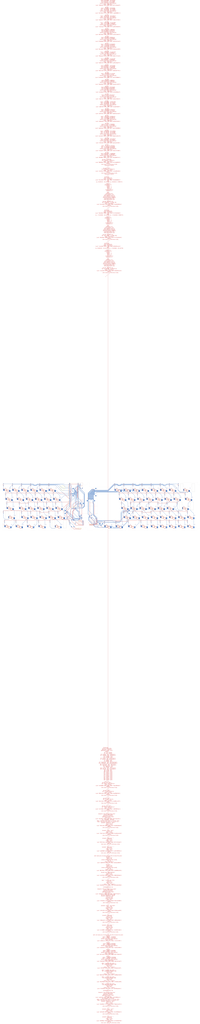
<source format=kicad_pcb>
(kicad_pcb (version 20241229) (generator "pcbnew") (generator_version "9.0")
  (layers (0 "F.Cu" signal) (2 "B.Cu" signal) (13 "F.Paste" user) (15 "B.Paste" user) (5 "F.SilkS" user "F.Silkscreen") (7 "B.SilkS" user "B.Silkscreen") (1 "F.Mask" user) (3 "B.Mask" user) (25 "Edge.Cuts" user))
  (net 0 "")
  (net 1 "Net-(D1-A)")
  (net 2 "Net-(D2-A)")
  (net 3 "Net-(D3-A)")
  (net 4 "Net-(D4-A)")
  (net 5 "Net-(D5-A)")
  (net 6 "Net-(D6-A)")
  (net 7 "Net-(D7-A)")
  (net 8 "Net-(D8-A)")
  (net 9 "Net-(D9-A)")
  (net 10 "Net-(D10-A)")
  (net 11 "Net-(D11-A)")
  (net 12 "Net-(D12-A)")
  (net 13 "Net-(D13-A)")
  (net 14 "Net-(D14-A)")
  (net 15 "Net-(D15-A)")
  (net 16 "Net-(D16-A)")
  (net 17 "Net-(D17-A)")
  (net 18 "Net-(D18-A)")
  (net 19 "Net-(D19-A)")
  (net 20 "Net-(D20-A)")
  (net 21 "Net-(D21-A)")
  (net 22 "Net-(D22-A)")
  (net 23 "Net-(D23-A)")
  (net 24 "Net-(D24-A)")
  (net 25 "Net-(D25-A)")
  (net 26 "Net-(D26-A)")
  (net 27 "Net-(D27-A)")
  (net 28 "Net-(D28-A)")
  (net 29 "Net-(D29-A)")
  (net 30 "Net-(D30-A)")
  (net 31 "Net-(D51-A)")
  (net 32 "Net-(D52-A)")
  (net 33 "Net-(D53-A)")
  (net 34 "Net-(D54-A)")
  (net 35 "Net-(D55-A)")
  (net 36 "Net-(D56-A)")
  (net 37 "Net-(D57-A)")
  (net 38 "Net-(D58-A)")
  (net 39 "Net-(D59-A)")
  (net 40 "Net-(D60-A)")
  (net 41 "Net-(D61-A)")
  (net 42 "Net-(D62-A)")
  (net 43 "Net-(D63-A)")
  (net 44 "Net-(D64-A)")
  (net 45 "Net-(D65-A)")
  (net 46 "Net-(D66-A)")
  (net 47 "Net-(D67-A)")
  (net 48 "Net-(D68-A)")
  (net 49 "Net-(D69-A)")
  (net 50 "Net-(D70-A)")
  (net 51 "ROW0_L")
  (net 52 "ROW1_L")
  (net 53 "ROW2_L")
  (net 54 "ROW3_L")
  (net 55 "ROW4_L")
  (net 56 "ROW0_R")
  (net 57 "ROW1_R")
  (net 58 "ROW2_R")
  (net 60 "SCL{slash}TX_L")
  (net 61 "SDA{slash}SCK_L")
  (net 62 "SDA{slash}SCK_R")
  (net 63 "SCL{slash}TX_R")
  (net 64 "ROW3_R")
  (net 65 "ROW4_R")
  (net 66 "RE_B")
  (net 67 "RE_A")
  (net 68 "GND_R")
  (net 69 "3v3_R")
  (net 70 "VCC_R")
  (net 71 "3v3_L")
  (net 72 "GND_L")
  (net 73 "COL0_L")
  (net 74 "COL1_L")
  (net 75 "COL2_L")
  (net 76 "COL3_L")
  (net 77 "COL4_L")
  (net 78 "COL5_L")
  (net 79 "COL6_R")
  (net 80 "COL7_R")
  (net 81 "COL8_R")
  (net 82 "COL9_R")
  (net 83 "COL10_R")
  (net 84 "COL11_R")
  (net 85 "COL12_R")
  (net 86 "COL13_R")
  (net 89 "VCC_L")
  (net 97 "Net-(D71-A)")
  (net 98 "Net-(D72-A)")
  (net 99 "Net-(D73-A)")
  (net 100 "Net-(D74-A)")
  (net 101 "Net-(D75-A)")
  (net 102 "Net-(D76-A)")
  (net 103 "Net-(D77-A)")
  (net 104 "Net-(D78-A)")
  (net 105 "Net-(D79-A)")
  (net 106 "Net-(D80-A)")
  (net 107 "Net-(D81-A)")
  (net 108 "Net-(D82-A)")
  (net 109 "Net-(D83-A)")
  (net 110 "Net-(D84-A)")
  (net 111 "Net-(D85-A)")
  (net 112 "Net-(D86-A)")
  (net 113 "Net-(D87-A)")
  (net 114 "Net-(D89-A)")
  (net 115 "Net-(D90-A)")
  (net 116 "Net-(D88-A)")
  (net 122 "SCK_L")
  (net 124 "TX_L")
  (net 125 "COL5_R")
  (net 126 "COL1_R")
  (net 127 "COL4_R")
  (net 128 "COL3_R")
  (net 129 "COL0_R")
  (net 130 "COL2_R")
  (net 131 "COL13_L")
  (net 132 "COL12_L")
  (net 133 "COL10_L")
  (net 134 "COL7_L")
  (net 135 "COL9_L")
  (net 136 "COL11_L")
  (net 137 "COL6_L")
  (net 138 "COL8_L")
  (net 139 "DATA")
  (footprint "kbd_Parts:Diode_SMD" (layer "F.Cu") (at 250.03125 116.6812 -90)
    (property "Reference" "D52")
    (property "Value" "D" (hide yes))
  )
  (footprint "kbd_Parts:Diode_SMD" (layer "F.Cu") (at 330.99375 135.7312 -90)
    (property "Reference" "D78")
    (property "Value" "D" (hide yes))
  )
  (footprint "Rikkodo_FootPrint:rkd_Asm_ChocV1V2_Hotswap_1u" (layer "F.Cu") (at 321.46875 142.875)
    (property "Reference" "SW73" (hide yes))
    (property "Value" "SW_Push" (hide yes))
  )
  (footprint "Rikkodo_FootPrint:rkd_Asm_ChocV1V2_Hotswap_1u" (layer "F.Cu") (at 50.00625 142.875)
    (property "Reference" "SW8" (hide yes))
    (property "Value" "SW_Push" (hide yes))
  )
  (footprint "kbd_Parts:Diode_SMD" (layer "F.Cu") (at 311.94375 135.7312 -90)
    (property "Reference" "D73")
    (property "Value" "D" (hide yes))
  )
  (footprint "Rikkodo_FootPrint:rkd_Asm_ChocV1V2_Hotswap_1u" (layer "F.Cu") (at 16.66875 104.775)
    (property "Reference" "SW1" (hide yes))
    (property "Value" "SW_Push" (hide yes))
  )
  (footprint "kbd_Parts:Diode_SMD" (layer "F.Cu") (at 7.14375 97.6312 -90)
    (property "Reference" "D1")
    (property "Value" "D" (hide yes))
  )
  (footprint "kbd_Parts:Diode_SMD" (layer "F.Cu") (at 364.33125 116.6812 -90)
    (property "Reference" "D82")
    (property "Value" "D" (hide yes))
  )
  (footprint "Rikkodo_FootPrint:rkd_Asm_ChocV1V2_Hotswap_1u" (layer "F.Cu") (at 307.18125 104.775)
    (property "Reference" "SW66" (hide yes))
    (property "Value" "SW_Push" (hide yes))
  )
  (footprint "kbd_Parts:Diode_SMD" (layer "F.Cu") (at 54.76875 116.6812 -90)
    (property "Reference" "D12")
    (property "Value" "D" (hide yes))
  )
  (footprint "kbd_Parts:Diode_SMD" (layer "F.Cu") (at 392.90625 154.7812 -90)
    (property "Reference" "D89")
    (property "Value" "D" (hide yes))
  )
  (footprint "kbd_Parts:Diode_SMD" (layer "F.Cu") (at 335.75625 173.8312 -90)
    (property "Reference" "D75")
    (property "Value" "D" (hide yes))
  )
  (footprint "Rikkodo_FootPrint:rkd_LOGO_2x" (layer "F.Cu") (at 130.96875 104.775)
    (property "Reference" "M8" (hide yes))
    (property "Value" "Mark" (hide yes))
  )
  (footprint "BrownSugar_KBD:OLED_center_display" (layer "F.Cu") (at 154.78125 128.5875)
    (property "Reference" "OL2")
    (property "Value" "OLED")
  )
  (footprint "Rikkodo_FootPrint:rkd_Asm_ChocV1V2_Hotswap_1u" (layer "F.Cu") (at 383.38125 180.975)
    (property "Reference" "SW85" (hide yes))
    (property "Value" "SW_Push" (hide yes))
  )
  (footprint "Rikkodo_FootPrint:rkd_Asm_ChocV1V2_Hotswap_1u" (layer "F.Cu") (at 340.51875 142.875)
    (property "Reference" "SW78" (hide yes))
    (property "Value" "SW_Push" (hide yes))
  )
  (footprint "kbd_Parts:Diode_SMD" (layer "F.Cu") (at 373.85625 97.6312 -90)
    (property "Reference" "D86")
    (property "Value" "D" (hide yes))
  )
  (footprint "kbd_Parts:Diode_SMD" (layer "F.Cu") (at 7.14375 154.7812 -90)
    (property "Reference" "D4")
    (property "Value" "D" (hide yes))
  )
  (footprint "Rikkodo_FootPrint:rkd_RPi_Pico_TH_NODBG" (layer "F.Cu") (at 154.78125 119.0625)
    (property "Reference" "U1" (hide yes))
    (property "Value" "Pico")
  )
  (footprint "Rikkodo_FootPrint:rkd_Asm_ChocV1V2_Hotswap_1u" (layer "F.Cu") (at 259.55625 123.825)
    (property "Reference" "SW52" (hide yes))
    (property "Value" "SW_Push" (hide yes))
  )
  (footprint "Rikkodo_FootPrint:rkd_Asm_ChocV1V2_Hotswap_1u" (layer "F.Cu") (at 288.13125 104.775)
    (property "Reference" "SW61" (hide yes))
    (property "Value" "SW_Push" (hide yes))
  )
  (footprint "kbd_Parts:Diode_SMD" (layer "F.Cu") (at 350.04375 135.7312 -90)
    (property "Reference" "D83")
    (property "Value" "D" (hide yes))
  )
  (footprint "Rikkodo_FootPrint:rkd_Asm_ChocV1V2_Hotswap_1u" (layer "F.Cu") (at 326.23125 161.925)
    (property "Reference" "SW69" (hide yes))
    (property "Value" "SW_Push" (hide yes))
  )
  (footprint "kbd_Parts:Diode_SMD" (layer "F.Cu") (at 254.79375 135.7312 -90)
    (property "Reference" "D54")
    (property "Value" "D" (hide yes))
  )
  (footprint "Rikkodo_FootPrint:rkd_Asm_ChocV1V2_Hotswap_1u" (layer "F.Cu") (at 359.56875 142.875)
    (property "Reference" "SW83" (hide yes))
    (property "Value" "SW_Push" (hide yes))
  )
  (footprint "kbd_Hole:m2_Spacer_Hole_hex" (layer "F.Cu") (at 97.63125 152.4)
    (property "Reference" "M4")
    (property "Value" "Mark")
    (fp_line (start -2.4 0) (end -1.2 2.15) (stroke (width 0.1)) (layer "Edge.Cuts"))
    (fp_line (start -1.2 -2.15) (end -2.4 0) (stroke (width 0.1)) (layer "Edge.Cuts"))
    (fp_line (start -1.2 2.15) (end 1.2 2.15) (stroke (width 0.1)) (layer "Edge.Cuts"))
    (fp_line (start 1.2 -2.15) (end -1.2 -2.15) (stroke (width 0.1)) (layer "Edge.Cuts"))
    (fp_line (start 1.2 2.15) (end 2.4 0) (stroke (width 0.1)) (layer "Edge.Cuts"))
    (fp_line (start 2.4 0) (end 1.2 -2.15) (stroke (width 0.1)) (layer "Edge.Cuts"))
  )
  (footprint "Rikkodo_FootPrint:rkd_Asm_ChocV1V2_Hotswap_1u" (layer "F.Cu") (at 354.80625 123.825)
    (property "Reference" "SW77" (hide yes))
    (property "Value" "SW_Push" (hide yes))
  )
  (footprint "kbd_Parts:Diode_SMD" (layer "F.Cu") (at 326.23125 116.6812 -90)
    (property "Reference" "D72")
    (property "Value" "D" (hide yes))
  )
  (footprint "Rikkodo_FootPrint:rkd_Asm_ChocV1V2_Hotswap_1u" (layer "F.Cu") (at 83.34375 123.825)
    (property "Reference" "SW17" (hide yes))
    (property "Value" "SW_Push" (hide yes))
  )
  (footprint "kbd_Parts:Diode_SMD" (layer "F.Cu") (at 273.84375 135.7312 -90)
    (property "Reference" "D63")
    (property "Value" "D" (hide yes))
  )
  (footprint "Rikkodo_FootPrint:rkd_Asm_ChocV1V2_Hotswap_1u" (layer "F.Cu") (at 54.76875 161.925)
    (property "Reference" "SW9" (hide yes))
    (property "Value" "SW_Push" (hide yes))
  )
  (footprint "kbd_Parts:Diode_SMD" (layer "F.Cu") (at 78.58125 135.7312 -90)
    (property "Reference" "D18")
    (property "Value" "D" (hide yes))
  )
  (footprint "Rikkodo_FootPrint:rkd_Asm_ChocV1V2_Hotswap_1u" (layer "F.Cu") (at 278.60625 180.975)
    (property "Reference" "SW60" (hide yes))
    (property "Value" "SW_Push" (hide yes))
  )
  (footprint "kbd_Parts:Diode_SMD" (layer "F.Cu") (at 92.86875 116.6812 -90)
    (property "Reference" "D22")
    (property "Value" "D" (hide yes))
  )
  (footprint "Rikkodo_FootPrint:rkd_Asm_ChocV1V2_Hotswap_1u" (layer "F.Cu") (at 283.36875 142.875)
    (property "Reference" "SW63" (hide yes))
    (property "Value" "SW_Push" (hide yes))
  )
  (footprint "kbd_Parts:ResetSW" (layer "F.Cu") (at 166.6875 189.309375 180)
    (property "Reference" "SW31" (hide yes))
    (property "Value" "SW_Push")
  )
  (footprint "kbd_Hole:m2_Spacer_Hole_hex" (layer "F.Cu") (at 54.76875 133.35)
    (property "Reference" "M3")
    (property "Value" "Mark")
    (fp_line (start -2.4 0) (end -1.2 2.15) (stroke (width 0.1)) (layer "Edge.Cuts"))
    (fp_line (start -1.2 -2.15) (end -2.4 0) (stroke (width 0.1)) (layer "Edge.Cuts"))
    (fp_line (start -1.2 2.15) (end 1.2 2.15) (stroke (width 0.1)) (layer "Edge.Cuts"))
    (fp_line (start 1.2 -2.15) (end -1.2 -2.15) (stroke (width 0.1)) (layer "Edge.Cuts"))
    (fp_line (start 1.2 2.15) (end 2.4 0) (stroke (width 0.1)) (layer "Edge.Cuts"))
    (fp_line (start 2.4 0) (end 1.2 -2.15) (stroke (width 0.1)) (layer "Edge.Cuts"))
  )
  (footprint "kbd_Parts:Diode_SMD" (layer "F.Cu") (at 297.65625 154.7812 -90)
    (property "Reference" "D64")
    (property "Value" "D" (hide yes))
  )
  (footprint "kbd_Parts:Diode_SMD" (layer "F.Cu") (at 97.63125 135.7312 -90)
    (property "Reference" "D23")
    (property "Value" "D" (hide yes))
  )
  (footprint "kbd_Parts:Diode_SMD" (layer "F.Cu") (at 392.90625 173.8312 -90)
    (property "Reference" "D90")
    (property "Value" "D" (hide yes))
  )
  (footprint "kbd_Parts:Diode_SMD" (layer "F.Cu") (at 80.96255 173.8312 -90)
    (property "Reference" "D20")
    (property "Value" "D" (hide yes))
  )
  (footprint "kbd_Parts:Diode_SMD" (layer "F.Cu") (at 64.29375 154.7812 -90)
    (property "Reference" "D14")
    (property "Value" "D" (hide yes))
  )
  (footprint "Rikkodo_FootPrint:rkd_Asm_ChocV1V2_Hotswap_1u" (layer "F.Cu") (at 302.41875 142.875)
    (property "Reference" "SW68" (hide yes))
    (property "Value" "SW_Push" (hide yes))
  )
  (footprint "Rikkodo_FootPrint:rkd_Asm_ChocV1V2_Hotswap_1u" (layer "F.Cu") (at 304.8 180.975)
    (property "Reference" "SW65" (hide yes))
    (property "Value" "SW_Push" (hide yes))
  )
  (footprint "kbd_Parts:Diode_SMD" (layer "F.Cu") (at 335.75625 97.5812 -90)
    (property "Reference" "D76")
    (property "Value" "D" (hide yes))
  )
  (footprint "kbd_Parts:Diode_SMD" (layer "F.Cu") (at 259.55625 97.6312 -90)
    (property "Reference" "D56")
    (property "Value" "D" (hide yes))
  )
  (footprint "Rikkodo_FootPrint:rkd_Asm_ChocV1V2_Hotswap_1u" (layer "F.Cu") (at 35.71875 104.775)
    (property "Reference" "SW6" (hide yes))
    (property "Value" "SW_Push" (hide yes))
  )
  (footprint "Rikkodo_FootPrint:rkd_Asm_ChocV1V2_Hotswap_1u" (layer "F.Cu") (at 397.66875 123.825)
    (property "Reference" "SW87" (hide yes))
    (property "Value" "SW_Push" (hide yes))
  )
  (footprint "Rikkodo_FootPrint:rkd_Asm_ChocV1V2_Hotswap_1u" (layer "F.Cu") (at 107.15625 142.875)
    (property "Reference" "SW23" (hide yes))
    (property "Value" "SW_Push" (hide yes))
  )
  (footprint "kbd_Parts:Diode_SMD" (layer "F.Cu") (at 219.07505 176.2125 -90)
    (property "Reference" "D53")
    (property "Value" "D" (hide yes))
  )
  (footprint "Rikkodo_FootPrint:rkd_Asm_ChocV1V2_Hotswap_1u" (layer "F.Cu") (at 45.24375 123.825)
    (property "Reference" "SW7" (hide yes))
    (property "Value" "SW_Push" (hide yes))
  )
  (footprint "Rikkodo_FootPrint:rkd_Asm_ChocV1V2_Hotswap_1u" (layer "F.Cu") (at 23.81255 142.875)
    (property "Reference" "SW3" (hide yes))
    (property "Value" "SW_Push" (hide yes))
  )
  (footprint "kbd_Parts:Diode_SMD" (layer "F.Cu") (at 278.60625 97.6312 -90)
    (property "Reference" "D61")
    (property "Value" "D" (hide yes))
  )
  (footprint "Rikkodo_FootPrint:rkd_Asm_ChocV1V2_Hotswap_1u" (layer "F.Cu") (at 297.65625 123.825)
    (property "Reference" "SW62" (hide yes))
    (property "Value" "SW_Push" (hide yes))
  )
  (footprint "kbd_Parts:Diode_SMD" (layer "F.Cu") (at 242.88755 176.2125 -90)
    (property "Reference" "D55")
    (property "Value" "D" (hide yes))
  )
  (footprint "Rikkodo_FootPrint:rkd_Asm_ChocV1V2_Hotswap_1u" (layer "F.Cu") (at 383.38125 161.925)
    (property "Reference" "SW84" (hide yes))
    (property "Value" "SW_Push" (hide yes))
  )
  (footprint "kbd_Parts:Diode_SMD" (layer "F.Cu") (at 307.18125 116.6812 -90)
    (property "Reference" "D67")
    (property "Value" "D" (hide yes))
  )
  (footprint "Rikkodo_FootPrint:rkd_Asm_ChocV1V2_Hotswap_1u" (layer "F.Cu") (at 102.39375 123.825)
    (property "Reference" "SW22" (hide yes))
    (property "Value" "SW_Push" (hide yes))
  )
  (footprint "kbd_Parts:Diode_SMD" (layer "F.Cu") (at 35.71875 116.6812 -90)
    (property "Reference" "D7")
    (property "Value" "D" (hide yes))
  )
  (footprint "kbd_Parts:Diode_SMD" (layer "F.Cu") (at 278.60625 154.7812 -90)
    (property "Reference" "D59")
    (property "Value" "D" (hide yes))
  )
  (footprint "kbd_Parts:Diode_SMD" (layer "F.Cu") (at 102.39375 154.7812 -90)
    (property "Reference" "D24")
    (property "Value" "D" (hide yes))
  )
  (footprint "Rikkodo_FootPrint:rkd_Asm_ChocV1V2_Hotswap_1u" (layer "F.Cu") (at 126.20625 142.875)
    (property "Reference" "SW28" (hide yes))
    (property "Value" "SW_Push" (hide yes))
  )
  (footprint "kbd_Parts:Diode_SMD" (layer "F.Cu") (at 269.08125 173.83125 -90)
    (property "Reference" "D60")
    (property "Value" "D" (hide yes))
  )
  (footprint "kbd_Parts:Diode_SMD" (layer "F.Cu") (at 45.24375 154.7812 -90)
    (property "Reference" "D9")
    (property "Value" "D" (hide yes))
  )
  (footprint "kbd_Parts:Diode_SMD" (layer "F.Cu") (at 121.44375 154.7812 -90)
    (property "Reference" "D29")
    (property "Value" "D" (hide yes))
  )
  (footprint "kbd_Parts:Diode_SMD" (layer "F.Cu") (at 354.80625 154.7812 -90)
    (property "Reference" "D79")
    (property "Value" "D" (hide yes))
  )
  (footprint "kbd_Parts:Diode_SMD" (layer "F.Cu") (at 288.13125 116.6812 -90)
    (property "Reference" "D62")
    (property "Value" "D" (hide yes))
  )
  (footprint "Rikkodo_FootPrint:rkd_Asm_ChocV1V2_Hotswap_1u" (layer "F.Cu") (at 373.85625 123.825)
    (property "Reference" "SW82" (hide yes))
    (property "Value" "SW_Push" (hide yes))
  )
  (footprint "Rikkodo_FootPrint:rkd_Asm_ChocV1V2_Hotswap_1u" (layer "F.Cu") (at 66.67505 180.975)
    (property "Reference" "SW15" (hide yes))
    (property "Value" "SW_Push" (hide yes))
  )
  (footprint "Rikkodo_FootPrint:rkd_Asm_ChocV1V2_Hotswap_1u" (layer "F.Cu") (at 19.05005 180.975)
    (property "Reference" "SW5" (hide yes))
    (property "Value" "SW_Push" (hide yes))
  )
  (footprint "Rikkodo_FootPrint:rkd_Asm_ChocV1V2_Hotswap_1u" (layer "F.Cu") (at 92.86875 161.925)
    (property "Reference" "SW19" (hide yes))
    (property "Value" "SW_Push" (hide yes))
  )
  (footprint "Rikkodo_FootPrint:rkd_Asm_ChocV1V2_Hotswap_1u" (layer "F.Cu") (at 264.31875 142.875)
    (property "Reference" "SW54" (hide yes))
    (property "Value" "SW_Push" (hide yes))
  )
  (footprint "kbd_Parts:Diode_SMD" (layer "F.Cu") (at 102.39375 97.6312 -90)
    (property "Reference" "D26")
    (property "Value" "D" (hide yes))
  )
  (footprint "kbd_Parts:Diode_SMD" (layer "F.Cu") (at 111.91875 116.6812 -90)
    (property "Reference" "D27")
    (property "Value" "D" (hide yes))
  )
  (footprint "kbd_Parts:Diode_SMD" (layer "F.Cu") (at 116.68125 135.7312 -90)
    (property "Reference" "D28")
    (property "Value" "D" (hide yes))
  )
  (footprint "Rikkodo_FootPrint:rkd_Asm_ChocV1V2_Hotswap_1u" (layer "F.Cu") (at 288.13125 161.925)
    (property "Reference" "SW59" (hide yes))
    (property "Value" "SW_Push" (hide yes))
  )
  (footprint "Rikkodo_FootPrint:rkd_Asm_ChocV1V2_Hotswap_1u" (layer "F.Cu") (at 130.96875 161.925)
    (property "Reference" "SW29" (hide yes))
    (property "Value" "SW_Push" (hide yes))
  )
  (footprint "kbd_Hole:m2_Spacer_Hole_hex" (layer "F.Cu") (at 311.94375 152.4)
    (property "Reference" "M5")
    (property "Value" "Mark")
    (fp_line (start -2.4 0) (end -1.2 2.15) (stroke (width 0.1)) (layer "Edge.Cuts"))
    (fp_line (start -1.2 -2.15) (end -2.4 0) (stroke (width 0.1)) (layer "Edge.Cuts"))
    (fp_line (start -1.2 2.15) (end 1.2 2.15) (stroke (width 0.1)) (layer "Edge.Cuts"))
    (fp_line (start 1.2 -2.15) (end -1.2 -2.15) (stroke (width 0.1)) (layer "Edge.Cuts"))
    (fp_line (start 1.2 2.15) (end 2.4 0) (stroke (width 0.1)) (layer "Edge.Cuts"))
    (fp_line (start 2.4 0) (end 1.2 -2.15) (stroke (width 0.1)) (layer "Edge.Cuts"))
  )
  (footprint "Rikkodo_FootPrint:rkd_Asm_ChocV1V2_Hotswap_1u" (layer "F.Cu") (at 88.10625 142.875)
    (property "Reference" "SW18" (hide yes))
    (property "Value" "SW_Push" (hide yes))
  )
  (footprint "Rikkodo_FootPrint:rkd_Asm_ChocV1V2_Hotswap_1u" (layer "F.Cu") (at 21.43125 123.825)
    (property "Reference" "SW2" (hide yes))
    (property "Value" "SW_Push" (hide yes))
  )
  (footprint "kbd_Parts:Diode_SMD" (layer "F.Cu") (at 240.50625 97.6312 -90)
    (property "Reference" "D51")
    (property "Value" "D" (hide yes))
  )
  (footprint "Rikkodo_FootPrint:rkd_Asm_ChocV1V2_Hotswap_1u" (layer "F.Cu") (at 326.23125 104.775)
    (property "Reference" "SW71" (hide yes))
    (property "Value" "SW_Push" (hide yes))
  )
  (footprint "kbd_Parts:Diode_SMD" (layer "F.Cu") (at 26.19375 97.6312 -90)
    (property "Reference" "D6")
    (property "Value" "D" (hide yes))
  )
  (footprint "kbd_Parts:Diode_SMD" (layer "F.Cu") (at 9.52505 173.8312 -90)
    (property "Reference" "D5")
    (property "Value" "D" (hide yes))
  )
  (footprint "kbd_Parts:Diode_SMD" (layer "F.Cu") (at 259.55625 154.7812 -90)
    (property "Reference" "D58")
    (property "Value" "D" (hide yes))
  )
  (footprint "Rikkodo_FootPrint:rkd_Asm_ChocV1V2_Hotswap_1u" (layer "F.Cu") (at 111.91875 104.775)
    (property "Reference" "SW26" (hide yes))
    (property "Value" "SW_Push" (hide yes))
  )
  (footprint "Rikkodo_FootPrint:rkd_Asm_ChocV1V2_Hotswap_1u" (layer "F.Cu") (at 111.91875 161.925)
    (property "Reference" "SW24" (hide yes))
    (property "Value" "SW_Push" (hide yes))
  )
  (footprint "Rikkodo_FootPrint:rkd_Asm_ChocV1V2_Hotswap_1u" (layer "F.Cu") (at 364.33125 104.775)
    (property "Reference" "SW81" (hide yes))
    (property "Value" "SW_Push" (hide yes))
  )
  (footprint "Rikkodo_FootPrint:rkd_Asm_ChocV2_Hotswap_2u" (layer "F.Cu") (at 123.82505 180.975)
    (property "Reference" "SW25" (hide yes))
    (property "Value" "SW_Push" (hide yes))
    (fp_line (start -15.025 -9.445) (end -8.975 -9.445) (stroke (width 0.2)) (layer "Edge.Cuts"))
    (fp_line (start -15.025 7.605) (end -15.025 -9.445) (stroke (width 0.2)) (layer "Edge.Cuts"))
    (fp_line (start -8.975 -9.445) (end -8.975 7.605) (stroke (width 0.2)) (layer "Edge.Cuts"))
    (fp_line (start -8.975 7.605) (end -15.025 7.605) (stroke (width 0.2)) (layer "Edge.Cuts"))
    (fp_line (start 8.975 -9.445) (end 8.975 7.605) (stroke (width 0.2)) (layer "Edge.Cuts"))
    (fp_line (start 8.975 7.605) (end 15.025 7.605) (stroke (width 0.2)) (layer "Edge.Cuts"))
    (fp_line (start 15.025 -9.445) (end 8.975 -9.445) (stroke (width 0.2)) (layer "Edge.Cuts"))
    (fp_line (start 15.025 7.605) (end 15.025 -9.445) (stroke (width 0.2)) (layer "Edge.Cuts"))
  )
  (footprint "Rikkodo_FootPrint:rkd_Asm_ChocV1V2_Hotswap_1u" (layer "F.Cu") (at 73.81875 104.775)
    (property "Reference" "SW16" (hide yes))
    (property "Value" "SW_Push" (hide yes))
  )
  (footprint "Rikkodo_FootPrint:rkd_Asm_ChocV1V2_Hotswap_1u" (layer "F.Cu") (at 90.48755 180.975)
    (property "Reference" "SW20" (hide yes))
    (property "Value" "SW_Push" (hide yes))
  )
  (footprint "kbd_Parts:Diode_SMD" (layer "F.Cu") (at 373.85625 154.7812 -90)
    (property "Reference" "D84")
    (property "Value" "D" (hide yes))
  )
  (footprint "Rikkodo_FootPrint:rkd_Asm_ChocV1V2_Hotswap_1u" (layer "F.Cu") (at 345.28125 161.925)
    (property "Reference" "SW74" (hide yes))
    (property "Value" "SW_Push" (hide yes))
  )
  (footprint "Rikkodo_FootPrint:rkd_Asm_ChocV1V2_Hotswap_1u" (layer "F.Cu") (at 73.81875 161.925)
    (property "Reference" "SW14" (hide yes))
    (property "Value" "SW_Push" (hide yes))
  )
  (footprint "Rikkodo_FootPrint:rkd_Asm_ChocV1V2_Hotswap_1u" (layer "F.Cu") (at 228.60005 180.975)
    (property "Reference" "SW53" (hide yes))
    (property "Value" "SW_Push" (hide yes))
  )
  (footprint "kbd_Parts:Diode_SMD" (layer "F.Cu") (at 45.24375 97.6312 -90)
    (property "Reference" "D11")
    (property "Value" "D" (hide yes))
  )
  (footprint "kbd_Parts:Diode_SMD" (layer "F.Cu") (at 64.29375 97.6312 -90)
    (property "Reference" "D16")
    (property "Value" "D" (hide yes))
  )
  (footprint "kbd_Parts:Diode_SMD" (layer "F.Cu") (at 316.70625 173.8312 -90)
    (property "Reference" "D70")
    (property "Value" "D" (hide yes))
  )
  (footprint "kbd_Parts:Diode_SMD" (layer "F.Cu") (at 33.33755 173.8312 -90)
    (property "Reference" "D10")
    (property "Value" "D" (hide yes))
  )
  (footprint "kbd_Parts:Diode_SMD" (layer "F.Cu") (at 316.70625 97.6312 -90)
    (property "Reference" "D71")
    (property "Value" "D" (hide yes))
  )
  (footprint "Rikkodo_FootPrint:rkd_Asm_ChocV1V2_Hotswap_1u" (layer "F.Cu") (at 278.60625 123.825)
    (property "Reference" "SW57" (hide yes))
    (property "Value" "SW_Push" (hide yes))
  )
  (footprint "kbd_Parts:Diode_SMD" (layer "F.Cu") (at 59.53125 135.73125 -90)
    (property "Reference" "D13")
    (property "Value" "D" (hide yes))
  )
  (footprint "Rikkodo_FootPrint:rkd_Asm_ChocV2_Hotswap_2u" (layer "F.Cu") (at 26.19375 161.925)
    (property "Reference" "SW4" (hide yes))
    (property "Value" "SW_Push" (hide yes))
    (fp_line (start -15.025 -9.445) (end -8.975 -9.445) (stroke (width 0.2)) (layer "Edge.Cuts"))
    (fp_line (start -15.025 7.605) (end -15.025 -9.445) (stroke (width 0.2)) (layer "Edge.Cuts"))
    (fp_line (start -8.975 -9.445) (end -8.975 7.605) (stroke (width 0.2)) (layer "Edge.Cuts"))
    (fp_line (start -8.975 7.605) (end -15.025 7.605) (stroke (width 0.2)) (layer "Edge.Cuts"))
    (fp_line (start 8.975 -9.445) (end 8.975 7.605) (stroke (width 0.2)) (layer "Edge.Cuts"))
    (fp_line (start 8.975 7.605) (end 15.025 7.605) (stroke (width 0.2)) (layer "Edge.Cuts"))
    (fp_line (start 15.025 -9.445) (end 8.975 -9.445) (stroke (width 0.2)) (layer "Edge.Cuts"))
    (fp_line (start 15.025 7.605) (end 15.025 -9.445) (stroke (width 0.2)) (layer "Edge.Cuts"))
  )
  (footprint "Rikkodo_FootPrint:rkd_Asm_ChocV1V2_Hotswap_1u" (layer "F.Cu") (at 269.08125 161.925)
    (property "Reference" "SW58" (hide yes))
    (property "Value" "SW_Push" (hide yes))
  )
  (footprint "kbd_Parts:Diode_SMD" (layer "F.Cu") (at 295.275 173.8312 -90)
    (property "Reference" "D65")
    (property "Value" "D" (hide yes))
  )
  (footprint "kbd_Parts:Diode_SMD" (layer "F.Cu") (at 297.65625 97.6312 -90)
    (property "Reference" "D66")
    (property "Value" "D" (hide yes))
  )
  (footprint "Rikkodo_FootPrint:rkd_Asm_ChocV1V2_Hotswap_1u" (layer "F.Cu") (at 121.44375 123.825)
    (property "Reference" "SW27" (hide yes))
    (property "Value" "SW_Push" (hide yes))
  )
  (footprint "kbd_Parts:Diode_SMD" (layer "F.Cu") (at 57.15005 173.8312 -90)
    (property "Reference" "D15")
    (property "Value" "D" (hide yes))
  )
  (footprint "kbd_Parts:Diode_SMD" (layer "F.Cu") (at 335.75625 154.7812 -90)
    (property "Reference" "D74")
    (property "Value" "D" (hide yes))
  )
  (footprint "Rikkodo_FootPrint:rkd_Asm_ChocV1V2_Hotswap_1u" (layer "F.Cu") (at 42.86255 180.975)
    (property "Reference" "SW10" (hide yes))
    (property "Value" "SW_Push" (hide yes))
  )
  (footprint "kbd_Parts:Diode_SMD" (layer "F.Cu") (at 354.80625 173.8312 -90)
    (property "Reference" "D80")
    (property "Value" "D" (hide yes))
  )
  (footprint "kbd_Parts:Diode_SMD" (layer "F.Cu") (at 83.34375 97.6312 -90)
    (property "Reference" "D21")
    (property "Value" "D" (hide yes))
  )
  (footprint "kbd_Parts:Diode_SMD" (layer "F.Cu") (at 11.90625 116.6812 -90)
    (property "Reference" "D2")
    (property "Value" "D" (hide yes))
  )
  (footprint "kbd_Parts:Diode_SMD" (layer "F.Cu") (at 14.28755 135.7312 -90)
    (property "Reference" "D3")
    (property "Value" "D" (hide yes))
  )
  (footprint "Rikkodo_FootPrint:rkd_Asm_ChocV1V2_Hotswap_1u" (layer "F.Cu") (at 250.03125 104.775)
    (property "Reference" "SW51" (hide yes))
    (property "Value" "SW_Push" (hide yes))
  )
  (footprint "Rikkodo_FootPrint:rkd_Asm_ChocV1V2_Hotswap_1u" (layer "F.Cu") (at 402.43125 161.925)
    (property "Reference" "SW89" (hide yes))
    (property "Value" "SW_Push" (hide yes))
  )
  (footprint "Rikkodo_FootPrint:rkd_Asm_ChocV1V2_Hotswap_1u" (layer "F.Cu") (at 307.18125 161.925)
    (property "Reference" "SW64" (hide yes))
    (property "Value" "SW_Push" (hide yes))
  )
  (footprint "BrownSugar_KBD:RotaryEncoder_EC11-Switch" (layer "F.Cu") (at 152.4 178.59375 180)
    (property "Reference" "SW30" (hide yes))
    (property "Value" "RotaryEncoder_Switch")
  )
  (footprint "kbd_Parts:Diode_SMD" (layer "F.Cu") (at 83.34375 154.7812 -90)
    (property "Reference" "D19")
    (property "Value" "D" (hide yes))
  )
  (footprint "kbd_Parts:Diode_SMD" (layer "F.Cu") (at 269.08125 116.6812 -90)
    (property "Reference" "D57")
    (property "Value" "D" (hide yes))
  )
  (footprint "Rikkodo_FootPrint:rkd_Asm_ChocV1V2_Hotswap_1u" (layer "F.Cu") (at 69.05625 142.875)
    (property "Reference" "SW13" (hide yes))
    (property "Value" "SW_Push" (hide yes))
  )
  (footprint "kbd_Parts:Diode_SMD" (layer "F.Cu") (at 371.47505 135.7312 -90)
    (property "Reference" "D88")
    (property "Value" "D" (hide yes))
  )
  (footprint "Rikkodo_FootPrint:rkd_Asm_ChocV1V2_Hotswap_1u" (layer "F.Cu") (at 335.75625 123.825)
    (property "Reference" "SW72" (hide yes))
    (property "Value" "SW_Push" (hide yes))
  )
  (footprint "Rikkodo_FootPrint:rkd_Asm_ChocV1V2_Hotswap_1u" (layer "F.Cu") (at 364.33125 180.975)
    (property "Reference" "SW80" (hide yes))
    (property "Value" "SW_Push" (hide yes))
  )
  (footprint "Rikkodo_FootPrint:rkd_Asm_ChocV1V2_Hotswap_1u" (layer "F.Cu") (at 54.76875 104.775)
    (property "Reference" "SW11" (hide yes))
    (property "Value" "SW_Push" (hide yes))
  )
  (footprint "Rikkodo_FootPrint:rkd_Asm_ChocV1V2_Hotswap_1u" (layer "F.Cu") (at 402.43125 180.975)
    (property "Reference" "SW90" (hide yes))
    (property "Value" "SW_Push" (hide yes))
  )
  (footprint "Rikkodo_FootPrint:rkd_Asm_ChocV1V2_Hotswap_1u" (layer "F.Cu") (at 326.23125 180.975)
    (property "Reference" "SW70" (hide yes))
    (property "Value" "SW_Push" (hide yes))
  )
  (footprint "Rikkodo_FootPrint:rkd_Guard_Screw_Hall" (layer "F.Cu") (at 154.78125 125.015625 -90)
    (property "Reference" "Point1" (hide yes))
    (property "Value" "Guard_Screw_Hall" (hide yes))
  )
  (footprint "Rikkodo_FootPrint:rkd_Asm_ChocV1V2_Hotswap_1u" (layer "F.Cu") (at 269.08125 104.775)
    (property "Reference" "SW56" (hide yes))
    (property "Value" "SW_Push" (hide yes))
  )
  (footprint "Rikkodo_FootPrint:rkd_Asm_ChocV1V2_Hotswap_1u" (layer "F.Cu") (at 364.33125 161.925)
    (property "Reference" "SW79" (hide yes))
    (property "Value" "SW_Push" (hide yes))
  )
  (footprint "Rikkodo_FootPrint:rkd_Asm_ChocV1V2_Hotswap_1u" (layer "F.Cu") (at 252.41255 180.975)
    (property "Reference" "SW55" (hide yes))
    (property "Value" "SW_Push" (hide yes))
  )
  (footprint "Rikkodo_FootPrint:rkd_Asm_ChocV1V2_Hotswap_1u" (layer "F.Cu") (at 345.28125 180.975)
    (property "Reference" "SW75" (hide yes))
    (property "Value" "SW_Push" (hide yes))
  )
  (footprint "Rikkodo_FootPrint:rkd_Asm_ChocV2_Hotswap_2u" (layer "F.Cu") (at 390.52505 142.875)
    (property "Reference" "SW88" (hide yes))
    (property "Value" "SW_Push" (hide yes))
    (fp_line (start -15.025 -9.445) (end -8.975 -9.445) (stroke (width 0.2)) (layer "Edge.Cuts"))
    (fp_line (start -15.025 7.605) (end -15.025 -9.445) (stroke (width 0.2)) (layer "Edge.Cuts"))
    (fp_line (start -8.975 -9.445) (end -8.975 7.605) (stroke (width 0.2)) (layer "Edge.Cuts"))
    (fp_line (start -8.975 7.605) (end -15.025 7.605) (stroke (width 0.2)) (layer "Edge.Cuts"))
    (fp_line (start 8.975 -9.445) (end 8.975 7.605) (stroke (width 0.2)) (layer "Edge.Cuts"))
    (fp_line (start 8.975 7.605) (end 15.025 7.605) (stroke (width 0.2)) (layer "Edge.Cuts"))
    (fp_line (start 15.025 -9.445) (end 8.975 -9.445) (stroke (width 0.2)) (layer "Edge.Cuts"))
    (fp_line (start 15.025 7.605) (end 15.025 -9.445) (stroke (width 0.2)) (layer "Edge.Cuts"))
  )
  (footprint "kbd_Parts:Diode_SMD" (layer "F.Cu") (at 354.80625 97.6312 -90)
    (property "Reference" "D81" (hide yes))
    (property "Value" "D" (hide yes))
  )
  (footprint "Rikkodo_FootPrint:rkd_Asm_ChocV2_Hotswap_2u" (layer "F.Cu") (at 392.90625 104.775)
    (property "Reference" "SW86" (hide yes))
    (property "Value" "SW_Push" (hide yes))
    (fp_line (start -15.025 -9.445) (end -8.975 -9.445) (stroke (width 0.2)) (layer "Edge.Cuts"))
    (fp_line (start -15.025 7.605) (end -15.025 -9.445) (stroke (width 0.2)) (layer "Edge.Cuts"))
    (fp_line (start -8.975 -9.445) (end -8.975 7.605) (stroke (width 0.2)) (layer "Edge.Cuts"))
    (fp_line (start -8.975 7.605) (end -15.025 7.605) (stroke (width 0.2)) (layer "Edge.Cuts"))
    (fp_line (start 8.975 -9.445) (end 8.975 7.605) (stroke (width 0.2)) (layer "Edge.Cuts"))
    (fp_line (start 8.975 7.605) (end 15.025 7.605) (stroke (width 0.2)) (layer "Edge.Cuts"))
    (fp_line (start 15.025 -9.445) (end 8.975 -9.445) (stroke (width 0.2)) (layer "Edge.Cuts"))
    (fp_line (start 15.025 7.605) (end 15.025 -9.445) (stroke (width 0.2)) (layer "Edge.Cuts"))
  )
  (footprint "kbd_Parts:Diode_SMD" (layer "F.Cu") (at 373.85625 173.8312 -90)
    (property "Reference" "D85")
    (property "Value" "D" (hide yes))
  )
  (footprint "Rikkodo_FootPrint:rkd_Asm_ChocV1V2_Hotswap_1u" (layer "F.Cu") (at 64.29375 123.825)
    (property "Reference" "SW12" (hide yes))
    (property "Value" "SW_Push" (hide yes))
  )
  (footprint "Rikkodo_FootPrint:rkd_Asm_ChocV1V2_Hotswap_1u" (layer "F.Cu") (at 92.86875 104.775)
    (property "Reference" "SW21" (hide yes))
    (property "Value" "SW_Push" (hide yes))
  )
  (footprint "kbd_Parts:Diode_SMD" (layer "F.Cu") (at 345.28125 116.6812 -90)
    (property "Reference" "D77")
    (property "Value" "D" (hide yes))
  )
  (footprint "kbd_Parts:Diode_SMD" (layer "F.Cu") (at 292.89375 135.7312 -90)
    (property "Reference" "D68")
    (property "Value" "D" (hide yes))
  )
  (footprint "kbd_Parts:Diode_SMD" (layer "F.Cu") (at 145.25625 173.83125 -90)
    (property "Reference" "D30")
    (property "Value" "D" (hide yes))
  )
  (footprint "Rikkodo_FootPrint:rkd_Asm_ChocV1V2_Hotswap_1u" (layer "F.Cu") (at 316.70625 123.825)
    (property "Reference" "SW67" (hide yes))
    (property "Value" "SW_Push" (hide yes))
  )
  (footprint "kbd_Parts:Diode_SMD" (layer "F.Cu") (at 73.81875 116.6812 -90)
    (property "Reference" "D17")
    (property "Value" "D" (hide yes))
  )
  (footprint "kbd_Parts:Diode_SMD" (layer "F.Cu") (at 40.48125 135.7312 -90)
    (property "Reference" "D8")
    (property "Value" "D" (hide yes))
  )
  (footprint "kbd_Parts:Diode_SMD" (layer "F.Cu") (at 388.14375 116.6812 -90)
    (property "Reference" "D87")
    (property "Value" "D" (hide yes))
  )
  (footprint "kbd_Parts:Diode_SMD" (layer "F.Cu") (at 316.70625 154.7812 -90)
    (property "Reference" "D69")
    (property "Value" "D" (hide yes))
  )
  (footprint "Rikkodo_FootPrint:rkd_Asm_ChocV1V2_Hotswap_1u" (layer "F.Cu") (at 345.28125 104.775)
    (property "Reference" "SW76" (hide yes))
    (property "Value" "SW_Push" (hide yes))
  )
  (footprint "kbd_Parts:Diode_SMD" (layer "F.Cu") (at 104.77505 173.8312 -90)
    (property "Reference" "D25")
    (property "Value" "D" (hide yes))
  )
  (footprint "kbd_Hole:m2_Spacer_Hole_hex" (layer "F.Cu") (at 345.28125 133.35)
    (property "Reference" "M6")
    (property "Value" "Mark")
    (fp_line (start -2.4 0) (end -1.2 2.15) (stroke (width 0.1)) (layer "Edge.Cuts"))
    (fp_line (start -1.2 -2.15) (end -2.4 0) (stroke (width 0.1)) (layer "Edge.Cuts"))
    (fp_line (start -1.2 2.15) (end 1.2 2.15) (stroke (width 0.1)) (layer "Edge.Cuts"))
    (fp_line (start 1.2 -2.15) (end -1.2 -2.15) (stroke (width 0.1)) (layer "Edge.Cuts"))
    (fp_line (start 1.2 2.15) (end 2.4 0) (stroke (width 0.1)) (layer "Edge.Cuts"))
    (fp_line (start 2.4 0) (end 1.2 -2.15) (stroke (width 0.1)) (layer "Edge.Cuts"))
  )
  (footprint "Connector_FFC-FPC:Hirose_FH12-24S-0.5SH_1x24-1MP_P0.50mm_Horizontal" (layer "B.Cu") (at 154.78125 113.109375 90)
    (property "Reference" "J2")
    (property "Value" "Conn_01x24")
  )
  (footprint "Connector_FFC-FPC:Hirose_FH12-24S-0.5SH_1x24-1MP_P0.50mm_Horizontal" (layer "B.Cu") (at 190.5 129.778125 180)
    (property "Reference" "J4" (hide yes))
    (property "Value" "Conn_01x24")
  )
  (footprint "Connector_FFC-FPC:Hirose_FH12-6S-0.5SH_1x06-1MP_P0.50mm_Horizontal" (layer "B.Cu") (at 269.22812 154.78125 -90)
    (property "Reference" "J7")
    (property "Value" "Conn_01x06")
  )
  (footprint "BrownSugar_KBD:TRRS_PJ-320A" (layer "B.Cu") (at 170.259375 93.526875 180)
    (property "Reference" "J11")
    (property "Value" "TRRS" (hide yes))
  )
  (footprint "Connector_FFC-FPC:Hirose_FH12-24S-0.5SH_1x24-1MP_P0.50mm_Horizontal" (layer "B.Cu") (at 199.429855 113.10947 -90)
    (property "Reference" "J3" (hide yes))
    (property "Value" "Conn_01x24" (hide yes))
  )
  (footprint "Connector_FFC-FPC:Hirose_FH12-6S-0.5SH_1x06-1MP_P0.50mm_Horizontal" (layer "B.Cu") (at 171.45 138.1125)
    (property "Reference" "J13")
    (property "Value" "Conn_01x06")
  )
  (footprint "Connector_PinSocket_2.54mm:PinSocket_1x04_P2.54mm_Horizontal" (layer "B.Cu") (at 197.28125 181.253125)
    (property "Reference" "J9")
    (property "Value" "Conn_01x04")
  )
  (footprint "SparkFun-Connector:JST_SMD_1.0mm-4_Black" (layer "B.Cu") (at 166.6875 164.30625 -90)
    (property "Reference" "J5")
    (property "Value" "Qwiic_RA")
  )
  (footprint "Connector_PinHeader_2.54mm:PinHeader_1x04_P2.54mm_Horizontal" (layer "B.Cu") (at 173.83125 173.603125 180)
    (property "Reference" "J10")
    (property "Value" "Conn_01x04")
  )
  (footprint "Resistor_THT:R_Axial_DIN0207_L6.3mm_D2.5mm_P10.16mm_Horizontal" (layer "B.Cu") (at 200.620481 168.75125 -90)
    (property "Reference" "R1")
    (property "Value" "R")
  )
  (footprint "Connector_PinHeader_2.54mm:PinHeader_1x02_P2.54mm_Horizontal" (layer "B.Cu") (at 140.49375 167.878125)
    (property "Reference" "J1")
    (property "Value" "Conn_01x02_Socket")
  )
  (footprint "Connector_FFC-FPC:Hirose_FH12-6S-0.5SH_1x06-1MP_P0.50mm_Horizontal" (layer "B.Cu") (at 138.1125 154.78125 90)
    (property "Reference" "J8")
    (property "Value" "Conn_01x06")
  )
  (footprint "Connector_FFC-FPC:Hirose_FH12-6S-0.5SH_1x06-1MP_P0.50mm_Horizontal" (layer "B.Cu") (at 211.93125 180.975)
    (property "Reference" "J12")
    (property "Value" "Conn_01x06")
  )
  (footprint "SparkFun-Connector:JST_SMD_1.0mm-4_Black" (layer "B.Cu") (at 188.11875 164.30625 -90)
    (property "Reference" "J6")
    (property "Value" "Qwiic_RA")
  )
  (footprint "Resistor_THT:R_Axial_DIN0207_L6.3mm_D2.5mm_P10.16mm_Horizontal" (layer "B.Cu") (at 204.7875 186.055 90)
    (property "Reference" "R2")
    (property "Value" "R")
  )
  (gr_line (start 142.87512 157.66875) (end 142.87512 142.36875) (stroke (width 0.1)) (layer "B.SilkS"))
  (gr_line (start 204.7875 157.66875) (end 142.87512 157.757945) (stroke (width 0.1)) (layer "B.SilkS"))
  (gr_line (start 204.7875 142.36875) (end 142.87512 142.36875) (stroke (width 0.1)) (layer "B.SilkS"))
  (gr_line (start 290.53125 94.059375) (end 290.55 95.25) (stroke (width 0.05)) (layer "Edge.Cuts"))
  (gr_line (start 348.871875 92.868725) (end 413.378125 92.859375) (stroke (width 0.05)) (layer "Edge.Cuts"))
  (gr_line (start 2.38125 188.1) (end 4.53125 189.3) (stroke (width 0.05)) (layer "Edge.Cuts"))
  (gr_line (start 347.68125 94.05935) (end 347.7 95.249975) (stroke (width 0.05)) (layer "Edge.Cuts"))
  (gr_line (start 291.721875 92.86875) (end 341.728125 92.868725) (stroke (width 0.05)) (layer "Edge.Cuts"))
  (gr_line (start 139.3125 97.4) (end 140.5125 95.25) (stroke (width 0.05)) (layer "Edge.Cuts"))
  (gr_arc (start 178.593749 177.403124) (mid 178.942475 176.561225) (end 179.784374 176.212499) (stroke (width 0.05)) (layer "Edge.Cuts"))
  (gr_line (start 176.2125 188.099975) (end 174.0625 189.299975) (stroke (width 0.05)) (layer "Edge.Cuts"))
  (gr_line (start 339.328125 192.88125) (end 413.378125 192.890625) (stroke (width 0.05)) (layer "Edge.Cuts"))
  (gr_line (start 216.675 190.5) (end 217.875 188.35) (stroke (width 0.05)) (layer "Edge.Cuts"))
  (gr_line (start 290.55 95.25) (end 289.35 97.4) (stroke (width 0.05)) (layer "Edge.Cuts"))
  (gr_arc (start 134.540625 92.86875) (mid 135.382546 93.217454) (end 135.73125 94.059375) (stroke (width 0.05)) (layer "Edge.Cuts"))
  (gr_line (start 146.4375 188.35) (end 148.8375 188.35) (stroke (width 0.05)) (layer "Edge.Cuts"))
  (gr_line (start 334.55625 188.35) (end 336.95625 188.35) (stroke (width 0.05)) (layer "Edge.Cuts"))
  (gr_line (start 176.2125 97.650025) (end 174.0625 96.450025) (stroke (width 0.05)) (layer "Edge.Cuts"))
  (gr_line (start 4.53125 94.05) (end 4.53125 96.45) (stroke (width 0.05)) (layer "Edge.Cuts"))
  (gr_line (start 178.59375 165.496875) (end 178.59375 177.403124) (stroke (width 0.05)) (layer "Edge.Cuts"))
  (gr_arc (start 203.597046 163.128077) (mid 204.438748 163.476817) (end 204.787368 164.31857) (stroke (width 0.05)) (layer "Edge.Cuts"))
  (gr_arc (start 339.328125 192.88125) (mid 338.486172 192.532564) (end 338.1375 191.690625) (stroke (width 0.05)) (layer "Edge.Cuts"))
  (gr_arc (start 248.840625 133.349883) (mid 247.998809 133.001191) (end 247.650117 132.159375) (stroke (width 0.05)) (layer "Edge.Cuts"))
  (gr_line (start 77.3906 92.868725) (end 134.546677 92.868765) (stroke (width 0.05)) (layer "Edge.Cuts"))
  (gr_line (start 139.3125 97.4) (end 136.9125 97.4) (stroke (width 0.05)) (layer "Edge.Cuts"))
  (gr_line (start 180.975 97.650005) (end 179.784375 97.631255) (stroke (width 0.05)) (layer "Edge.Cuts"))
  (gr_line (start 177.403125 97.63125) (end 176.2125 97.650025) (stroke (width 0.05)) (layer "Edge.Cuts"))
  (gr_line (start 202.40642 122.634396) (end 203.5969 122.634332) (stroke (width 0.05)) (layer "Edge.Cuts"))
  (gr_line (start 76.21875 95.25) (end 76.2 94.059375) (stroke (width 0.05)) (layer "Edge.Cuts"))
  (gr_line (start 180.97511 188.099845) (end 183.12511 189.299845) (stroke (width 0.05)) (layer "Edge.Cuts"))
  (gr_arc (start 179.784375 109.537513) (mid 178.942476 109.188787) (end 178.59375 108.346888) (stroke (width 0.05)) (layer "Edge.Cuts"))
  (gr_line (start 338.15625 190.5) (end 338.1375 191.690625) (stroke (width 0.05)) (layer "Edge.Cuts"))
  (gr_line (start 204.794274 128.587418) (end 204.794331 157.1625) (stroke (width 0.05)) (layer "Edge.Cuts"))
  (gr_line (start 183.125 94.050005) (end 183.125 96.450005) (stroke (width 0.05)) (layer "Edge.Cuts"))
  (gr_line (start 80.98125 190.5) (end 80.9625 191.690625) (stroke (width 0.05)) (layer "Edge.Cuts"))
  (gr_arc (start 172.871875 92.8594) (mid 173.713752 93.208148) (end 174.0625 94.050025) (stroke (width 0.05)) (layer "Edge.Cuts"))
  (gr_line (start 77.38125 188.35) (end 79.78125 188.35) (stroke (width 0.05)) (layer "Edge.Cuts"))
  (gr_arc (start 5.721875 192.890625) (mid 4.879995 192.541902) (end 4.53125 191.7) (stroke (width 0.05)) (layer "Edge.Cuts"))
  (gr_line (start 285.75 95.25) (end 285.76875 94.059375) (stroke (width 0.05)) (layer "Edge.Cuts"))
  (gr_line (start 416.71875 188.1) (end 414.56875 189.3) (stroke (width 0.05)) (layer "Edge.Cuts"))
  (gr_line (start 204.787744 164.31857) (end 204.78783 170.265672) (stroke (width 0.05)) (layer "Edge.Cuts"))
  (gr_line (start 202.40642 163.128077) (end 200.25642 161.946825) (stroke (width 0.05)) (layer "Edge.Cuts"))
  (gr_line (start 416.71875 97.65) (end 414.56875 96.45) (stroke (width 0.05)) (layer "Edge.Cuts"))
  (gr_line (start 135.73125 94.059375) (end 135.7125 95.25) (stroke (width 0.05)) (layer "Edge.Cuts"))
  (gr_line (start 230.98125 102.39375) (end 230.98125 94.0594) (stroke (width 0.05)) (layer "Edge.Cuts"))
  (gr_line (start 419.1 186.92815) (end 419.1 98.82185) (stroke (width 0.05)) (layer "Edge.Cuts"))
  (gr_line (start 144.065625 192.88125) (end 82.153125 192.88125) (stroke (width 0.05)) (layer "Edge.Cuts"))
  (gr_arc (start 145.25625 191.690625) (mid 144.907517 192.532517) (end 144.065625 192.88125) (stroke (width 0.05)) (layer "Edge.Cuts"))
  (gr_line (start 202.40642 127.3969) (end 203.5969 127.3969) (stroke (width 0.05)) (layer "Edge.Cuts"))
  (gr_arc (start 203.603978 127.396925) (mid 204.44568 127.745665) (end 204.7943 128.587418) (stroke (width 0.05)) (layer "Edge.Cuts"))
  (gr_line (start 333.375 191.690625) (end 333.35625 190.5) (stroke (width 0.05)) (layer "Edge.Cuts"))
  (gr_line (start 188.11875 102.39375) (end 230.98125 102.39375) (stroke (width 0.05)) (layer "Edge.Cuts"))
  (gr_line (start 216.69375 191.690625) (end 216.675 190.5) (stroke (width 0.05)) (layer "Edge.Cuts"))
  (gr_line (start 417.909375 97.631225) (end 416.71875 97.65) (stroke (width 0.05)) (layer "Edge.Cuts"))
  (gr_arc (start 204.7875 157.1625) (mid 204.443204 158.01239) (end 203.5969 158.365466) (stroke (width 0.05)) (layer "Edge.Cuts"))
  (gr_line (start 200.25642 161.946825) (end 200.25642 159.546825) (stroke (width 0.05)) (layer "Edge.Cuts"))
  (gr_line (start 215.503125 192.88125) (end 184.3158 192.89047) (stroke (width 0.05)) (layer "Edge.Cuts"))
  (gr_line (start 0 98.82187) (end 0.000025 186.92815) (stroke (width 0.05)) (layer "Edge.Cuts"))
  (gr_arc (start 246.4593 92.868725) (mid 247.301152 93.217483) (end 247.649925 94.05935) (stroke (width 0.05)) (layer "Edge.Cuts"))
  (gr_arc (start 252.412425 94.05935) (mid 252.761136 93.217436) (end 253.60305 92.868725) (stroke (width 0.05)) (layer "Edge.Cuts"))
  (gr_line (start 247.650042 115.490461) (end 247.650117 132.1594) (stroke (width 0.05)) (layer "Edge.Cuts"))
  (gr_arc (start 1.19065 188.118775) (mid 0.348704 187.770081) (end 0.000025 186.92815) (stroke (width 0.05)) (layer "Edge.Cuts"))
  (gr_line (start 252.412425 94.05935) (end 252.431175 95.249975) (stroke (width 0.05)) (layer "Edge.Cuts"))
  (gr_line (start 347.7 95.249975) (end 346.5 97.399975) (stroke (width 0.05)) (layer "Edge.Cuts"))
  (gr_line (start 202.40642 158.365573) (end 203.5969 158.365509) (stroke (width 0.05)) (layer "Edge.Cuts"))
  (gr_line (start 221.475 190.5) (end 221.45625 191.690625) (stroke (width 0.05)) (layer "Edge.Cuts"))
  (gr_arc (start 413.378125 92.859375) (mid 414.220008 93.20811) (end 414.56875 94.05) (stroke (width 0.05)) (layer "Edge.Cuts"))
  (gr_arc (start 270.271875 192.88125) (mid 269.429954 192.532546) (end 269.08125 191.690625) (stroke (width 0.05)) (layer "Edge.Cuts"))
  (gr_arc (start 178.59375 98.821875) (mid 178.942482 97.979985) (end 179.78437 97.631255) (stroke (width 0.05)) (layer "Edge.Cuts"))
  (gr_line (start 180.975 176.2125) (end 179.784375 176.2125) (stroke (width 0.05)) (layer "Edge.Cuts"))
  (gr_line (start 270.271875 192.88125) (end 332.184375 192.88125) (stroke (width 0.05)) (layer "Edge.Cuts"))
  (gr_line (start 150.0375 190.5) (end 148.8375 188.35) (stroke (width 0.05)) (layer "Edge.Cuts"))
  (gr_line (start 414.56875 189.3) (end 414.56875 191.7) (stroke (width 0.05)) (layer "Edge.Cuts"))
  (gr_line (start 264.31875 191.690625) (end 264.3 190.5) (stroke (width 0.05)) (layer "Edge.Cuts"))
  (gr_arc (start 290.53125 94.059375) (mid 290.879954 93.217454) (end 291.721875 92.86875) (stroke (width 0.05)) (layer "Edge.Cuts"))
  (gr_line (start 72.61875 97.4) (end 71.41875 95.25) (stroke (width 0.05)) (layer "Edge.Cuts"))
  (gr_line (start 140.5125 95.25) (end 140.49375 94.059375) (stroke (width 0.05)) (layer "Edge.Cuts"))
  (gr_line (start 184.315625 92.85938) (end 186.928125 92.86875) (stroke (width 0.05)) (layer "Edge.Cuts"))
  (gr_line (start 183.125 175.03125) (end 183.125 167.86875) (stroke (width 0.05)) (layer "Edge.Cuts"))
  (gr_arc (start 178.593749 120.253137) (mid 178.942475 119.411238) (end 179.784374 119.062512) (stroke (width 0.05)) (layer "Edge.Cuts"))
  (gr_line (start 217.875 188.35) (end 220.275 188.35) (stroke (width 0.05)) (layer "Edge.Cuts"))
  (gr_line (start 264.3 190.5) (end 265.5 188.35) (stroke (width 0.05)) (layer "Edge.Cuts"))
  (gr_arc (start 140.493725 94.05935) (mid 140.842466 93.217466) (end 141.68435 92.868725) (stroke (width 0.05)) (layer "Edge.Cuts"))
  (gr_arc (start 251.209399 133.3502) (mid 252.059325 133.69449) (end 252.412365 134.5408) (stroke (width 0.05)) (layer "Edge.Cuts"))
  (gr_line (start 136.9125 97.4) (end 135.7125 95.25) (stroke (width 0.05)) (layer "Edge.Cuts"))
  (gr_line (start 188.11875 94.0594) (end 188.11875 102.39375) (stroke (width 0.05)) (layer "Edge.Cuts"))
  (gr_arc (start 264.31875 191.690625) (mid 263.970017 192.532517) (end 263.128125 192.88125) (stroke (width 0.05)) (layer "Edge.Cuts"))
  (gr_arc (start 177.403125 97.63125) (mid 178.245055 97.979953) (end 178.59375 98.821875) (stroke (width 0.05)) (layer "Edge.Cuts"))
  (gr_line (start 183.125 117.881263) (end 183.125 110.718763) (stroke (width 0.05)) (layer "Edge.Cuts"))
  (gr_arc (start 76.199975 94.05935) (mid 76.548716 93.217466) (end 77.3906 92.868725) (stroke (width 0.05)) (layer "Edge.Cuts"))
  (gr_arc (start 76.2 191.690625) (mid 75.851267 192.532517) (end 75.009375 192.88125) (stroke (width 0.05)) (layer "Edge.Cuts"))
  (gr_line (start 414.56875 96.45) (end 414.56875 94.05) (stroke (width 0.05)) (layer "Edge.Cuts"))
  (gr_arc (start 419.1 186.92815) (mid 418.751261 187.770043) (end 417.909375 188.118775) (stroke (width 0.05)) (layer "Edge.Cuts"))
  (gr_line (start 180.975 176.2125) (end 183.125 175.03125) (stroke (width 0.05)) (layer "Edge.Cuts"))
  (gr_arc (start 151.209375 192.88125) (mid 150.367454 192.532546) (end 150.01875 191.690625) (stroke (width 0.05)) (layer "Edge.Cuts"))
  (gr_line (start 75.01875 97.4) (end 72.61875 97.4) (stroke (width 0.05)) (layer "Edge.Cuts"))
  (gr_line (start 178.59375 108.346888) (end 178.59375 120.253137) (stroke (width 0.05)) (layer "Edge.Cuts"))
  (gr_arc (start 216.69375 191.690625) (mid 216.345017 192.532517) (end 215.503125 192.88125) (stroke (width 0.05)) (layer "Edge.Cuts"))
  (gr_line (start 205.978125 114.3) (end 246.459375 114.3) (stroke (width 0.05)) (layer "Edge.Cuts"))
  (gr_line (start 344.1 97.399975) (end 342.9 95.249975) (stroke (width 0.05)) (layer "Edge.Cuts"))
  (gr_line (start 222.646875 192.88125) (end 263.128125 192.88125) (stroke (width 0.05)) (layer "Edge.Cuts"))
  (gr_line (start 342.9 95.249975) (end 342.91875 94.05935) (stroke (width 0.05)) (layer "Edge.Cuts"))
  (gr_arc (start 178.59375 186.928125) (mid 178.245008 187.770001) (end 177.403125 188.11875) (stroke (width 0.05)) (layer "Edge.Cuts"))
  (gr_arc (start 174.0625 191.699975) (mid 173.713772 192.541865) (end 172.871875 192.8906) (stroke (width 0.05)) (layer "Edge.Cuts"))
  (gr_arc (start 333.375 191.690625) (mid 333.026264 192.532499) (end 332.184375 192.88125) (stroke (width 0.05)) (layer "Edge.Cuts"))
  (gr_line (start 251.222074 171.449953) (end 205.978152 171.449985) (stroke (width 0.05)) (layer "Edge.Cuts"))
  (gr_line (start 71.4375 94.059375) (end 71.41875 95.25) (stroke (width 0.05)) (layer "Edge.Cuts"))
  (gr_line (start 180.97511 188.099845) (end 179.784485 188.118595) (stroke (width 0.05)) (layer "Edge.Cuts"))
  (gr_line (start 2.38125 188.1) (end 1.190625 188.11875) (stroke (width 0.05)) (layer "Edge.Cuts"))
  (gr_line (start 333.35625 190.5) (end 334.55625 188.35) (stroke (width 0.05)) (layer "Edge.Cuts"))
  (gr_line (start 177.403125 188.11875) (end 176.2125 188.099975) (stroke (width 0.05)) (layer "Edge.Cuts"))
  (gr_line (start 5.721875 192.890625) (end 75.009375 192.88125) (stroke (width 0.05)) (layer "Edge.Cuts"))
  (gr_line (start 174.0625 96.450025) (end 174.0625 94.050025) (stroke (width 0.05)) (layer "Edge.Cuts"))
  (gr_line (start 269.1 190.5) (end 269.08125 191.690625) (stroke (width 0.05)) (layer "Edge.Cuts"))
  (gr_arc (start 70.246875 92.86875) (mid 71.088796 93.217454) (end 71.4375 94.059375) (stroke (width 0.05)) (layer "Edge.Cuts"))
  (gr_arc (start 183.125 94.050005) (mid 183.473726 93.208112) (end 184.315625 92.85938) (stroke (width 0.05)) (layer "Edge.Cuts"))
  (gr_line (start 417.909375 188.118775) (end 416.71875 188.1) (stroke (width 0.05)) (layer "Edge.Cuts"))
  (gr_arc (start 0 98.82187) (mid 0.348727 97.979977) (end 1.19062 97.63125) (stroke (width 0.05)) (layer "Edge.Cuts"))
  (gr_line (start 180.975 119.062513) (end 179.784375 119.062513) (stroke (width 0.05)) (layer "Edge.Cuts"))
  (gr_arc (start 205.978152 171.449986) (mid 205.136457 171.101238) (end 204.78783 170.259493) (stroke (width 0.05)) (layer "Edge.Cuts"))
  (gr_arc (start 230.98125 94.059375) (mid 231.329983 93.217483) (end 232.171875 92.86875) (stroke (width 0.05)) (layer "Edge.Cuts"))
  (gr_arc (start 252.4125 170.270838) (mid 252.059858 171.105303) (end 251.222074 171.449986) (stroke (width 0.05)) (layer "Edge.Cuts"))
  (gr_line (start 80.98125 190.5) (end 79.78125 188.35) (stroke (width 0.05)) (layer "Edge.Cuts"))
  (gr_arc (start 347.68125 94.05935) (mid 348.029992 93.217474) (end 348.871875 92.868725) (stroke (width 0.05)) (layer "Edge.Cuts"))
  (gr_arc (start 186.928125 92.86875) (mid 187.770017 93.217483) (end 188.11875 94.059375) (stroke (width 0.05)) (layer "Edge.Cuts"))
  (gr_arc (start 204.787662 115.490721) (mid 205.136366 114.648777) (end 205.978266 114.300032) (stroke (width 0.05)) (layer "Edge.Cuts"))
  (gr_arc (start 246.459405 114.299857) (mid 247.301292 114.648584) (end 247.650094 115.490461) (stroke (width 0.05)) (layer "Edge.Cuts"))
  (gr_line (start 180.975 109.537513) (end 179.784375 109.537513) (stroke (width 0.05)) (layer "Edge.Cuts"))
  (gr_arc (start 82.153125 192.88125) (mid 81.311204 192.532546) (end 80.9625 191.690625) (stroke (width 0.05)) (layer "Edge.Cuts"))
  (gr_line (start 76.2 191.690625) (end 76.18125 190.5) (stroke (width 0.05)) (layer "Edge.Cuts"))
  (gr_arc (start 4.53125 94.05) (mid 4.879978 93.20811) (end 5.721875 92.859375) (stroke (width 0.05)) (layer "Edge.Cuts"))
  (gr_line (start 346.5 97.399975) (end 344.1 97.399975) (stroke (width 0.05)) (layer "Edge.Cuts"))
  (gr_line (start 200.25642 126.215648) (end 200.25642 123.815648) (stroke (width 0.05)) (layer "Edge.Cuts"))
  (gr_line (start 2.38125 97.65) (end 4.53125 96.45) (stroke (width 0.05)) (layer "Edge.Cuts"))
  (gr_line (start 180.975 97.650005) (end 183.125 96.450005) (stroke (width 0.05)) (layer "Edge.Cuts"))
  (gr_arc (start 341.728125 92.868725) (mid 342.569961 93.217492) (end 342.91875 94.05935) (stroke (width 0.05)) (layer "Edge.Cuts"))
  (gr_line (start 202.40642 127.3969) (end 200.25642 126.215648) (stroke (width 0.05)) (layer "Edge.Cuts"))
  (gr_line (start 267.9 188.35) (end 269.1 190.5) (stroke (width 0.05)) (layer "Edge.Cuts"))
  (gr_line (start 200.25642 159.546825) (end 202.40642 158.365573) (stroke (width 0.05)) (layer "Edge.Cuts"))
  (gr_line (start 150.0375 190.5) (end 150.01875 191.690625) (stroke (width 0.05)) (layer "Edge.Cuts"))
  (gr_line (start 248.831175 97.399975) (end 247.631175 95.249975) (stroke (width 0.05)) (layer "Edge.Cuts"))
  (gr_line (start 2.38125 97.65) (end 1.190625 97.63125) (stroke (width 0.05)) (layer "Edge.Cuts"))
  (gr_arc (start 417.909375 97.631225) (mid 418.751337 97.97991) (end 419.1 98.82185) (stroke (width 0.05)) (layer "Edge.Cuts"))
  (gr_line (start 180.975 109.537513) (end 183.125 110.718763) (stroke (width 0.05)) (layer "Edge.Cuts"))
  (gr_line (start 284.578125 92.86875) (end 253.60305 92.868725) (stroke (width 0.05)) (layer "Edge.Cuts"))
  (gr_line (start 145.25625 191.690625) (end 145.2375 190.5) (stroke (width 0.05)) (layer "Edge.Cuts"))
  (gr_arc (start 204.787348 121.431277) (mid 204.443058 122.281203) (end 203.596748 122.634243) (stroke (width 0.05)) (layer "Edge.Cuts"))
  (gr_arc (start 284.578125 92.86875) (mid 285.419987 93.217513) (end 285.76875 94.059375) (stroke (width 0.05)) (layer "Edge.Cuts"))
  (gr_line (start 221.475 190.5) (end 220.275 188.35) (stroke (width 0.05)) (layer "Edge.Cuts"))
  (gr_line (start 248.840625 133.35) (end 251.221875 133.350118) (stroke (width 0.05)) (layer "Edge.Cuts"))
  (gr_line (start 145.2375 190.5) (end 146.4375 188.35) (stroke (width 0.05)) (layer "Edge.Cuts"))
  (gr_line (start 183.12511 191.699845) (end 183.12511 189.299845) (stroke (width 0.05)) (layer "Edge.Cuts"))
  (gr_line (start 251.231175 97.399975) (end 248.831175 97.399975) (stroke (width 0.05)) (layer "Edge.Cuts"))
  (gr_line (start 75.01875 97.4) (end 76.21875 95.25) (stroke (width 0.05)) (layer "Edge.Cuts"))
  (gr_line (start 247.631175 95.249975) (end 247.649925 94.05935) (stroke (width 0.05)) (layer "Edge.Cuts"))
  (gr_line (start 252.431175 95.249975) (end 251.231175 97.399975) (stroke (width 0.05)) (layer "Edge.Cuts"))
  (gr_arc (start 179.78451 188.11862) (mid 178.942564 187.769926) (end 178.593885 186.927995) (stroke (width 0.05)) (layer "Edge.Cuts"))
  (gr_line (start 286.95 97.4) (end 285.75 95.25) (stroke (width 0.05)) (layer "Edge.Cuts"))
  (gr_arc (start 184.315735 192.89047) (mid 183.473862 192.541724) (end 183.12511 191.699845) (stroke (width 0.05)) (layer "Edge.Cuts"))
  (gr_arc (start 179.784375 166.6875) (mid 178.942476 166.338774) (end 178.59375 165.496875) (stroke (width 0.05)) (layer "Edge.Cuts"))
  (gr_arc (start 414.56875 191.7) (mid 414.220026 192.541908) (end 413.378125 192.890625) (stroke (width 0.05)) (layer "Edge.Cuts"))
  (gr_line (start 200.25642 123.815648) (end 202.40642 122.634396) (stroke (width 0.05)) (layer "Edge.Cuts"))
  (gr_line (start 5.721875 92.859375) (end 70.246875 92.86875) (stroke (width 0.05)) (layer "Edge.Cuts"))
  (gr_line (start 180.975 166.6875) (end 179.784375 166.6875) (stroke (width 0.05)) (layer "Edge.Cuts"))
  (gr_line (start 204.787419 121.431277) (end 204.78749 115.490722) (stroke (width 0.05)) (layer "Edge.Cuts"))
  (gr_line (start 252.412364 134.5408) (end 252.4125 170.270733) (stroke (width 0.05)) (layer "Edge.Cuts"))
  (gr_line (start 202.40642 163.128077) (end 203.5969 163.128077) (stroke (width 0.05)) (layer "Edge.Cuts"))
  (gr_line (start 174.0625 189.299975) (end 174.0625 191.699975) (stroke (width 0.05)) (layer "Edge.Cuts"))
  (gr_line (start 246.4593 92.868725) (end 232.1719 92.86875) (stroke (width 0.05)) (layer "Edge.Cuts"))
  (gr_line (start 172.871875 92.864088) (end 141.68435 92.868725) (stroke (width 0.05)) (layer "Edge.Cuts"))
  (gr_arc (start 222.646875 192.88125) (mid 221.804983 192.532517) (end 221.45625 191.690625) (stroke (width 0.05)) (layer "Edge.Cuts"))
  (gr_line (start 76.18125 190.5) (end 77.38125 188.35) (stroke (width 0.05)) (layer "Edge.Cuts"))
  (gr_line (start 336.95625 188.35) (end 338.15625 190.5) (stroke (width 0.05)) (layer "Edge.Cuts"))
  (gr_line (start 265.5 188.35) (end 267.9 188.35) (stroke (width 0.05)) (layer "Edge.Cuts"))
  (gr_line (start 4.53125 191.7) (end 4.53125 189.3) (stroke (width 0.05)) (layer "Edge.Cuts"))
  (gr_line (start 172.871875 192.881198) (end 151.209375 192.88125) (stroke (width 0.05)) (layer "Edge.Cuts"))
  (gr_line (start 180.975 166.6875) (end 183.125 167.86875) (stroke (width 0.05)) (layer "Edge.Cuts"))
  (gr_line (start 289.35 97.4) (end 286.95 97.4) (stroke (width 0.05)) (layer "Edge.Cuts"))
  (gr_line (start 180.975 119.062513) (end 183.125 117.881263) (stroke (width 0.05)) (layer "Edge.Cuts"))
  (gr_text "(kicad_pcb\n	(version 20241229)\n	(generator \"pcbnew\")\n	(generator_version \"9.0\")\n	(layers\n		(0 \"F.Cu\" signal)\n		(2 \"B.Cu\" signal)\n		(9 \"F.Adhes\" user \"F.Adhesive\")\n		(11 \"B.Adhes\" user \"B.Adhesive\")\n		(13 \"F.Paste\" user)\n		(15 \"B.Paste\" user)\n		(5 \"F.SilkS\" user \"F.Silkscreen\")\n		(7 \"B.SilkS\" user \"B.Silkscreen\")\n		(1 \"F.Mask\" user)\n		(3 \"B.Mask\" user)\n		(17 \"Dwgs.User\" user \"User.Drawings\")\n		(19 \"Cmts.User\" user \"User.Comments\")\n		(21 \"Eco1.User\" user \"User.Eco1\")\n		(23 \"Eco2.User\" user \"User.Eco2\")\n		(25 \"Edge.Cuts\" user)\n		(27 \"Margin\" user)\n		(31 \"F.CrtYd\" user \"F.Courtyard\")\n		(29 \"B.CrtYd\" user \"B.Courtyard\")\n		(35 \"F.Fab\" user)\n		(33 \"B.Fab\" user)\n		(39 \"User.1\" user)\n		(41 \"User.2\" user)\n		(43 \"User.3\" user)\n		(45 \"User.4\" user)\n		(47 \"User.5\" user)\n		(49 \"User.6\" user)\n		(51 \"User.7\" user)\n		(53 \"User.8\" user)\n		(55 \"User.9\" user)\n	)\n	(net 0 \"\")\n	(fp_text user \"Ref**\"\n		(at -228.3 -150.01875 0)\n		(layer \"F.Fab\")\n		(uuid \"a2fa5860-dbeb-4e82-b002-7eaecf8d5bbb\")\n		(effects\n			(font (size 1 1) (thickness 0.15))\n		)\n	)\n	(gr_text \"Ref**\"\n		(at -47.625 20.6125 0)\n		(layer \"F.Fab\")\n		(uuid \"805c1ed3-55d1-4814-9f96-5aaf08b943fe\")\n		(effects\n			(font (size 1 1) (thickness 0.15))\n		)\n	)\n	(gr_text \"Val**\"\n		(at -47.625 -34.9 0)\n		(layer \"F.Fab\")\n		(uuid \"e61c4bb2-2b5e-4c34-877b-dac86ccccf4f\")\n		(effects\n			(font (size 1 1) (thickness 0.15))\n		)\n	)\n	(fp_text user \"Ref**\"\n		(at -228.3 -150.01875 0)\n		(layer \"F.Fab\")\n		(uuid \"11f17682-d7b1-4019-9ded-4c86f38194a1\")\n		(effects\n			(font (size 1 1) (thickness 0.15))\n		)\n	)\n	(footprint \"kbd_Hole:m2_Screw_Hole\"\n		(version 20241229)\n		(generator \"pcbnew\")\n		(generator_version \"9.0\")\n		(layer \"F.Cu\")\n		(uuid \"22c2d94f-35aa-4c09-b0bd-5977c2aae76c\")\n		(at -16.66875 -33.3375)\n		(descr \"Mounting Hole 2.2mm, no annular, M2\")\n		(tags \"mounting hole 2.2mm no annular m2\")\n		(property \"Reference\" \"Ref**\"\n			(at 0 -3.2 0)\n			(layer \"F.Fab\")\n			(uuid \"50214ef6-58de-4066-aec2-dd1826266be9\")\n			(effects\n				(font (size 1 1) (thickness 0.15))\n			)\n		)\n		(property \"Value\" \"Val**\"\n			(at 0 3.2 0)\n			(layer \"F.Fab\")\n			(uuid \"755471e9-4e42-41d9-8833-5cd364ab7a0f\")\n			(effects\n				(font (size 1 1) (thickness 0.15))\n			)\n		)\n		(property \"Datasheet\" \"\"\n			(at 0 0 0)\n			(layer \"F.Fab\")\n			(hide yes)\n			(uuid \"867e7beb-b39f-4f04-a8e5-0547c54bdbbf\")\n			(effects\n				(font (size 1.27 1.27) (thickness 0.15))\n			)\n		)\n		(property \"Description\" \"\"\n			(at 0 0 0)\n			(layer \"F.Fab\")\n			(hide yes)\n			(uuid \"bab8fe88-ad18-4dce-9771-a22b796f051b\")\n			(effects\n				(font (size 1.27 1.27) (thickness 0.15))\n			)\n		)\n		(attr board_only exclude_from_pos_files exclude_from_bom)\n		(fp_circle\n			(center 0 0)\n			(end 2.2 0)\n			(stroke (width 0.15) (type solid))\n			(fill no)\n			(layer \"Cmts.User\")\n			(uuid \"da06f762-adb0-4ffe-8ea1-eb0caeb38ef9\")\n		)\n		(fp_circle\n			(center 0 0)\n			(end 2.45 0)\n			(stroke (width 0.05) (type solid))\n			(fill no)\n			(layer \"F.CrtYd\")\n			(uuid \"881795c1-3e4f-4588-9013-d1b8f081d455\")\n		)\n		(fp_text user \"${REFERENCE}\"\n			(at 0.3 0 0)\n			(layer \"F.Fab\")\n			(uuid \"a7a7f3c3-0261-4ae6-bc5a-48991f6526c0\")\n			(effects\n				(font (size 1 1) (thickness 0.15))\n			)\n		)\n		(pad \"\" np_thru_hole circle\n			(at 0 0)\n			(size 2.2 2.2)\n			(drill 2.2)\n			(layers \"*.Cu\" \"*.Mask\")\n			(uuid \"55d391bd-accc-4886-9493-687db362f38d\")\n		)\n		(embedded_fonts no)\n	)\n	(footprint \"Rikkodo_FootPrint:rkd_cutdot\"\n		(version 20241229)\n		(generator \"pcbnew\")\n		(generator_version \"9.0\")\n		(layer \"F.Cu\")\n		(uuid \"25d25cd0-3458-4e96-ba04-e96ef77f4d27\")\n		(at 21.133384 18.454316 90)\n		(property \"Reference\" \"REF**\"\n			(at 0 -0.5 90)\n			(unlocked yes)\n			(layer \"F.SilkS\")\n			(hide yes)\n			(uuid \"e75d3d2e-2cf3-410e-b618-f3ef11203383\")\n			(effects\n				(font (size 1 1) (thickness 0.1))\n			)\n		)\n		(property \"Value\" \"rkd_cutdot\"\n			(at 0 1 90)\n			(unlocked yes)\n			(layer \"F.Fab\")\n			(hide yes)\n			(uuid \"c5fb4539-3cb1-49db-b4a8-2018b1eab28f\")\n			(effects\n				(font (size 1 1) (thickness 0.15))\n			)\n		)\n		(property \"Datasheet\" \"\"\n			(at 0 0 90)\n			(unlocked yes)\n			(layer \"F.Fab\")\n			(hide yes)\n			(uuid \"28dbac63-414c-4af6-bd93-c083fa20ef64\")\n			(effects\n				(font (size 1 1) (thickness 0.15))\n			)\n		)\n		(property \"Description\" \"\"\n			(at 0 0 90)\n			(unlocked yes)\n			(layer \"F.Fab\")\n			(hide yes)\n			(uuid \"bc7a98bf-ee86-42e5-a4ec-2def9d54c8c6\")\n			(effects\n				(font (size 1 1) (thickness 0.15))\n			)\n		)\n		(attr smd board_only exclude_from_pos_files exclude_from_bom)\n		(fp_line\n			(start 1.190623 -0.297657)\n			(end -1.190627 -0.297657)\n			(stroke (width 0.05) (type default))\n			(layer \"B.SilkS\")\n			(uuid \"a69dbc41-d51f-41e1-9e3e-7cfc2fc248f4\")\n		)\n		(fp_line\n			(start 1.190622 0.297656)\n			(end -1.190628 0.297656)\n			(stroke (width 0.05) (type default))\n			(layer \"B.SilkS\")\n			(uuid \"bab03a26-a74e-43d3-bbec-7ebdf312f825\")\n		)\n		(fp_line\n			(start 1.190624 0.297656)\n			(end 1.190482 -0.297479)\n			(stroke (width 0.05) (type default))\n			(layer \"Edge.Cuts\")\n			(uuid \"9b71dc53-055b-4d09-8889-6f5c7109e403\")\n		)\n		(fp_line\n			(start -1.190628 0.297656)\n			(end -1.190768 -0.297479)\n			(stroke (width 0.05) (type default))\n			(layer \"Edge.Cuts\")\n			(uuid \"9b925df9-00b2-4660-8968-f5db7ee1dbdf\")\n		)\n		(pad \"\" np_thru_hole circle\n			(at -0.893198 0.000356 180)\n			(size 0.5 0.5)\n			(drill 0.5)\n			(layers \"*.Cu\" \"*.Mask\")\n			(uuid \"2ff403cf-e53c-4f48-90aa-e7bf5def1b29\")\n		)\n		(pad \"\" np_thru_hole circle\n			(at -0.297886 0.000356 180)\n			(size 0.5 0.5)\n			(drill 0.5)\n			(layers \"*.Cu\" \"*.Mask\")\n			(uuid \"6664dece-d934-4b48-8426-1c608da45b50\")\n		)\n		(pad \"\" np_thru_hole circle\n			(at 0.297426 0.000356 180)\n			(size 0.5 0.5)\n			(drill 0.5)\n			(layers \"*.Cu\" \"*.Mask\")\n			(uuid \"96139ad1-cda5-445a-96bc-c7fbf63e1308\")\n		)\n		(pad \"\" np_thru_hole circle\n			(at 0.892738 0.000356 180)\n			(size 0.5 0.5)\n			(drill 0.5)\n			(layers \"*.Cu\" \"*.Mask\")\n			(uuid \"97e29e4b-fdf5-453f-a44f-d04f63ead3cb\")\n		)\n		(embedded_fonts no)\n	)\n	(footprint \"kbd_Hole:m2_Screw_Hole\"\n		(version 20241229)\n		(generator \"pcbnew\")\n		(generator_version \"9.0\")\n		(layer \"F.Cu\")\n		(uuid \"acb91f46-23a4-4986-88bc-b1513f895e4b\")\n		(at 16.66875 -21.43125)\n		(descr \"Mounting Hole 2.2mm, no annular, M2\")\n		(tags \"mounting hole 2.2mm no annular m2\")\n		(property \"Reference\" \"Ref**\"\n			(at 0 -3.2 0)\n			(layer \"F.Fab\")\n			(uuid \"02e09bd4-f47c-4758-8548-78bbbb1a037e\")\n			(effects\n				(font (size 1 1) (thickness 0.15))\n			)\n		)\n		(property \"Value\" \"Val**\"\n			(at 0 3.2 0)\n			(layer \"F.Fab\")\n			(uuid \"d6f15d05-8c1c-41aa-a3cc-21a76358c624\")\n			(effects\n				(font (size 1 1) (thickness 0.15))\n			)\n		)\n		(property \"Datasheet\" \"\"\n			(at 0 0 0)\n			(layer \"F.Fab\")\n			(hide yes)\n			(uuid \"933966a4-82be-4b4d-907e-bc42de562782\")\n			(effects\n				(font (size 1.27 1.27) (thickness 0.15))\n			)\n		)\n		(property \"Description\" \"\"\n			(at 0 0 0)\n			(layer \"F.Fab\")\n			(hide yes)\n			(uuid \"2775d1cb-0e13-41de-956b-ec342498b4f3\")\n			(effects\n				(font (size 1.27 1.27) (thickness 0.15))\n			)\n		)\n		(attr board_only exclude_from_pos_files exclude_from_bom)\n		(fp_circle\n			(center 0 0)\n			(end 2.2 0)\n			(stroke (width 0.15) (type solid))\n			(fill no)\n			(layer \"Cmts.User\")\n			(uuid \"b1d55cb1-6167-49ed-998f-cc2b1eeaa1ef\")\n		)\n		(fp_circle\n			(center 0 0)\n			(end 2.45 0)\n			(stroke (width 0.05) (type solid))\n			(fill no)\n			(layer \"F.CrtYd\")\n			(uuid \"c5b0207c-6dc2-4343-879f-d3b19ada4919\")\n		)\n		(fp_text user \"${REFERENCE}\"\n			(at 0.3 0 0)\n			(layer \"F.Fab\")\n			(uuid \"7f8c0a36-82c6-4c64-925a-ceddb92f05fd\")\n			(effects\n				(font (size 1 1) (thickness 0.15))\n			)\n		)\n		(pad \"\" np_thru_hole circle\n			(at 0 0)\n			(size 2.2 2.2)\n			(drill 2.2)\n			(layers \"*.Cu\" \"*.Mask\")\n			(uuid \"c079002d-cf88-4266-9840-57a2b9f44c7a\")\n		)\n		(embedded_fonts no)\n	)\n	(footprint \"kbd_Hole:m2_Screw_Hole\"\n		(version 20241229)\n		(generator \"pcbnew\")\n		(generator_version \"9.0\")\n		(layer \"F.Cu\")\n		(uuid \"c3fe236b-b5d9-4c58-ab1e-b1afc1e7f60b\")\n		(at -47.625 -33.3375)\n		(descr \"Mounting Hole 2.2mm, no annular, M2\")\n		(tags \"mounting hole 2.2mm no annular m2\")\n		(property \"Reference\" \"Ref**\"\n			(at 0 -3.2 0)\n			(layer \"F.Fab\")\n			(uuid \"f4b2f3b8-ef81-4b79-be2d-83c2b8c1485d\")\n			(effects\n				(font (size 1 1) (thickness 0.15))\n			)\n		)\n		(property \"Value\" \"Val**\"\n			(at 0 3.2 0)\n			(layer \"F.Fab\")\n			(uuid \"1632609f-ee7a-4f2f-aea8-2843fe59372a\")\n			(effects\n				(font (size 1 1) (thickness 0.15))\n			)\n		)\n		(property \"Datasheet\" \"\"\n			(at 0 0 0)\n			(layer \"F.Fab\")\n			(hide yes)\n			(uuid \"bd21b034-702a-42b5-9c37-2aa452a301e3\")\n			(effects\n				(font (size 1.27 1.27) (thickness 0.15))\n			)\n		)\n		(property \"Description\" \"\"\n			(at 0 0 0)\n			(layer \"F.Fab\")\n			(hide yes)\n			(uuid \"df112cd1-4b47-42ce-bbe8-7da9c9f8f05d\")\n			(effects\n				(font (size 1.27 1.27) (thickness 0.15))\n			)\n		)\n		(attr board_only exclude_from_pos_files exclude_from_bom)\n		(fp_circle\n			(center 0 0)\n			(end 2.2 0)\n			(stroke (width 0.15) (type solid))\n			(fill no)\n			(layer \"Cmts.User\")\n			(uuid \"28f57e4b-77ad-4b8a-b864-bda5a08acd5d\")\n		)\n		(fp_circle\n			(center 0 0)\n			(end 2.45 0)\n			(stroke (width 0.05) (type solid))\n			(fill no)\n			(layer \"F.CrtYd\")\n			(uuid \"8a98360f-a28a-4502-b5df-1cd682448a87\")\n		)\n		(fp_text user \"${REFERENCE}\"\n			(at 0.3 0 0)\n			(layer \"F.Fab\")\n			(uuid \"c30bdec9-c85e-4a39-be6d-096e08194222\")\n			(effects\n				(font (size 1 1) (thickness 0.15))\n			)\n		)\n		(pad \"\" np_thru_hole circle\n			(at 0 0)\n			(size 2.2 2.2)\n			(drill 2.2)\n			(layers \"*.Cu\" \"*.Mask\")\n			(uuid \"de2ad2bb-534c-44c7-8801-ae1ce4eec26e\")\n		)\n		(embedded_fonts no)\n	)\n	(footprint \"kbd_Hole:m2_Screw_Hole\"\n		(version 20241229)\n		(generator \"pcbnew\")\n		(generator_version \"9.0\")\n		(layer \"F.Cu\")\n		(uuid \"36f33ff3-5a08-4d5c-9d6d-8bf438ddec5d\")\n		(at -47.625 19.05)\n		(descr \"Mounting Hole 2.2mm, no annular, M2\")\n		(tags \"mounting hole 2.2mm no annular m2\")\n		(property \"Reference\" \"Ref**\"\n			(at 0 -3.2 0)\n			(layer \"F.Fab\")\n			(uuid \"43e8b822-c01c-403d-aee6-5766e6588fd2\")\n			(effects\n				(font (size 1 1) (thickness 0.15))\n			)\n		)\n		(property \"Value\" \"Val**\"\n			(at 0 3.2 0)\n			(layer \"F.Fab\")\n			(uuid \"8ae890ae-15ef-4f9e-9b10-d51ac9125bbe\")\n			(effects\n				(font (size 1 1) (thickness 0.15))\n			)\n		)\n		(property \"Datasheet\" \"\"\n			(at 0 0 0)\n			(layer \"F.Fab\")\n			(hide yes)\n			(uuid \"5e29b9f9-12cf-4141-b827-6d4909dc23cb\")\n			(effects\n				(font (size 1.27 1.27) (thickness 0.15))\n			)\n		)\n		(property \"Description\" \"\"\n			(at 0 0 0)\n			(layer \"F.Fab\")\n			(hide yes)\n			(uuid \"ab1ab2c1-23fa-44b4-b060-379caa8725de\")\n			(effects\n				(font (size 1.27 1.27) (thickness 0.15))\n			)\n		)\n		(attr board_only exclude_from_pos_files exclude_from_bom)\n		(fp_circle\n			(center 0 0)\n			(end 2.2 0)\n			(stroke (width 0.15) (type solid))\n			(fill no)\n			(layer \"Cmts.User\")\n			(uuid \"cfe91377-944b-40ca-aac4-56b650522143\")\n		)\n		(fp_circle\n			(center 0 0)\n			(end 2.45 0)\n			(stroke (width 0.05) (type solid))\n			(fill no)\n			(layer \"F.CrtYd\")\n			(uuid \"68a40e57-981d-4cb5-b5f8-2a5f5a77780d\")\n		)\n		(fp_text user \"${REFERENCE}\"\n			(at 0.3 0 0)\n			(layer \"F.Fab\")\n			(uuid \"be6fd874-3221-4f9a-9af3-46161acea689\")\n			(effects\n				(font (size 1 1) (thickness 0.15))\n			)\n		)\n		(pad \"\" np_thru_hole circle\n			(at 0 0)\n			(size 2.2 2.2)\n			(drill 2.2)\n			(layers \"*.Cu\" \"*.Mask\")\n			(uuid \"51142045-4d70-43c7-aa0b-fb21260b7f7f\")\n		)\n		(embedded_fonts no)\n	)\n	(footprint \"Rikkodo_FootPrint:rkd_cutdot\"\n		(version 20241229)\n		(generator \"pcbnew\")\n		(generator_version \"9.0\")\n		(layer \"F.Cu\")\n		(uuid \"1ba8d692-dcbf-4360-91a1-45e139d0a323\")\n		(at 21.133384 -32.742286 90)\n		(property \"Reference\" \"REF**\"\n			(at 0 -0.5 90)\n			(unlocked yes)\n			(layer \"F.SilkS\")\n			(hide yes)\n			(uuid \"dd8f3b49-d63c-43a8-a4bd-9045cda2dcc5\")\n			(effects\n				(font (size 1 1) (thickness 0.1))\n			)\n		)\n		(property \"Value\" \"rkd_cutdot\"\n			(at 0 1 90)\n			(unlocked yes)\n			(layer \"F.Fab\")\n			(hide yes)\n			(uuid \"f0e01f95-1968-4a49-8da4-154743c40414\")\n			(effects\n				(font (size 1 1) (thickness 0.15))\n			)\n		)\n		(property \"Datasheet\" \"\"\n			(at 0 0 90)\n			(unlocked yes)\n			(layer \"F.Fab\")\n			(hide yes)\n			(uuid \"d39e0883-0ab3-495a-84d8-8af798180746\")\n			(effects\n				(font (size 1 1) (thickness 0.15))\n			)\n		)\n		(property \"Description\" \"\"\n			(at 0 0 90)\n			(unlocked yes)\n			(layer \"F.Fab\")\n			(hide yes)\n			(uuid \"e5f0a3e9-adfc-4789-8e30-2a74a572e987\")\n			(effects\n				(font (size 1 1) (thickness 0.15))\n			)\n		)\n		(attr smd board_only exclude_from_pos_files exclude_from_bom)\n		(fp_line\n			(start 1.190623 -0.297657)\n			(end -1.190627 -0.297657)\n			(stroke (width 0.05) (type default))\n			(layer \"B.SilkS\")\n			(uuid \"dcdffacd-c668-4a83-8596-009a4e9c745a\")\n		)\n		(fp_line\n			(start 1.190622 0.297656)\n			(end -1.190628 0.297656)\n			(stroke (width 0.05) (type default))\n			(layer \"B.SilkS\")\n			(uuid \"8af09ac4-e0c8-47a1-a64b-1200f323e69d\")\n		)\n		(fp_line\n			(start 1.190624 0.297656)\n			(end 1.190482 -0.297479)\n			(stroke (width 0.05) (type default))\n			(layer \"Edge.Cuts\")\n			(uuid \"8b8cd48a-12f2-42ea-a4d7-963e267b9b31\")\n		)\n		(fp_line\n			(start -1.190628 0.297656)\n			(end -1.190768 -0.297479)\n			(stroke (width 0.05) (type default))\n			(layer \"Edge.Cuts\")\n			(uuid \"a523644f-b910-406c-aebd-7fec688d987b\")\n		)\n		(pad \"\" np_thru_hole circle\n			(at -0.893198 0.000356 180)\n			(size 0.5 0.5)\n			(drill 0.5)\n			(layers \"*.Cu\" \"*.Mask\")\n			(uuid \"dfb66349-4bd8-4d17-bf59-28f1b5a1da2c\")\n		)\n		(pad \"\" np_thru_hole circle\n			(at -0.297886 0.000356 180)\n			(size 0.5 0.5)\n			(drill 0.5)\n			(layers \"*.Cu\" \"*.Mask\")\n			(uuid \"8e51621e-85c7-4a04-9220-32b70b2b07e3\")\n		)\n		(pad \"\" np_thru_hole circle\n			(at 0.297426 0.000356 180)\n			(size 0.5 0.5)\n			(drill 0.5)\n			(layers \"*.Cu\" \"*.Mask\")\n			(uuid \"b156fa84-2c1a-45d3-9d46-f0c41d4591d7\")\n		)\n		(pad \"\" np_thru_hole circle\n			(at 0.892738 0.000356 180)\n			(size 0.5 0.5)\n			(drill 0.5)\n			(layers \"*.Cu\" \"*.Mask\")\n			(uuid \"0b0f53d7-ed91-4170-8c1e-3b55e2df5d68\")\n		)\n		(embedded_fonts no)\n	)\n	(footprint \"Rikkodo_FootPrint:rkd_cutdot\"\n		(version 20241229)\n		(generator \"pcbnew\")\n		(generator_version \"9.0\")\n		(layer \"F.Cu\")\n		(uuid \"1e9be668-2e1f-4ef0-a3d8-e9e752529816\")\n		(at -49.708744 -32.742286 90)\n		(property \"Reference\" \"REF**\"\n			(at 0 -0.5 90)\n			(unlocked yes)\n			(layer \"F.SilkS\")\n			(hide yes)\n			(uuid \"f9ab548c-eeb5-493c-af45-5b6ed084f060\")\n			(effects\n				(font (size 1 1) (thickness 0.1))\n			)\n		)\n		(property \"Value\" \"rkd_cutdot\"\n			(at 0 1 90)\n			(unlocked yes)\n			(layer \"F.Fab\")\n			(hide yes)\n			(uuid \"b174be96-6f3b-4036-8785-9d5fa909496f\")\n			(effects\n				(font (size 1 1) (thickness 0.15))\n			)\n		)\n		(property \"Datasheet\" \"\"\n			(at 0 0 90)\n			(unlocked yes)\n			(layer \"F.Fab\")\n			(hide yes)\n			(uuid \"f4d01a04-13a4-4a18-a29a-9cbe797c0da3\")\n			(effects\n				(font (size 1 1) (thickness 0.15))\n			)\n		)\n		(property \"Description\" \"\"\n			(at 0 0 90)\n			(unlocked yes)\n			(layer \"F.Fab\")\n			(hide yes)\n			(uuid \"1dffef74-79a8-41d2-8ea5-f8f6251678d9\")\n			(effects\n				(font (size 1 1) (thickness 0.15))\n			)\n		)\n		(attr smd board_only exclude_from_pos_files exclude_from_bom)\n		(fp_line\n			(start 1.190623 -0.297657)\n			(end -1.190627 -0.297657)\n			(stroke (width 0.05) (type default))\n			(layer \"B.SilkS\")\n			(uuid \"f6f479d2-8fd7-40fa-a38f-07088f7499c6\")\n		)\n		(fp_line\n			(start 1.190622 0.297656)\n			(end -1.190628 0.297656)\n			(stroke (width 0.05) (type default))\n			(layer \"B.SilkS\")\n			(uuid \"8eac48f5-651c-494f-8c42-4b7f17dfa87d\")\n		)\n		(fp_line\n			(start 1.190624 0.297656)\n			(end 1.190482 -0.297479)\n			(stroke (width 0.05) (type default))\n			(layer \"Edge.Cuts\")\n			(uuid \"973175c0-1071-4cba-be83-0479c8131b2f\")\n		)\n		(fp_line\n			(start -1.190628 0.297656)\n			(end -1.190768 -0.297479)\n			(stroke (width 0.05) (type default))\n			(layer \"Edge.Cuts\")\n			(uuid \"7e9ff059-8a70-419b-8a73-d60b7b5bbe4a\")\n		)\n		(pad \"\" np_thru_hole circle\n			(at -0.893198 0.000356 180)\n			(size 0.5 0.5)\n			(drill 0.5)\n			(layers \"*.Cu\" \"*.Mask\")\n			(uuid \"f33f8ddd-29a8-4f12-b885-daf6ac109d9f\")\n		)\n		(pad \"\" np_thru_hole circle\n			(at -0.297886 0.000356 180)\n			(size 0.5 0.5)\n			(drill 0.5)\n			(layers \"*.Cu\" \"*.Mask\")\n			(uuid \"9690ce2e-2195-48ac-8a2a-06a01ae8214d\")\n		)\n		(pad \"\" np_thru_hole circle\n			(at 0.297426 0.000356 180)\n			(size 0.5 0.5)\n			(drill 0.5)\n			(layers \"*.Cu\" \"*.Mask\")\n			(uuid \"7384a1cc-3782-474c-b5a7-243f88a4f345\")\n		)\n		(pad \"\" np_thru_hole circle\n			(at 0.892738 0.000356 180)\n			(size 0.5 0.5)\n			(drill 0.5)\n			(layers \"*.Cu\" \"*.Mask\")\n			(uuid \"a8f0bb80-c7bd-4dae-b52e-0ebe73561f97\")\n		)\n		(embedded_fonts no)\n	)\n	(footprint \"kbd_Hole:m2_Screw_Hole\"\n		(version 20241229)\n		(generator \"pcbnew\")\n		(generator_version \"9.0\")\n		(layer \"F.Cu\")\n		(uuid \"7a0cc54d-af51-45bc-867d-92f2cc010da2\")\n		(at 16.66875 -33.3375)\n		(descr \"Mounting Hole 2.2mm, no annular, M2\")\n		(tags \"mounting hole 2.2mm no annular m2\")\n		(property \"Reference\" \"Ref**\"\n			(at 0 -3.2 0)\n			(layer \"F.Fab\")\n			(uuid \"a63fa0f4-3824-4951-a564-c6d9bc108620\")\n			(effects\n				(font (size 1 1) (thickness 0.15))\n			)\n		)\n		(property \"Value\" \"Val**\"\n			(at 0 3.2 0)\n			(layer \"F.Fab\")\n			(uuid \"99414ce2-ce58-41cd-a24e-bc782a25a46d\")\n			(effects\n				(font (size 1 1) (thickness 0.15))\n			)\n		)\n		(property \"Datasheet\" \"\"\n			(at 0 0 0)\n			(layer \"F.Fab\")\n			(hide yes)\n			(uuid \"366c76e7-80d5-47b7-99ce-ce1e307500eb\")\n			(effects\n				(font (size 1.27 1.27) (thickness 0.15))\n			)\n		)\n		(property \"Description\" \"\"\n			(at 0 0 0)\n			(layer \"F.Fab\")\n			(hide yes)\n			(uuid \"9a677faa-f87f-41aa-acb7-9e6b82e7251f\")\n			(effects\n				(font (size 1.27 1.27) (thickness 0.15))\n			)\n		)\n		(attr board_only exclude_from_pos_files exclude_from_bom)\n		(fp_circle\n			(center 0 0)\n			(end 2.2 0)\n			(stroke (width 0.15) (type solid))\n			(fill no)\n			(layer \"Cmts.User\")\n			(uuid \"c4e6278c-6f97-49a7-a7e9-257adbc24532\")\n		)\n		(fp_circle\n			(center 0 0)\n			(end 2.45 0)\n			(stroke (width 0.05) (type solid))\n			(fill no)\n			(layer \"F.CrtYd\")\n			(uuid \"84c53280-7157-45c6-b3d7-9862b7bbaed3\")\n		)\n		(fp_text user \"${REFERENCE}\"\n			(at 0.3 0 0)\n			(layer \"F.Fab\")\n			(uuid \"c8774a1b-9f42-4286-a16c-618636e7b155\")\n			(effects\n				(font (size 1 1) (thickness 0.15))\n			)\n		)\n		(pad \"\" np_thru_hole circle\n			(at 0 0)\n			(size 2.2 2.2)\n			(drill 2.2)\n			(layers \"*.Cu\" \"*.Mask\")\n			(uuid \"f734b041-3f26-4bc1-8bff-be6c2de037e6\")\n		)\n		(embedded_fonts no)\n	)\n	(footprint \"kbd_Hole:m2_Screw_Hole\"\n		(version 20241229)\n		(generator \"pcbnew\")\n		(generator_version \"9.0\")\n		(layer \"F.Cu\")\n		(uuid \"7ee80aa1-ad10-478f-a52c-cabc9831e8ba\")\n		(at -26.19375 -25.003125)\n		(descr \"Mounting Hole 2.2mm, no annular, M2\")\n		(tags \"mounting hole 2.2mm no annular m2\")\n		(property \"Reference\" \"Ref**\"\n			(at 0 -3.2 0)\n			(layer \"F.Fab\")\n			(uuid \"34777c4a-d244-4833-8936-2551b3e03682\")\n			(effects\n				(font (size 1 1) (thickness 0.15))\n			)\n		)\n		(property \"Value\" \"Val**\"\n			(at 0 3.2 0)\n			(layer \"F.Fab\")\n			(uuid \"b1de1bc4-a921-4a25-9474-0f48bb732c9c\")\n			(effects\n				(font (size 1 1) (thickness 0.15))\n			)\n		)\n		(property \"Datasheet\" \"\"\n			(at 0 0 0)\n			(layer \"F.Fab\")\n			(hide yes)\n			(uuid \"2131c984-3f94-40e2-80dc-b0e83df6bfec\")\n			(effects\n				(font (size 1.27 1.27) (thickness 0.15))\n			)\n		)\n		(property \"Description\" \"\"\n			(at 0 0 0)\n			(layer \"F.Fab\")\n			(hide yes)\n			(uuid \"a06b400e-28e7-4b5d-84e4-7e662a61f38e\")\n			(effects\n				(font (size 1.27 1.27) (thickness 0.15))\n			)\n		)\n		(attr board_only exclude_from_pos_files exclude_from_bom)\n		(fp_circle\n			(center 0 0)\n			(end 2.2 0)\n			(stroke (width 0.15) (type solid))\n			(fill no)\n			(layer \"Cmts.User\")\n			(uuid \"7ed65824-ec98-4760-ace2-3287b4a2b3c8\")\n		)\n		(fp_circle\n			(center 0 0)\n			(end 2.45 0)\n			(stroke (width 0.05) (type solid))\n			(fill no)\n			(layer \"F.CrtYd\")\n			(uuid \"273bfe13-f920-4ec3-b87f-8bfccc363a09\")\n		)\n		(fp_text user \"${REFERENCE}\"\n			(at 0.3 0 0)\n			(layer \"F.Fab\")\n			(uuid \"003ace72-2a4d-47ea-8655-379dbdb22325\")\n			(effects\n				(font (size 1 1) (thickness 0.15))\n			)\n		)\n		(pad \"\" np_thru_hole circle\n			(at 0 0)\n			(size 2.2 2.2)\n			(drill 2.2)\n			(layers \"*.Cu\" \"*.Mask\")\n			(uuid \"85b5ef02-df3e-45ee-aa3a-b771c799fd5b\")\n		)\n		(embedded_fonts no)\n	)\n	(footprint \"kbd_Hole:m2_Screw_Hole\"\n		(version 20241229)\n		(generator \"pcbnew\")\n		(generator_version \"9.0\")\n		(layer \"F.Cu\")\n		(uuid \"84512443-304f-4a58-a577-3953fd2bd5af\")\n		(at -26.193428 10.715625)\n		(descr \"Mounting Hole 2.2mm, no annular, M2\")\n		(tags \"mounting hole 2.2mm no annular m2\")\n		(property \"Reference\" \"Ref**\"\n			(at 0 -3.2 0)\n			(layer \"F.Fab\")\n			(uuid \"7ee905c8-d300-4d89-ac04-095bbd17bbbf\")\n			(effects\n				(font (size 1 1) (thickness 0.15))\n			)\n		)\n		(property \"Value\" \"Val**\"\n			(at 0 3.2 0)\n			(layer \"F.Fab\")\n			(uuid \"a34a7b18-9d65-4282-bb87-e7dae425b11e\")\n			(effects\n				(font (size 1 1) (thickness 0.15))\n			)\n		)\n		(property \"Datasheet\" \"\"\n			(at 0 0 0)\n			(layer \"F.Fab\")\n			(hide yes)\n			(uuid \"3374b3a7-4629-4de8-b225-914d3cf3a4c5\")\n			(effects\n				(font (size 1.27 1.27) (thickness 0.15))\n			)\n		)\n		(property \"Description\" \"\"\n			(at 0 0 0)\n			(layer \"F.Fab\")\n			(hide yes)\n			(uuid \"5b5fd4e1-b01c-4dde-a660-a5df752e2332\")\n			(effects\n				(font (size 1.27 1.27) (thickness 0.15))\n			)\n		)\n		(attr board_only exclude_from_pos_files exclude_from_bom)\n		(fp_circle\n			(center 0 0)\n			(end 2.2 0)\n			(stroke (width 0.15) (type solid))\n			(fill no)\n			(layer \"Cmts.User\")\n			(uuid \"ea9b8dcb-63f4-4f8c-9a7f-ea58a1e667ee\")\n		)\n		(fp_circle\n			(center 0 0)\n			(end 2.45 0)\n			(stroke (width 0.05) (type solid))\n			(fill no)\n			(layer \"F.CrtYd\")\n			(uuid \"417b482c-885c-40a7-beec-d20b7467d58a\")\n		)\n		(fp_text user \"${REFERENCE}\"\n			(at 0.3 0 0)\n			(layer \"F.Fab\")\n			(uuid \"a930401e-5cce-484f-b178-e09d6d964465\")\n			(effects\n				(font (size 1 1) (thickness 0.15))\n			)\n		)\n		(pad \"\" np_thru_hole circle\n			(at 0 0)\n			(size 2.2 2.2)\n			(drill 2.2)\n			(layers \"*.Cu\" \"*.Mask\")\n			(uuid \"56435c0b-cfc8-49fb-8b3b-056a8a3c354e\")\n		)\n		(embedded_fonts no)\n	)\n	(footprint \"kbd_Hole:m2_Screw_Hole\"\n		(version 20241229)\n		(generator \"pcbnew\")\n		(generator_version \"9.0\")\n		(layer \"F.Cu\")\n		(uuid \"0a49a0da-d485-429c-88f4-437f427c52cd\")\n		(at -16.66875 -21.43125)\n		(descr \"Mounting Hole 2.2mm, no annular, M2\")\n		(tags \"mounting hole 2.2mm no annular m2\")\n		(property \"Reference\" \"Ref**\"\n			(at 0 -3.2 0)\n			(layer \"F.Fab\")\n			(uuid \"b94c141e-271f-425e-94d2-8ad4590c7d92\")\n			(effects\n				(font (size 1 1) (thickness 0.15))\n			)\n		)\n		(property \"Value\" \"Val**\"\n			(at 0 3.2 0)\n			(layer \"F.Fab\")\n			(uuid \"11470bed-37d7-4c0f-98e5-3838cdfefe78\")\n			(effects\n				(font (size 1 1) (thickness 0.15))\n			)\n		)\n		(property \"Datasheet\" \"\"\n			(at 0 0 0)\n			(layer \"F.Fab\")\n			(hide yes)\n			(uuid \"c617c414-2781-4cc9-b818-17d61ad838fe\")\n			(effects\n				(font (size 1.27 1.27) (thickness 0.15))\n			)\n		)\n		(property \"Description\" \"\"\n			(at 0 0 0)\n			(layer \"F.Fab\")\n			(hide yes)\n			(uuid \"32440929-a4f3-41a9-a82f-a52430b54aa4\")\n			(effects\n				(font (size 1.27 1.27) (thickness 0.15))\n			)\n		)\n		(attr board_only exclude_from_pos_files exclude_from_bom)\n		(fp_circle\n			(center 0 0)\n			(end 2.2 0)\n			(stroke (width 0.15) (type solid))\n			(fill no)\n			(layer \"Cmts.User\")\n			(uuid \"9c1def4c-62c7-4933-9949-131d9cf52c5f\")\n		)\n		(fp_circle\n			(center 0 0)\n			(end 2.45 0)\n			(stroke (width 0.05) (type solid))\n			(fill no)\n			(layer \"F.CrtYd\")\n			(uuid \"7ba5a7e8-5249-4c22-895a-4652b6bec355\")\n		)\n		(fp_text user \"${REFERENCE}\"\n			(at 0.3 0 0)\n			(layer \"F.Fab\")\n			(uuid \"dbae15c0-1e8f-40dd-a1ca-c88ec463f6f9\")\n			(effects\n				(font (size 1 1) (thickness 0.15))\n			)\n		)\n		(pad \"\" np_thru_hole circle\n			(at 0 0)\n			(size 2.2 2.2)\n			(drill 2.2)\n			(layers \"*.Cu\" \"*.Mask\")\n			(uuid \"59bd3ef6-5d99-4117-b215-97f781f550b1\")\n		)\n		(embedded_fonts no)\n	)\n	(footprint \"kbd_Hole:m2_Screw_Hole\"\n		(version 20241229)\n		(generator \"pcbnew\")\n		(generator_version \"9.0\")\n		(layer \"F.Cu\")\n		(uuid \"cb522a7d-c26a-4203-a59b-b9c591046254\")\n		(at -16.66875 19.05)\n		(descr \"Mounting Hole 2.2mm, no annular, M2\")\n		(tags \"mounting hole 2.2mm no annular m2\")\n		(property \"Reference\" \"Ref**\"\n			(at 0 -3.2 0)\n			(layer \"F.Fab\")\n			(uuid \"93ae6b94-568c-4d4f-b8d1-bba4a48ba7ff\")\n			(effects\n				(font (size 1 1) (thickness 0.15))\n			)\n		)\n		(property \"Value\" \"Val**\"\n			(at 0 3.2 0)\n			(layer \"F.Fab\")\n			(uuid \"57e4abce-a9a7-427d-9a7a-2d0e116a2c37\")\n			(effects\n				(font (size 1 1) (thickness 0.15))\n			)\n		)\n		(property \"Datasheet\" \"\"\n			(at 0 0 0)\n			(layer \"F.Fab\")\n			(hide yes)\n			(uuid \"2c8c9fea-3474-44ff-b137-380fe6906154\")\n			(effects\n				(font (size 1.27 1.27) (thickness 0.15))\n			)\n		)\n		(property \"Description\" \"\"\n			(at 0 0 0)\n			(layer \"F.Fab\")\n			(hide yes)\n			(uuid \"a29d5114-2f85-4b66-af8d-37a7d29379b4\")\n			(effects\n				(font (size 1.27 1.27) (thickness 0.15))\n			)\n		)\n		(attr board_only exclude_from_pos_files exclude_from_bom)\n		(fp_circle\n			(center 0 0)\n			(end 2.2 0)\n			(stroke (width 0.15) (type solid))\n			(fill no)\n			(layer \"Cmts.User\")\n			(uuid \"5c0e6040-9b09-41c3-98ac-f069126439d3\")\n		)\n		(fp_circle\n			(center 0 0)\n			(end 2.45 0)\n			(stroke (width 0.05) (type solid))\n			(fill no)\n			(layer \"F.CrtYd\")\n			(uuid \"6fed27e5-b552-40be-be7f-e97401884aa3\")\n		)\n		(fp_text user \"${REFERENCE}\"\n			(at 0.3 0 0)\n			(layer \"F.Fab\")\n			(uuid \"93026a3c-57e5-4069-a32c-36125030e2b2\")\n			(effects\n				(font (size 1 1) (thickness 0.15))\n			)\n		)\n		(pad \"\" np_thru_hole circle\n			(at 0 0)\n			(size 2.2 2.2)\n			(drill 2.2)\n			(layers \"*.Cu\" \"*.Mask\")\n			(uuid \"29b68988-c8c4-475f-b512-cbd04eb88ce0\")\n		)\n		(embedded_fonts no)\n	)\n	(footprint \"Rikkodo_FootPrint:rkd_cutdot\"\n		(version 20241229)\n		(generator \"pcbnew\")\n		(generator_version \"9.0\")\n		(layer \"F.Cu\")\n		(uuid \"d775e1c8-8d89-4087-861e-cf785d61e75b\")\n		(at -49.708744 18.454546 90)\n		(property \"Reference\" \"REF**\"\n			(at 0 -0.5 90)\n			(unlocked yes)\n			(layer \"F.SilkS\")\n			(hide yes)\n			(uuid \"5430486a-6a58-423b-80a6-f3f98f056e4d\")\n			(effects\n				(font (size 1 1) (thickness 0.1))\n			)\n		)\n		(property \"Value\" \"rkd_cutdot\"\n			(at 0 1 90)\n			(unlocked yes)\n			(layer \"F.Fab\")\n			(hide yes)\n			(uuid \"8340f2da-ae3c-43cc-9bcc-02a697f77c07\")\n			(effects\n				(font (size 1 1) (thickness 0.15))\n			)\n		)\n		(property \"Datasheet\" \"\"\n			(at 0 0 90)\n			(unlocked yes)\n			(layer \"F.Fab\")\n			(hide yes)\n			(uuid \"ed776f20-2386-499f-98a1-eca303eb9223\")\n			(effects\n				(font (size 1 1) (thickness 0.15))\n			)\n		)\n		(property \"Description\" \"\"\n			(at 0 0 90)\n			(unlocked yes)\n			(layer \"F.Fab\")\n			(hide yes)\n			(uuid \"ab76d5b4-3a0e-463a-b3be-fa2bb1095ae2\")\n			(effects\n				(font (size 1 1) (thickness 0.15))\n			)\n		)\n		(attr smd board_only exclude_from_pos_files exclude_from_bom)\n		(fp_line\n			(start 1.190623 -0.297657)\n			(end -1.190627 -0.297657)\n			(stroke (width 0.05) (type default))\n			(layer \"B.SilkS\")\n			(uuid \"575fab4f-2665-44df-94f2-92972847e8b6\")\n		)\n		(fp_line\n			(start 1.190622 0.297656)\n			(end -1.190628 0.297656)\n			(stroke (width 0.05) (type default))\n			(layer \"B.SilkS\")\n			(uuid \"8b245c45-0520-4afa-9395-ce0cfee119ed\")\n		)\n		(fp_line\n			(start 1.190624 0.297656)\n			(end 1.190482 -0.297479)\n			(stroke (width 0.05) (type default))\n			(layer \"Edge.Cuts\")\n			(uuid \"4e673407-e369-4d1e-ba56-f74de1301faf\")\n		)\n		(fp_line\n			(start -1.190628 0.297656)\n			(end -1.190768 -0.297479)\n			(stroke (width 0.05) (type default))\n			(layer \"Edge.Cuts\")\n			(uuid \"397908e4-41dc-4cbf-bc12-599ad94cd697\")\n		)\n		(pad \"\" np_thru_hole circle\n			(at -0.893198 0.000356 180)\n			(size 0.5 0.5)\n			(drill 0.5)\n			(layers \"*.Cu\" \"*.Mask\")\n			(uuid \"d9d4eee7-5f72-4f20-827c-ac5e2f046408\")\n		)\n		(pad \"\" np_thru_hole circle\n			(at -0.297886 0.000356 180)\n			(size 0.5 0.5)\n			(drill 0.5)\n			(layers \"*.Cu\" \"*.Mask\")\n			(uuid \"696ee51e-74fc-4d4d-a051-5cb0dfc40b54\")\n		)\n		(pad \"\" np_thru_hole circle\n			(at 0.297426 0.000356 180)\n			(size 0.5 0.5)\n			(drill 0.5)\n			(layers \"*.Cu\" \"*.Mask\")\n			(uuid \"c86fd1e9-2c7f-46fc-a096-027d951e22ee\")\n		)\n		(pad \"\" np_thru_hole circle\n			(at 0.892738 0.000356 180)\n			(size 0.5 0.5)\n			(drill 0.5)\n			(layers \"*.Cu\" \"*.Mask\")\n			(uuid \"97148c85-edc1-4a83-896c-edfd66fe5baa\")\n		)\n		(embedded_fonts no)\n	)\n	(footprint \"kbd_Hole:m2_Screw_Hole\"\n		(version 20241229)\n		(generator \"pcbnew\")\n		(generator_version \"9.0\")\n		(layer \"F.Cu\")\n		(uuid \"ddb34493-6cc7-4ebf-ae5a-128e3e4d192d\")\n		(at 16.66875 19.05)\n		(descr \"Mounting Hole 2.2mm, no annular, M2\")\n		(tags \"mounting hole 2.2mm no annular m2\")\n		(property \"Reference\" \"Ref**\"\n			(at 0 -3.2 0)\n			(layer \"F.Fab\")\n			(uuid \"2e99d82b-a6ca-44ef-ab96-3665c612e290\")\n			(effects\n				(font (size 1 1) (thickness 0.15))\n			)\n		)\n		(property \"Value\" \"Val**\"\n			(at 0 3.2 0)\n			(layer \"F.Fab\")\n			(uuid \"f3e2f720-fe8e-48b6-81a6-9c9a7d6c42a4\")\n			(effects\n				(font (size 1 1) (thickness 0.15))\n			)\n		)\n		(property \"Datasheet\" \"\"\n			(at 0 0 0)\n			(layer \"F.Fab\")\n			(hide yes)\n			(uuid \"c6c4bda7-5ca7-4511-a345-44b162f2ccb6\")\n			(effects\n				(font (size 1.27 1.27) (thickness 0.15))\n			)\n		)\n		(property \"Description\" \"\"\n			(at 0 0 0)\n			(layer \"F.Fab\")\n			(hide yes)\n			(uuid \"8b3de9fb-9e63-4871-8fec-338fd80499ba\")\n			(effects\n				(font (size 1.27 1.27) (thickness 0.15))\n			)\n		)\n		(attr board_only exclude_from_pos_files exclude_from_bom)\n		(fp_circle\n			(center 0 0)\n			(end 2.2 0)\n			(stroke (width 0.15) (type solid))\n			(fill no)\n			(layer \"Cmts.User\")\n			(uuid \"173830b4-5ce9-415b-9aec-c255608ac853\")\n		)\n		(fp_circle\n			(center 0 0)\n			(end 2.45 0)\n			(stroke (width 0.05) (type solid))\n			(fill no)\n			(layer \"F.CrtYd\")\n			(uuid \"b59ba72e-f8fa-4ca5-b385-7bc5a8110389\")\n		)\n		(fp_text user \"${REFERENCE}\"\n			(at 0.3 0 0)\n			(layer \"F.Fab\")\n			(uuid \"00653f1e-4e5f-40b8-b677-bbb5dcd04343\")\n			(effects\n				(font (size 1 1) (thickness 0.15))\n			)\n		)\n		(pad \"\" np_thru_hole circle\n			(at 0 0)\n			(size 2.2 2.2)\n			(drill 2.2)\n			(layers \"*.Cu\" \"*.Mask\")\n			(uuid \"4f68ec3f-4cda-45b2-b536-a3bb23417a76\")\n		)\n		(embedded_fonts no)\n	)\n	(gr_circle\n		(center 10.715625 0)\n		(end 10.715625 -1.190625)\n		(stroke (width 0.1) (type default))\n		(fill no)\n		(layer \"Cmts.User\")\n		(uuid \"8b79a56b-1b83-4076-b9da-d4584f7b6caa\")\n	)\n	(gr_circle\n		(center 0 0)\n		(end 0 -1.190625)\n		(stroke (width 0.1) (type default))\n		(fill no)\n		(layer \"Cmts.User\")\n		(uuid \"8cac65f7-abe8-43b7-8f89-e4f4ec1bddb1\")\n	)\n	(gr_line\n		(start -50.00625 -35.71875)\n		(end -50.006223 -33.932839)\n		(stroke (width 0.05) (type default))\n		(layer \"Edge.Cuts\")\n		(uuid \"176d93b4-07de-4f3d-9d9a-fe10e9a62aa3\")\n	)\n	(gr_line\n		(start -50.00625 -35.71875)\n		(end 21.431275 -35.718798)\n		(stroke (width 0.05) (type default))\n		(layer \"Edge.Cuts\")\n		(uuid \"1f2a4b22-a452-4279-8192-fa6901ec6dd2\")\n	)\n	(gr_line\n		(start 20.836118 16.073577)\n		(end 20.835905 17.263922)\n		(stroke (width 0.05) (type default))\n		(layer \"Edge.Cuts\")\n		(uuid \"22c6ed0b-7c06-4988-8639-f0f498d59a9d\")\n	)\n	(gr_line\n		(start 0.595505 -14.882699)\n		(end 0.595505 14.882951)\n		(stroke (width 0.05) (type default))\n		(layer \"Edge.Cuts\")\n		(uuid \"255365f0-23d0-4f68-a8e8-880e6022831c\")\n	)\n	(gr_line\n		(start -20.835763 -33.942036)\n		(end -20.835763 19.651234)\n		(stroke (width 0.05) (type default))\n		(layer \"Edge.Cuts\")\n		(uuid \"2b4b7bb8-eb2a-45b8-bf14-3c0b542897b0\")\n	)\n	(gr_line\n		(start -21.427351 19.645311)\n		(end -21.431424 -33.93291)\n		(stroke (width 0.05) (type default))\n		(layer \"Edge.Cuts\")\n		(uuid \"3961aa22-e66b-4660-b963-5861bf7683e3\")\n	)\n	(gr_line\n		(start 21.431275 -35.718798)\n		(end 21.43104 -33.93291)\n		(stroke (width 0.05) (type default))\n		(layer \"Edge.Cuts\")\n		(uuid \"3d92bef8-9143-4a56-997c-9d3aac8188d8\")\n	)\n	(gr_line\n		(start -22.616755 20.835825)\n		(end -48.212641 20.836081)\n		(stroke (width 0.05) (type default))\n		(layer \"Edge.Cuts\")\n		(uuid \"41b2e393-8bc9-4688-acb7-3773a0b08850\")\n	)\n	(gr_arc\n		(start 19.645566 -35.123316)\n		(mid 20.487457 -34.774583)\n		(end 20.83619 -33.932692)\n		(stroke (width 0.05) (type default))\n		(layer \"Edge.Cuts\")\n		(uuid \"4859c52f-9afa-4040-b8cb-b27c14baeee9\")\n	)\n	(gr_arc\n		(start -20.8358 -33.932668)\n		(mid -20.487082 -34.774559)\n		(end -19.645198 -35.123294)\n		(stroke (width 0.05) (type default))\n		(layer \"Edge.Cuts\")\n		(uuid \"5327001b-3751-42d1-8e23-7aa85088fd7c\")\n	)\n	(gr_line\n		(start -22.621702 -35.123341)\n		(end -48.224282 -35.123364)\n		(stroke (width 0.05) (type default))\n		(layer \"Edge.Cuts\")\n		(uuid \"6bd84f27-dad5-4abc-8652-108a7e41fd5a\")\n	)\n	(gr_line\n		(start -49.411088 -31.551658)\n		(end -49.411088 17.263922)\n		(stroke (width 0.05) (type default))\n		(layer \"Edge.Cuts\")\n		(uuid \"713e54ad-77e8-48cb-bf7b-aa28420b6235\")\n	)\n	(gr_arc\n		(start 19.652422 14.882951)\n		(mid 20.489871 15.234107)\n		(end 20.836167 16.073577)\n		(stroke (width 0.05) (type default))\n		(layer \"Edge.Cuts\")\n		(uuid \"8537e0d4-028c-4f79-8146-dc25113ddf43\")\n	)\n	(gr_line\n		(start 19.632867 20.836154)\n		(end -19.645179 20.83608)\n		(stroke (width 0.05) (type default))\n		(layer \"Edge.Cuts\")\n		(uuid \"87d856e8-f609-4e7a-aa9c-432215e7a4a3\")\n	)\n	(gr_arc\n		(start -19.645179 20.836081)\n		(mid -20.487052 20.48734)\n		(end -20.835763 19.645455)\n		(stroke (width 0.05) (type default))\n		(layer \"Edge.Cuts\")\n		(uuid \"90c1e9e3-d83a-410f-9449-9762bcbd1939\")\n	)\n	(gr_line\n		(start -50.006223 -31.551518)\n		(end -50.0064 17.263922)\n		(stroke (width 0.05) (type default))\n		(layer \"Edge.Cuts\")\n		(uuid \"990a6ce0-b2a2-4764-bf0e-2902c71f14d5\")\n	)\n	(gr_line\n		(start 20.835905 -31.551518)\n		(end 20.83615 -16.082655)\n		(stroke (width 0.05) (type default))\n		(layer \"Edge.Cuts\")\n		(uuid \"9a9972f2-7380-41ed-8fe4-ac994e9da072\")\n	)\n	(gr_arc\n		(start 20.836187 -16.073259)\n		(mid 20.481032 -15.225028)\n		(end 19.627506 -14.882795)\n		(stroke (width 0.05) (type default))\n		(layer \"Edge.Cuts\")\n		(uuid \"9b514b32-a4da-4c78-8fc7-c8502357f751\")\n	)\n	(gr_line\n		(start -50.006251 21.43125)\n		(end 21.43146 21.43125)\n		(stroke (width 0.05) (type default))\n		(layer \"Edge.Cuts\")\n		(uuid \"9c482695-d4ad-4869-a7a7-b0e707898e91\")\n	)\n	(gr_line\n		(start 0.595505 14.882951)\n		(end 19.652422 14.882952)\n		(stroke (width 0.05) (type default))\n		(layer \"Edge.Cuts\")\n		(uuid \"9da0d5b2-ec87-4adb-9880-9cadd41c0973\")\n	)\n	(gr_arc\n		(start 20.836171 19.645529)\n		(mid 20.482952 20.491908)\n		(end 19.632867 20.836112)\n		(stroke (width 0.05) (type default))\n		(layer \"Edge.Cuts\")\n		(uuid \"a2186d16-db3a-40cf-8c5d-eff2c8486cb3\")\n	)\n	(gr_line\n		(start 21.43104 19.644944)\n		(end 21.43146 21.43125)\n		(stroke (width 0.05) (type default))\n		(layer \"Edge.Cuts\")\n		(uuid \"c58e7f44-76b4-40a2-90cc-02021cf9d1fd\")\n	)\n	(gr_arc\n		(start -49.410821 -33.932739)\n		(mid -49.062088 -34.774631)\n		(end -48.220196 -35.123364)\n		(stroke (width 0.05) (type default))\n		(layer \"Edge.Cuts\")\n		(uuid \"c6687394-98fc-4394-ba0f-5cea6bf3d62f\")\n	)\n	(gr_line\n		(start -50.006223 19.64517)\n		(end -50.006251 21.43125)\n		(stroke (width 0.05) (type default))\n		(layer \"Edge.Cuts\")\n		(uuid \"d2bf43e1-a3f5-408d-a82c-5a0b04a2cd33\")\n	)\n	(gr_arc\n		(start -48.212641 20.836124)\n		(mid -49.059572 20.489972)\n		(end -49.410898 19.645174)\n		(stroke (width 0.05) (type default))\n		(layer \"Edge.Cuts\")\n		(uuid \"d56beb30-7406-4ff5-8d5d-0cf9d240481d\")\n	)\n	(gr_line\n		(start 21.43104 17.263692)\n		(end 21.43104 -31.551658)\n		(stroke (width 0.05) (type default))\n		(layer \"Edge.Cuts\")\n		(uuid \"da6923a5-19e6-4ced-9647-b6427536908e\")\n	)\n	(gr_arc\n		(start -22.622048 -35.123391)\n		(mid -21.780156 -34.774658)\n		(end -21.431423 -33.932766)\n		(stroke (width 0.05) (type default))\n		(layer \"Edge.Cuts\")\n		(uuid \"ecb43b73-d801-4ed1-82dd-95e641a3d119\")\n	)\n	(gr_line\n		(start -19.645198 -35.123341)\n		(end 19.650303 -35.123363)\n		(stroke (width 0.05) (type default))\n		(layer \"Edge.Cuts\")\n		(uuid \"f184fbf6-4c92-4c64-a9d8-ba5cbafe400d\")\n	)\n	(gr_arc\n		(start -21.431413 19.6452)\n		(mid -21.780146 20.487092)\n		(end -22.622038 20.835825)\n		(stroke (width 0.05) (type default))\n		(layer \"Edge.Cuts\")\n		(uuid \"f1a5a637-ee6a-420d-ac55-3e6cf137dd83\")\n	)\n	(gr_line\n		(start 19.627505 -14.882699)\n		(end 0.595505 -14.882699)\n		(stroke (width 0.05) (type default))\n		(layer \"Edge.Cuts\")\n		(uuid \"f8da88ce-860a-4c1e-aa5d-30eaa8d97f42\")\n	)\n	(gr_text \"Picot5400\"\n		(at 1.190625 -2.38125 0)\n		(layer \"Cmts.User\")\n		(uuid \"88289eaf-905e-455c-ae48-fd41a9a89329\")\n		(effects\n			(font (size 1 1) (thickness 0.15))\n			(justify left bottom)\n		)\n	)\n	(gr_text \"Point\"\n		(at 13.096875 1.190625 0)\n		(layer \"Cmts.User\")\n		(uuid \"cfb4934d-5596-427e-a591-112eaf8c649d\")\n		(effects\n			(font (size 1 1) (thickness 0.15))\n			(justify left bottom)\n		)\n	)\n	(dimension\n		(type orthogonal)\n		(layer \"Cmts.User\")\n		(uuid \"644c0f20-24a2-49a2-885e-f6c60638553e\")\n		(pts\n			(xy 19.050152 -32.146776) (xy 19.050152 17.859474)\n		)\n		(height 0)\n		(orientation 1)\n		(format\n			(prefix \"\")\n			(suffix \"\")\n			(units 3)\n			(units_format 1)\n			(precision 4)\n		)\n		(style\n			(thickness 0.1)\n			(arrow_length 1.27)\n			(text_position_mode 0)\n			(arrow_direction outward)\n			(extension_height 0.58642)\n			(extension_offset 0.5)\n			(keep_text_aligned yes)\n		)\n		(gr_text \"50.0063 mm\"\n			(at 17.900152 -7.143651 90)\n			(layer \"Cmts.User\")\n			(uuid \"644c0f20-24a2-49a2-885e-f6c60638553e\")\n			(effects\n				(font (size 1 1) (thickness 0.15))\n			)\n		)\n	)\n	(dimension\n		(type orthogonal)\n		(layer \"Cmts.User\")\n		(uuid \"93a336e1-899a-43a5-a3c9-f447543649d3\")\n		(pts\n			(xy -47.624848 -32.146776) (xy -47.624848 17.859474)\n		)\n		(height 0)\n		(orientation 1)\n		(format\n			(prefix \"\")\n			(suffix \"\")\n			(units 3)\n			(units_format 1)\n			(precision 4)\n		)\n		(style\n			(thickness 0.1)\n			(arrow_length 1.27)\n			(text_position_mode 0)\n			(arrow_direction outward)\n			(extension_height 0.58642)\n			(extension_offset 0.5)\n			(keep_text_aligned yes)\n		)\n		(gr_text \"50.0063 mm\"\n			(at -48.774848 -7.143651 90)\n			(layer \"Cmts.User\")\n			(uuid \"93a336e1-899a-43a5-a3c9-f447543649d3\")\n			(effects\n				(font (size 1 1) (thickness 0.15))\n			)\n		)\n	)\n	(dimension\n		(type orthogonal)\n		(layer \"Cmts.User\")\n		(uuid \"c4a1a5e3-0949-4186-a0e8-b03d0f3e4cdb\")\n		(pts\n			(xy 19.050152 -32.146776) (xy -47.624848 -32.146776)\n		)\n		(height 0)\n		(orientation 0)\n		(format\n			(prefix \"\")\n			(suffix \"\")\n			(units 3)\n			(units_format 1)\n			(precision 4)\n		)\n		(style\n			(thickness 0.1)\n			(arrow_length 1.27)\n			(text_position_mode 0)\n			(arrow_direction outward)\n			(extension_height 0.58642)\n			(extension_offset 0.5)\n			(keep_text_aligned yes)\n		)\n		(gr_text \"66.6750 mm\"\n			(at -14.287348 -33.296776 0)\n			(layer \"Cmts.User\")\n			(uuid \"c4a1a5e3-0949-4186-a0e8-b03d0f3e4cdb\")\n			(effects\n				(font (size 1 1) (thickness 0.15))\n			)\n		)\n	)\n)\n" (at 221.45625 154.78125 0) (layer "F.Cu") (effects (font (size 1.27 1.27))))
  (gr_text "SDA/SCK" (at 194.072038 183.951717 0) (layer "B.SilkS") (effects (font (size 1 1) (thickness 0.1)) (justify left bottom mirror)))
  (gr_text "RE_B" (at 166.68764 172.640897 0) (layer "B.SilkS") (effects (font (size 1 1) (thickness 0.1)) (justify left bottom mirror)))
  (gr_text "ToLeft\nGNC\nVCC\n3V3" (at 196.45329 110.728218 0) (layer "B.SilkS") (effects (font (size 1 1) (thickness 0.1)) (justify left bottom mirror)))
  (gr_text "RE_A" (at 166.68764 180.379839 0) (layer "B.SilkS") (effects (font (size 1 1) (thickness 0.1)) (justify left bottom mirror)))
  (gr_text "3V3" (at 194.072038 179.189213 0) (layer "B.SilkS") (effects (font (size 1 1) (thickness 0.1)) (justify left bottom mirror)))
  (gr_text "Picot" (at 192.881412 136.326677 0) (layer "B.SilkS") (effects (font (size 1 1) (thickness 0.1)) (justify left bottom mirror)))
  (gr_text "RabitTP" (at 173.831396 132.754799 0) (layer "B.SilkS") (effects (font (size 1 1) (thickness 0.1)) (justify left bottom mirror)))
  (gr_text "SDA" (at 205.978298 174.426709 0) (layer "B.SilkS") (effects (font (size 1 1) (thickness 0.1)) (justify left bottom mirror)))
  (gr_text "Qwiic" (at 192.881416 160.139197 0) (layer "B.SilkS") (effects (font (size 1 1) (thickness 0.1)) (justify left bottom mirror)))
  (gr_text "SCL/TX" (at 194.072038 174.426709 0) (layer "B.SilkS") (effects (font (size 1 1) (thickness 0.1)) (justify left bottom mirror)))
  (gr_text "ToRight\nGNC\nVCC\n3V3" (at 161.925136 110.728218 0) (layer "B.SilkS") (effects (font (size 1 1) (thickness 0.1)) (justify left bottom mirror)))
  (gr_text "GND\n3V3\nSCL\nSDA" (at 208.359375 188.118908 270) (layer "B.SilkS") (effects (font (size 1 1) (thickness 0.1)) (justify left bottom mirror)))
  (gr_text "GND\nVCC\n3V3" (at 186.928282 124.420417 90) (layer "B.SilkS") (effects (font (size 1 1) (thickness 0.1)) (justify left bottom mirror)))
  (gr_text "Qwiic" (at 171.450144 160.139197 0) (layer "B.SilkS") (effects (font (size 1 1) (thickness 0.1)) (justify left bottom mirror)))
  (gr_text "RKD07_v1.0" (at 7.14375 178.59375 90) (layer "B.SilkS") (effects (font (size 1 1) (thickness 0.1)) (justify left bottom mirror)))
  (gr_text "Nogikesu_TB" (at 264.31875 151.209375 90) (layer "B.SilkS") (effects (font (size 1 1) (thickness 0.1)) (justify left bottom mirror)))
  (gr_text "SCL" (at 202.40642 180.975152 0) (layer "B.SilkS") (effects (font (size 1 1) (thickness 0.1)) (justify left bottom mirror)))
  (gr_text "3V3" (at 194.072038 176.807961 0) (layer "B.SilkS") (effects (font (size 1 1) (thickness 0.1)) (justify left bottom mirror)))
  (gr_text "GND\n3V3\nSCL\nSDA" (at 167.878412 130.96886 270) (layer "B.SilkS") (effects (font (size 1 1) (thickness 0.1)) (justify left bottom mirror)))
  (gr_text "RE_A" (at 145.851699 163.711075 0) (layer "B.SilkS") (effects (font (size 1 1) (thickness 0.1)) (justify left bottom mirror)))
  (gr_text "Nogikesu_TB" (at 132.754799 150.01875 90) (layer "B.SilkS") (effects (font (size 1 1) (thickness 0.1)) (justify left bottom mirror)))
  (gr_text "RE_B" (at 145.851426 170.556888 0) (layer "B.SilkS") (effects (font (size 1 1) (thickness 0.1)) (justify left bottom mirror)))
  (gr_text "SDA/SCK" (at 166.68764 177.998587 0) (layer "B.SilkS") (effects (font (size 1 1) (thickness 0.1)) (justify left bottom mirror)))
  (gr_text "RabitTP" (at 214.3125 176.475 0) (layer "B.SilkS") (effects (font (size 1 1) (thickness 0.1)) (justify left bottom mirror)))
  (gr_text "SCL/TX" (at 166.68764 175.617335 0) (layer "B.SilkS") (effects (font (size 1 1) (thickness 0.1)) (justify left bottom mirror)))
  (segment (start 7.14375 99.4062) (end 7.14375 107.3) (width 0.25) (layer "B.Cu") (net 1))
  (segment (start 7.14375 107.3) (end 8.31875 108.475) (width 0.25) (layer "B.Cu") (net 1))
  (segment (start 11.90625 118.4562) (end 11.90625 126.35) (width 0.25) (layer "B.Cu") (net 2))
  (segment (start 11.90625 126.35) (end 13.08125 127.525) (width 0.25) (layer "B.Cu") (net 2))
  (segment (start 14.28755 145.4) (end 15.46255 146.575) (width 0.25) (layer "B.Cu") (net 3))
  (segment (start 14.28755 137.5062) (end 14.28755 145.4) (width 0.25) (layer "B.Cu") (net 3))
  (segment (start 10.909452 170.156) (end 17.478048 170.156) (width 0.25) (layer "B.Cu") (net 4))
  (segment (start 18.59375 169.040298) (end 18.59375 165.625) (width 0.25) (layer "B.Cu") (net 4))
  (segment (start 17.478048 170.156) (end 18.59375 169.040298) (width 0.25) (layer "B.Cu") (net 4))
  (segment (start 7.14375 156.5562) (end 7.14375 166.390298) (width 0.25) (layer "B.Cu") (net 4))
  (segment (start 7.14375 166.390298) (end 10.909452 170.156) (width 0.25) (layer "B.Cu") (net 4))
  (segment (start 9.52505 183.5) (end 10.70005 184.675) (width 0.25) (layer "B.Cu") (net 5))
  (segment (start 9.52505 175.6062) (end 9.52505 183.5) (width 0.25) (layer "B.Cu") (net 5))
  (segment (start 26.19375 99.4062) (end 26.19375 107.3) (width 0.25) (layer "B.Cu") (net 6))
  (segment (start 26.19375 107.3) (end 27.36875 108.475) (width 0.25) (layer "B.Cu") (net 6))
  (segment (start 35.71875 126.35) (end 36.89375 127.525) (width 0.25) (layer "B.Cu") (net 7))
  (segment (start 35.71875 118.4562) (end 35.71875 126.35) (width 0.25) (layer "B.Cu") (net 7))
  (segment (start 40.48125 145.4) (end 41.65625 146.575) (width 0.25) (layer "B.Cu") (net 8))
  (segment (start 40.48125 137.5062) (end 40.48125 145.4) (width 0.25) (layer "B.Cu") (net 8))
  (segment (start 45.24375 156.5562) (end 45.24375 164.45) (width 0.25) (layer "B.Cu") (net 9))
  (segment (start 45.24375 164.45) (end 46.41875 165.625) (width 0.25) (layer "B.Cu") (net 9))
  (segment (start 33.33755 183.5) (end 34.51255 184.675) (width 0.25) (layer "B.Cu") (net 10))
  (segment (start 33.33755 175.6062) (end 33.33755 183.5) (width 0.25) (layer "B.Cu") (net 10))
  (segment (start 45.24375 107.3) (end 46.41875 108.475) (width 0.25) (layer "B.Cu") (net 11))
  (segment (start 45.24375 99.4062) (end 45.24375 107.3) (width 0.25) (layer "B.Cu") (net 11))
  (segment (start 54.76875 126.35) (end 55.94375 127.525) (width 0.25) (layer "B.Cu") (net 12))
  (segment (start 54.76875 118.4562) (end 54.76875 126.35) (width 0.25) (layer "B.Cu") (net 12))
  (segment (start 59.53125 145.4) (end 60.70625 146.575) (width 0.25) (layer "B.Cu") (net 13))
  (segment (start 59.53125 137.50625) (end 59.53125 145.4) (width 0.25) (layer "B.Cu") (net 13))
  (segment (start 64.29375 156.5562) (end 64.29375 164.45) (width 0.25) (layer "B.Cu") (net 14))
  (segment (start 64.29375 164.45) (end 65.46875 165.625) (width 0.25) (layer "B.Cu") (net 14))
  (segment (start 57.15005 183.5) (end 58.32505 184.675) (width 0.25) (layer "B.Cu") (net 15))
  (segment (start 57.15005 175.6062) (end 57.15005 183.5) (width 0.25) (layer "B.Cu") (net 15))
  (segment (start 64.29375 99.4062) (end 64.29375 107.3) (width 0.25) (layer "B.Cu") (net 16))
  (segment (start 64.29375 107.3) (end 65.46875 108.475) (width 0.25) (layer "B.Cu") (net 16))
  (segment (start 73.81875 126.35) (end 74.99375 127.525) (width 0.25) (layer "B.Cu") (net 17))
  (segment (start 73.81875 118.4562) (end 73.81875 126.35) (width 0.25) (layer "B.Cu") (net 17))
  (segment (start 78.58125 145.4) (end 79.75625 146.575) (width 0.25) (layer "B.Cu") (net 18))
  (segment (start 78.58125 137.5062) (end 78.58125 145.4) (width 0.25) (layer "B.Cu") (net 18))
  (segment (start 83.34375 156.5562) (end 83.34375 164.45) (width 0.25) (layer "B.Cu") (net 19))
  (segment (start 83.34375 164.45) (end 84.51875 165.625) (width 0.25) (layer "B.Cu") (net 19))
  (segment (start 80.96255 175.6062) (end 80.96255 183.5) (width 0.25) (layer "B.Cu") (net 20))
  (segment (start 80.96255 183.5) (end 82.13755 184.675) (width 0.25) (layer "B.Cu") (net 20))
  (segment (start 83.34375 107.3) (end 84.51875 108.475) (width 0.25) (layer "B.Cu") (net 21))
  (segment (start 83.34375 99.4062) (end 83.34375 107.3) (width 0.25) (layer "B.Cu") (net 21))
  (segment (start 92.86875 118.4562) (end 92.86875 126.35) (width 0.25) (layer "B.Cu") (net 22))
  (segment (start 92.86875 126.35) (end 94.04375 127.525) (width 0.25) (layer "B.Cu") (net 22))
  (segment (start 97.63125 145.4) (end 98.80625 146.575) (width 0.25) (layer "B.Cu") (net 23))
  (segment (start 97.63125 137.5062) (end 97.63125 145.4) (width 0.25) (layer "B.Cu") (net 23))
  (segment (start 102.39375 164.45) (end 103.56875 165.625) (width 0.25) (layer "B.Cu") (net 24))
  (segment (start 102.39375 156.5562) (end 102.39375 164.45) (width 0.25) (layer "B.Cu") (net 24))
  (segment (start 116.22505 188.090298) (end 115.109348 189.206) (width 0.25) (layer "B.Cu") (net 25))
  (segment (start 104.77505 185.440298) (end 104.77505 175.6062) (width 0.25) (layer "B.Cu") (net 25))
  (segment (start 108.540752 189.206) (end 104.77505 185.440298) (width 0.25) (layer "B.Cu") (net 25))
  (segment (start 116.22505 184.675) (end 116.22505 188.090298) (width 0.25) (layer "B.Cu") (net 25))
  (segment (start 115.109348 189.206) (end 108.540752 189.206) (width 0.25) (layer "B.Cu") (net 25))
  (segment (start 102.39375 99.4062) (end 102.39375 107.3) (width 0.25) (layer "B.Cu") (net 26))
  (segment (start 102.39375 107.3) (end 103.56875 108.475) (width 0.25) (layer "B.Cu") (net 26))
  (segment (start 111.91875 118.4562) (end 111.91875 126.35) (width 0.25) (layer "B.Cu") (net 27))
  (segment (start 111.91875 126.35) (end 113.09375 127.525) (width 0.25) (layer "B.Cu") (net 27))
  (segment (start 116.68125 145.4) (end 117.85625 146.575) (width 0.25) (layer "B.Cu") (net 28))
  (segment (start 116.68125 137.5062) (end 116.68125 145.4) (width 0.25) (layer "B.Cu") (net 28))
  (segment (start 121.44375 164.45) (end 122.61875 165.625) (width 0.25) (layer "B.Cu") (net 29))
  (segment (start 121.44375 156.5562) (end 121.44375 164.45) (width 0.25) (layer "B.Cu") (net 29))
  (segment (start 168.6115 190.635375) (end 169.9375 189.309375) (width 0.25) (layer "F.Cu") (net 30))
  (segment (start 154.941625 190.635375) (end 168.6115 190.635375) (width 0.25) (layer "F.Cu") (net 30))
  (segment (start 149.9 185.59375) (end 154.941625 190.635375) (width 0.25) (layer "F.Cu") (net 30))
  (segment (start 145.25625 175.60625) (end 145.25625 180.95) (width 0.25) (layer "B.Cu") (net 30))
  (segment (start 145.25625 180.95) (end 149.9 185.59375) (width 0.25) (layer "B.Cu") (net 30))
  (segment (start 240.50625 99.4062) (end 240.50625 107.3) (width 0.25) (layer "B.Cu") (net 31))
  (segment (start 240.50625 107.3) (end 241.68125 108.475) (width 0.25) (layer "B.Cu") (net 31))
  (segment (start 250.03125 118.4562) (end 250.03125 126.35) (width 0.25) (layer "B.Cu") (net 32))
  (segment (start 250.03125 126.35) (end 251.20625 127.525) (width 0.25) (layer "B.Cu") (net 32))
  (segment (start 219.07505 183.5) (end 220.25005 184.675) (width 0.25) (layer "B.Cu") (net 33))
  (segment (start 219.07505 177.9875) (end 219.07505 183.5) (width 0.25) (layer "B.Cu") (net 33))
  (segment (start 254.79375 137.5062) (end 254.79375 145.4) (width 0.25) (layer "B.Cu") (net 34))
  (segment (start 254.79375 145.4) (end 255.96875 146.575) (width 0.25) (layer "B.Cu") (net 34))
  (segment (start 242.88755 183.5) (end 244.06255 184.675) (width 0.25) (layer "B.Cu") (net 35))
  (segment (start 242.88755 177.9875) (end 242.88755 183.5) (width 0.25) (layer "B.Cu") (net 35))
  (segment (start 259.55625 107.3) (end 260.73125 108.475) (width 0.25) (layer "B.Cu") (net 36))
  (segment (start 259.55625 99.4062) (end 259.55625 107.3) (width 0.25) (layer "B.Cu") (net 36))
  (segment (start 269.08125 126.35) (end 270.25625 127.525) (width 0.25) (layer "B.Cu") (net 37))
  (segment (start 269.08125 118.4562) (end 269.08125 126.35) (width 0.25) (layer "B.Cu") (net 37))
  (segment (start 259.55625 164.45) (end 260.73125 165.625) (width 0.25) (layer "B.Cu") (net 38))
  (segment (start 259.55625 156.5562) (end 259.55625 164.45) (width 0.25) (layer "B.Cu") (net 38))
  (segment (start 278.60625 156.5562) (end 278.60625 164.45) (width 0.25) (layer "B.Cu") (net 39))
  (segment (start 278.60625 164.45) (end 279.78125 165.625) (width 0.25) (layer "B.Cu") (net 39))
  (segment (start 269.08125 175.60625) (end 269.08125 183.5) (width 0.25) (layer "B.Cu") (net 40))
  (segment (start 269.08125 183.5) (end 270.25625 184.675) (width 0.25) (layer "B.Cu") (net 40))
  (segment (start 278.60625 99.4062) (end 278.60625 107.3) (width 0.25) (layer "B.Cu") (net 41))
  (segment (start 278.60625 107.3) (end 279.78125 108.475) (width 0.25) (layer "B.Cu") (net 41))
  (segment (start 288.13125 126.35) (end 289.30625 127.525) (width 0.25) (layer "B.Cu") (net 42))
  (segment (start 288.13125 118.4562) (end 288.13125 126.35) (width 0.25) (layer "B.Cu") (net 42))
  (segment (start 273.84375 137.5062) (end 273.84375 145.4) (width 0.25) (layer "B.Cu") (net 43))
  (segment (start 273.84375 145.4) (end 275.01875 146.575) (width 0.25) (layer "B.Cu") (net 43))
  (segment (start 297.65625 164.45) (end 298.83125 165.625) (width 0.25) (layer "B.Cu") (net 44))
  (segment (start 297.65625 156.5562) (end 297.65625 164.45) (width 0.25) (layer "B.Cu") (net 44))
  (segment (start 295.275 183.5) (end 296.45 184.675) (width 0.25) (layer "B.Cu") (net 45))
  (segment (start 295.275 175.6062) (end 295.275 183.5) (width 0.25) (layer "B.Cu") (net 45))
  (segment (start 297.65625 99.4062) (end 297.65625 107.3) (width 0.25) (layer "B.Cu") (net 46))
  (segment (start 297.65625 107.3) (end 298.83125 108.475) (width 0.25) (layer "B.Cu") (net 46))
  (segment (start 307.18125 126.35) (end 308.35625 127.525) (width 0.25) (layer "B.Cu") (net 47))
  (segment (start 307.18125 118.4562) (end 307.18125 126.35) (width 0.25) (layer "B.Cu") (net 47))
  (segment (start 292.89375 137.5062) (end 292.89375 145.4) (width 0.25) (layer "B.Cu") (net 48))
  (segment (start 292.89375 145.4) (end 294.06875 146.575) (width 0.25) (layer "B.Cu") (net 48))
  (segment (start 316.70625 164.45) (end 317.88125 165.625) (width 0.25) (layer "B.Cu") (net 49))
  (segment (start 316.70625 156.5562) (end 316.70625 164.45) (width 0.25) (layer "B.Cu") (net 49))
  (segment (start 316.70625 183.5) (end 317.88125 184.675) (width 0.25) (layer "B.Cu") (net 50))
  (segment (start 316.70625 175.6062) (end 316.70625 183.5) (width 0.25) (layer "B.Cu") (net 50))
  (segment (start 102.39375 95.8562) (end 133.56145 95.8562) (width 0.25) (layer "B.Cu") (net 51))
  (segment (start 133.56145 95.8562) (end 135.73125 98.026) (width 0.25) (layer "B.Cu") (net 51))
  (segment (start 146.129288 94.9325) (end 145.89125 94.9325) (width 0.25) (layer "B.Cu") (net 51))
  (segment (start 75.604751 98.026) (end 77.774551 95.8562) (width 0.25) (layer "B.Cu") (net 51))
  (segment (start 64.29375 95.8562) (end 69.662428 95.8562) (width 0.25) (layer "B.Cu") (net 51))
  (segment (start 150.018876 104.775088) (end 150.018876 98.822088) (width 0.25) (layer "B.Cu") (net 51))
  (segment (start 69.662428 95.8562) (end 71.832228 98.026) (width 0.25) (layer "B.Cu") (net 51))
  (segment (start 83.34375 95.8562) (end 102.39375 95.8562) (width 0.25) (layer "B.Cu") (net 51))
  (segment (start 71.832228 98.026) (end 75.604751 98.026) (width 0.25) (layer "B.Cu") (net 51))
  (segment (start 135.73125 98.026) (end 142.79775 98.026) (width 0.25) (layer "B.Cu") (net 51))
  (segment (start 7.14375 95.8562) (end 26.19375 95.8562) (width 0.25) (layer "B.Cu") (net 51))
  (segment (start 45.24375 95.8562) (end 64.29375 95.8562) (width 0.25) (layer "B.Cu") (net 51))
  (segment (start 154.103163 108.859375) (end 150.018876 104.775088) (width 0.25) (layer "B.Cu") (net 51))
  (segment (start 142.79775 98.026) (end 145.89125 94.9325) (width 0.25) (layer "B.Cu") (net 51))
  (segment (start 150.018876 98.822088) (end 146.129288 94.9325) (width 0.25) (layer "B.Cu") (net 51))
  (segment (start 26.19375 95.8562) (end 45.24375 95.8562) (width 0.25) (layer "B.Cu") (net 51))
  (segment (start 156.63125 108.859375) (end 154.103163 108.859375) (width 0.25) (layer "B.Cu") (net 51))
  (segment (start 77.774551 95.8562) (end 83.34375 95.8562) (width 0.25) (layer "B.Cu") (net 51))
  (segment (start 35.71875 114.9062) (end 54.76875 114.9062) (width 0.25) (layer "F.Cu") (net 52))
  (segment (start 54.76875 114.9062) (end 73.81875 114.9062) (width 0.25) (layer "F.Cu") (net 52))
  (segment (start 35.71875 114.9062) (end 11.90625 114.9062) (width 0.25) (layer "F.Cu") (net 52))
  (segment (start 92.86875 114.9062) (end 111.91875 114.9062) (width 0.25) (layer "F.Cu") (net 52))
  (segment (start 132.84495 114.9062) (end 111.91875 114.9062) (width 0.25) (layer "F.Cu") (net 52))
  (segment (start 73.81875 114.9062) (end 92.86875 114.9062) (width 0.25) (layer "F.Cu") (net 52))
  (segment (start 145.89125 127.9525) (end 132.84495 114.9062) (width 0.25) (layer "F.Cu") (net 52))
  (via (at 92.86875 114.9062) (size 0.6) (drill 0.3) (layers "F.Cu" "B.Cu") (net 52))
  (via (at 73.81875 114.9062) (size 0.6) (drill 0.3) (layers "F.Cu" "B.Cu") (net 52))
  (via (at 54.76875 114.9062) (size 0.6) (drill 0.3) (layers "F.Cu" "B.Cu") (net 52))
  (via (at 111.91875 114.9062) (size 0.6) (drill 0.3) (layers "F.Cu" "B.Cu") (net 52))
  (via (at 11.90625 114.9062) (size 0.6) (drill 0.3) (layers "F.Cu" "B.Cu") (net 52))
  (via (at 35.71875 114.9062) (size 0.6) (drill 0.3) (layers "F.Cu" "B.Cu") (net 52))
  (segment (start 150.53125 117.359375) (end 147.6375 120.253125) (width 0.25) (layer "B.Cu") (net 52))
  (segment (start 156.63125 117.359375) (end 150.53125 117.359375) (width 0.25) (layer "B.Cu") (net 52))
  (segment (start 147.6375 120.253125) (end 147.6375 126.20625) (width 0.25) (layer "B.Cu") (net 52))
  (segment (start 147.6375 126.20625) (end 145.89125 127.9525) (width 0.25) (layer "B.Cu") (net 52))
  (segment (start 42.65105 136.126) (end 57.3615 136.126) (width 0.25) (layer "F.Cu") (net 53))
  (segment (start 145.89125 130.4925) (end 142.42755 133.9562) (width 0.25) (layer "F.Cu") (net 53))
  (segment (start 59.53125 133.95625) (end 78.5812 133.95625) (width 0.25) (layer "F.Cu") (net 53))
  (segment (start 78.5812 133.95625) (end 78.58125 133.9562) (width 0.25) (layer "F.Cu") (net 53))
  (segment (start 97.63125 133.9562) (end 78.58125 133.9562) (width 0.25) (layer "F.Cu") (net 53))
  (segment (start 57.3615 136.126) (end 59.53125 133.95625) (width 0.25) (layer "F.Cu") (net 53))
  (segment (start 116.68125 133.9562) (end 97.63125 133.9562) (width 0.25) (layer "F.Cu") (net 53))
  (segment (start 40.48125 133.9562) (end 42.65105 136.126) (width 0.25) (layer "F.Cu") (net 53))
  (segment (start 142.42755 133.9562) (end 116.68125 133.9562) (width 0.25) (layer "F.Cu") (net 53))
  (segment (start 14.28755 133.9562) (end 40.48125 133.9562) (width 0.25) (layer "F.Cu") (net 53))
  (via (at 116.68125 133.9562) (size 0.6) (drill 0.3) (layers "F.Cu" "B.Cu") (net 53))
  (via (at 14.28755 133.9562) (size 0.6) (drill 0.3) (layers "F.Cu" "B.Cu") (net 53))
  (via (at 97.63125 133.9562) (size 0.6) (drill 0.3) (layers "F.Cu" "B.Cu") (net 53))
  (via (at 40.48125 133.9562) (size 0.6) (drill 0.3) (layers "F.Cu" "B.Cu") (net 53))
  (via (at 59.53125 133.95625) (size 0.6) (drill 0.3) (layers "F.Cu" "B.Cu") (net 53))
  (via (at 78.58125 133.9562) (size 0.6) (drill 0.3) (layers "F.Cu" "B.Cu") (net 53))
  (segment (start 150.01875 120.253125) (end 150.01875 126.365) (width 0.25) (layer "B.Cu") (net 53))
  (segment (start 150.01875 126.365) (end 145.89125 130.4925) (width 0.25) (layer "B.Cu") (net 53))
  (segment (start 156.63125 117.859375) (end 152.4125 117.859375) (width 0.25) (layer "B.Cu") (net 53))
  (segment (start 152.4125 117.859375) (end 150.01875 120.253125) (width 0.25) (layer "B.Cu") (net 53))
  (segment (start 85.51355 155.176) (end 100.22395 155.176) (width 0.25) (layer "F.Cu") (net 54))
  (segment (start 44.09155 151.854) (end 8.29595 151.854) (width 0.25) (layer "F.Cu") (net 54))
  (segment (start 45.24375 153.0062) (end 44.09155 151.854) (width 0.25) (layer "F.Cu") (net 54))
  (segment (start 45.24375 153.0062) (end 64.29375 153.0062) (width 0.25) (layer "F.Cu") (net 54))
  (segment (start 100.22395 155.176) (end 102.39375 153.0062) (width 0.25) (layer "F.Cu") (net 54))
  (segment (start 145.89125 133.0325) (end 125.91755 153.0062) (width 0.25) (layer "F.Cu") (net 54))
  (segment (start 125.91755 153.0062) (end 121.44375 153.0062) (width 0.25) (layer "F.Cu") (net 54))
  (segment (start 8.29595 151.854) (end 7.14375 153.0062) (width 0.25) (layer "F.Cu") (net 54))
  (segment (start 64.29375 153.0062) (end 83.34375 153.0062) (width 0.25) (layer "F.Cu") (net 54))
  (segment (start 102.39375 153.0062) (end 121.44375 153.0062) (width 0.25) (layer "F.Cu") (net 54))
  (segment (start 83.34375 153.0062) (end 85.51355 155.176) (width 0.25) (layer "F.Cu") (net 54))
  (via (at 45.24375 153.0062) (size 0.6) (drill 0.3) (layers "F.Cu" "B.Cu") (net 54))
  (via (at 121.44375 153.0062) (size 0.6) (drill 0.3) (layers "F.Cu" "B.Cu") (net 54))
  (via (at 83.34375 153.0062) (size 0.6) (drill 0.3) (layers "F.Cu" "B.Cu") (net 54))
  (via (at 7.14375 153.0062) (size 0.6) (drill 0.3) (layers "F.Cu" "B.Cu") (net 54))
  (via (at 102.39375 153.0062) (size 0.6) (drill 0.3) (layers "F.Cu" "B.Cu") (net 54))
  (via (at 64.29375 153.0062) (size 0.6) (drill 0.3) (layers "F.Cu" "B.Cu") (net 54))
  (segment (start 151.209375 127.714375) (end 151.209375 120.27925) (width 0.25) (layer "B.Cu") (net 54))
  (segment (start 151.209375 120.27925) (end 153.12925 118.359375) (width 0.25) (layer "B.Cu") (net 54))
  (segment (start 153.12925 118.359375) (end 156.63125 118.359375) (width 0.25) (layer "B.Cu") (net 54))
  (segment (start 145.89125 133.0325) (end 151.209375 127.714375) (width 0.25) (layer "B.Cu") (net 54))
  (segment (start 139.303125 142.160625) (end 139.303125 146.446875) (width 0.25) (layer "F.Cu") (net 55))
  (segment (start 9.52505 172.0562) (end 33.33755 172.0562) (width 0.25) (layer "F.Cu") (net 55))
  (segment (start 105.92725 170.904) (end 130.96875 170.904) (width 0.25) (layer "F.Cu") (net 55))
  (segment (start 139.303125 146.446875) (end 139.303125 162.569625) (width 0.25) (layer "F.Cu") (net 55))
  (segment (start 57.15005 172.0562) (end 33.33755 172.0562) (width 0.25) (layer "F.Cu") (net 55))
  (segment (start 80.96255 172.0562) (end 57.15005 172.0562) (width 0.25) (layer "F.Cu") (net 55))
  (segment (start 104.77505 172.0562) (end 80.96255 172.0562) (width 0.25) (layer "F.Cu") (net 55))
  (segment (start 145.89125 135.5725) (end 139.303125 142.160625) (width 0.25) (layer "F.Cu") (net 55))
  (segment (start 144.104 170.904) (end 145.25625 172.05625) (width 0.25) (layer "F.Cu") (net 55))
  (segment (start 139.303125 162.569625) (end 130.96875 170.904) (width 0.25) (layer "F.Cu") (net 55))
  (segment (start 130.96875 170.904) (end 144.104 170.904) (width 0.25) (layer "F.Cu") (net 55))
  (segment (start 105.92725 170.904) (end 104.77505 172.0562) (width 0.25) (layer "F.Cu") (net 55))
  (via (at 9.52505 172.0562) (size 0.6) (drill 0.3) (layers "F.Cu" "B.Cu") (net 55))
  (via (at 57.15005 172.0562) (size 0.6) (drill 0.3) (layers "F.Cu" "B.Cu") (net 55))
  (via (at 80.96255 172.0562) (size 0.6) (drill 0.3) (layers "F.Cu" "B.Cu") (net 55))
  (via (at 33.33755 172.0562) (size 0.6) (drill 0.3) (layers "F.Cu" "B.Cu") (net 55))
  (via (at 104.77505 172.0562) (size 0.6) (drill 0.3) (layers "F.Cu" "B.Cu") (net 55))
  (via (at 145.25625 172.05625) (size 0.6) (drill 0.3) (layers "F.Cu" "B.Cu") (net 55))
  (segment (start 155.376693 126.087057) (end 155.376693 120.113932) (width 0.25) (layer "B.Cu") (net 55))
  (segment (start 145.89125 135.5725) (end 155.376693 126.087057) (width 0.25) (layer "B.Cu") (net 55))
  (segment (start 155.376693 120.113932) (end 156.63125 118.859375) (width 0.25) (layer "B.Cu") (net 55))
  (segment (start 197.57995 108.859375) (end 225.400923 108.859375) (width 0.25) (layer "B.Cu") (net 56))
  (segment (start 297.65625 95.8562) (end 316.70625 95.8562) (width 0.25) (layer "B.Cu") (net 56))
  (segment (start 349.437924 95.8562) (end 354.80625 95.8562) (width 0.25) (layer "B.Cu") (net 56))
  (segment (start 186.25 127.928125) (end 186.25 116.618935) (width 0.25) (layer "B.Cu") (net 56))
  (segment (start 289.917431 98.072995) (end 292.134226 95.8562) (width 0.25) (layer "B.Cu") (net 56))
  (segment (start 197.579855 108.85947) (end 197.57995 108.859375) (width 0.25) (layer "B.Cu") (net 56))
  (segment (start 238.404098 95.8562) (end 240.50625 95.8562) (width 0.25) (layer "B.Cu") (net 56))
  (segment (start 335.75625 95.8062) (end 341.094612 95.8062) (width 0.25) (layer "B.Cu") (net 56))
  (segment (start 341.094612 95.8062) (end 343.361382 98.07297) (width 0.25) (layer "B.Cu") (net 56))
  (segment (start 245.875076 95.8562) (end 248.044851 98.025975) (width 0.25) (layer "B.Cu") (net 56))
  (segment (start 248.044851 98.025975) (end 251.541725 98.025975) (width 0.25) (layer "B.Cu") (net 56))
  (segment (start 194.009465 108.85947) (end 197.579855 108.85947) (width 0.25) (layer "B.Cu") (net 56))
  (segment (start 251.541725 98.025975) (end 253.7115 95.8562) (width 0.25) (layer "B.Cu") (net 56))
  (segment (start 316.70625 95.8562) (end 335.70625 95.8562) (width 0.25) (layer "B.Cu") (net 56))
  (segment (start 253.7115 95.8562) (end 259.55625 95.8562) (width 0.25) (layer "B.Cu") (net 56))
  (segment (start 186.25 116.618935) (end 194.009465 108.85947) (width 0.25) (layer "B.Cu") (net 56))
  (segment (start 343.361382 98.07297) (end 347.221154 98.07297) (width 0.25) (layer "B.Cu") (net 56))
  (segment (start 335.70625 95.8562) (end 335.75625 95.8062) (width 0.25) (layer "B.Cu") (net 56))
  (segment (start 240.50625 95.8562) (end 245.875076 95.8562) (width 0.25) (layer "B.Cu") (net 56))
  (segment (start 225.400923 108.859375) (end 238.404098 95.8562) (width 0.25) (layer "B.Cu") (net 56))
  (segment (start 278.60625 95.8562) (end 284.310059 95.8562) (width 0.25) (layer "B.Cu") (net 56))
  (segment (start 354.80625 95.8562) (end 373.85625 95.8562) (width 0.25) (layer "B.Cu") (net 56))
  (segment (start 347.221154 98.07297) (end 349.437924 95.8562) (width 0.25) (layer "B.Cu") (net 56))
  (segment (start 259.55625 95.8562) (end 278.60625 95.8562) (width 0.25) (layer "B.Cu") (net 56))
  (segment (start 292.134226 95.8562) (end 297.65625 95.8562) (width 0.25) (layer "B.Cu") (net 56))
  (segment (start 284.310059 95.8562) (end 286.526854 98.072995) (width 0.25) (layer "B.Cu") (net 56))
  (segment (start 286.526854 98.072995) (end 289.917431 98.072995) (width 0.25) (layer "B.Cu") (net 56))
  (segment (start 288.13125 114.9062) (end 307.18125 114.9062) (width 0.25) (layer "F.Cu") (net 57))
  (segment (start 345.28125 114.9062) (end 364.33125 114.9062) (width 0.25) (layer "F.Cu") (net 57))
  (segment (start 269.08125 114.9062) (end 288.13125 114.9062) (width 0.25) (layer "F.Cu") (net 57))
  (segment (start 364.33125 114.9062) (end 388.133285 114.9062) (width 0.25) (layer "F.Cu") (net 57))
  (segment (start 307.18125 114.9062) (end 326.23125 114.9062) (width 0.25) (layer "F.Cu") (net 57))
  (segment (start 250.03125 114.9062) (end 269.08125 114.9062) (width 0.25) (layer "F.Cu") (net 57))
  (segment (start 388.133285 114.9062) (end 388.144076 114.895409) (width 0.25) (layer "F.Cu") (net 57))
  (segment (start 326.23125 114.9062) (end 345.28125 114.9062) (width 0.25) (layer "F.Cu") (net 57))
  (via (at 250.03125 114.9062) (size 0.6) (drill 0.3) (layers "F.Cu" "B.Cu") (net 57))
  (via (at 388.14375 114.9062) (size 0.6) (drill 0.3) (layers "F.Cu" "B.Cu") (net 57))
  (via (at 307.18125 114.9062) (size 0.6) (drill 0.3) (layers "F.Cu" "B.Cu") (net 57))
  (via (at 364.33125 114.9062) (size 0.6) (drill 0.3) (layers "F.Cu" "B.Cu") (net 57))
  (via (at 288.13125 114.9062) (size 0.6) (drill 0.3) (layers "F.Cu" "B.Cu") (net 57))
  (via (at 269.08125 114.9062) (size 0.6) (drill 0.3) (layers "F.Cu" "B.Cu") (net 57))
  (via (at 345.28125 114.9062) (size 0.6) (drill 0.3) (layers "F.Cu" "B.Cu") (net 57))
  (via (at 326.23125 114.9062) (size 0.6) (drill 0.3) (layers "F.Cu" "B.Cu") (net 57))
  (segment (start 199.347046 117.35947) (end 197.579855 117.35947) (width 0.25) (layer "B.Cu") (net 57))
  (segment (start 196.352235 117.35947) (end 197.579855 117.35947) (width 0.25) (layer "B.Cu") (net 57))
  (segment (start 250.03125 114.9062) (end 248.435425 113.310375) (width 0.25) (layer "B.Cu") (net 57))
  (segment (start 203.396141 113.310375) (end 199.347046 117.35947) (width 0.25) (layer "B.Cu") (net 57))
  (segment (start 194.75 127.928125) (end 194.75 118.961705) (width 0.25) (layer "B.Cu") (net 57))
  (segment (start 194.75 118.961705) (end 196.352235 117.35947) (width 0.25) (layer "B.Cu") (net 57))
  (segment (start 248.435425 113.310375) (end 203.396141 113.310375) (width 0.25) (layer "B.Cu") (net 57))
  (segment (start 220.871925 172.640625) (end 252.107173 172.640625) (width 0.25) (layer "F.Cu") (net 58))
  (segment (start 273.84375 133.9562) (end 292.89375 133.9562) (width 0.25) (layer "F.Cu") (net 58))
  (segment (start 350.04375 133.9562) (end 371.47505 133.9562) (width 0.25) (layer "F.Cu") (net 58))
  (segment (start 333.16355 136.126) (end 347.87395 136.126) (width 0.25) (layer "F.Cu") (net 58))
  (segment (start 330.99375 133.9562) (end 333.16355 136.126) (width 0.25) (layer "F.Cu") (net 58))
  (segment (start 273.84375 147.042541) (end 267.880091 153.0062) (width 0.25) (layer "F.Cu") (net 58))
  (segment (start 292.89375 133.9562) (end 311.94375 133.9562) (width 0.25) (layer "F.Cu") (net 58))
  (segment (start 311.94375 133.9562) (end 330.99375 133.9562) (width 0.25) (layer "F.Cu") (net 58))
  (segment (start 259.55625 165.191548) (end 259.55625 153.0062) (width 0.25) (layer "F.Cu") (net 58))
  (segment (start 219.07505 174.4375) (end 220.871925 172.640625) (width 0.25) (layer "F.Cu") (net 58))
  (segment (start 252.107173 172.640625) (end 259.55625 165.191548) (width 0.25) (layer "F.Cu") (net 58))
  (segment (start 273.84375 133.9562) (end 273.84375 147.042541) (width 0.25) (layer "F.Cu") (net 58))
  (segment (start 347.87395 136.126) (end 350.04375 133.9562) (width 0.25) (layer "F.Cu") (net 58))
  (segment (start 267.880091 153.0062) (end 259.55625 153.0062) (width 0.25) (layer "F.Cu") (net 58))
  (via (at 273.84375 133.9562) (size 0.6) (drill 0.3) (layers "F.Cu" "B.Cu") (net 58))
  (via (at 311.94375 133.9562) (size 0.6) (drill 0.3) (layers "F.Cu" "B.Cu") (net 58))
  (via (at 292.89375 133.9562) (size 0.6) (drill 0.3) (layers "F.Cu" "B.Cu") (net 58))
  (via (at 330.99375 133.9562) (size 0.6) (drill 0.3) (layers "F.Cu" "B.Cu") (net 58))
  (via (at 219.07505 174.4375) (size 0.6) (drill 0.3) (layers "F.Cu" "B.Cu") (net 58))
  (via (at 350.04375 133.9562) (size 0.6) (drill 0.3) (layers "F.Cu" "B.Cu") (net 58))
  (via (at 259.55625 153.0062) (size 0.6) (drill 0.3) (layers "F.Cu" "B.Cu") (net 58))
  (via (at 371.47505 133.9562) (size 0.6) (drill 0.3) (layers "F.Cu" "B.Cu") (net 58))
  (segment (start 195.25 160.643989) (end 201.95542 167.349409) (width 0.25) (layer "B.Cu") (net 58))
  (segment (start 197.579855 117.85947) (end 196.490045 117.85947) (width 0.25) (layer "B.Cu") (net 58))
  (segment (start 219.07505 174.4375) (end 218.29044 173.65289) (width 0.25) (layer "B.Cu") (net 58))
  (segment (start 201.95542 167.349409) (end 201.95542 172.011435) (width 0.25) (layer "B.Cu") (net 58))
  (segment (start 195.25 119.099515) (end 195.25 127.928125) (width 0.25) (layer "B.Cu") (net 58))
  (segment (start 201.95542 172.011435) (end 203.596875 173.65289) (width 0.25) (layer "B.Cu") (net 58))
  (segment (start 195.25 127.928125) (end 195.25 160.643989) (width 0.25) (layer "B.Cu") (net 58))
  (segment (start 218.29044 173.65289) (end 203.596875 173.65289) (width 0.25) (layer "B.Cu") (net 58))
  (segment (start 196.490045 117.85947) (end 195.25 119.099515) (width 0.25) (layer "B.Cu") (net 58))
  (segment (start 153.51125 147.0875) (end 153.51125 139.3825) (width 0.25) (layer "F.Cu") (net 60))
  (segment (start 163.67125 133.0325) (end 171.45 140.81125) (width 0.25) (layer "F.Cu") (net 60))
  (segment (start 171.45 173.761875) (end 173.83125 176.143125) (width 0.25) (layer "F.Cu") (net 60))
  (segment (start 159.86125 133.0325) (end 163.67125 133.0325) (width 0.25) (layer "F.Cu") (net 60))
  (segment (start 153.51125 139.3825) (end 159.86125 133.0325) (width 0.25) (layer "F.Cu") (net 60))
  (segment (start 171.45 140.81125) (end 171.45 173.761875) (width 0.25) (layer "F.Cu") (net 60))
  (segment (start 158.641884 139.609928) (end 153.51125 144.740562) (width 0.25) (layer "B.Cu") (net 60))
  (segment (start 170.7 139.9625) (end 170.7 136.4105) (width 0.3) (layer "B.Cu") (net 60))
  (segment (start 162.829685 165.80625) (end 166.6875 165.80625) (width 0.25) (layer "B.Cu") (net 60))
  (segment (start 158.641884 114.280199) (end 158.641884 139.609929) (width 0.25) (layer "B.Cu") (net 60))
  (segment (start 153.51125 147.0875) (end 153.51125 144.740562) (width 0.25) (layer "B.Cu") (net 60))
  (segment (start 153.51125 147.0875) (end 153.51125 156.487815) (width 0.25) (layer "B.Cu") (net 60))
  (segment (start 153.51125 147.0875) (end 153.51125 144.740563) (width 0.25) (layer "B.Cu") (net 60))
  (segment (start 167.322 133.0325) (end 163.67125 133.0325) (width 0.3) (layer "B.Cu") (net 60))
  (segment (start 153.51125 156.487815) (end 162.829685 165.80625) (width 0.25) (layer "B.Cu") (net 60))
  (segment (start 157.72106 113.359375) (end 158.641884 114.280199) (width 0.25) (layer "B.Cu") (net 60))
  (segment (start 156.63125 113.359375) (end 157.72106 113.359375) (width 0.25) (layer "B.Cu") (net 60))
  (segment (start 170.7 136.4105) (end 167.322 133.0325) (width 0.3) (layer "B.Cu") (net 60))
  (segment (start 152.711875 148.828125) (end 150.97125 147.0875) (width 0.25) (layer "F.Cu") (net 61))
  (segment (start 166.6875 171.539375) (end 173.83125 178.683125) (width 0.25) (layer "F.Cu") (net 61))
  (segment (start 166.6875 138.58875) (end 166.6875 171.539375) (width 0.25) (layer "F.Cu") (net 61))
  (segment (start 153.590625 148.828125) (end 152.711875 148.828125) (width 0.25) (layer "F.Cu") (net 61))
  (segment (start 166.6875 138.58875) (end 163.67125 135.5725) (width 0.25) (layer "F.Cu") (net 61))
  (segment (start 163.67125 135.5725) (end 154.78125 144.4625) (width 0.25) (layer "F.Cu") (net 61))
  (segment (start 154.78125 147.6375) (end 154.78125 144.4625) (width 0.25) (layer "F.Cu") (net 61))
  (segment (start 153.590625 148.828125) (end 154.78125 147.6375) (width 0.25) (layer "F.Cu") (net 61))
  (segment (start 167.3145 164.80625) (end 166.6875 164.80625) (width 0.25) (layer "B.Cu") (net 61))
  (segment (start 148.54275 149.516) (end 148.54275 158.067758) (width 0.25) (layer "B.Cu") (net 61))
  (segment (start 167.878266 167.282953) (end 167.878266 165.370016) (width 0.25) (layer "B.Cu") (net 61))
  (segment (start 170.2 139.9625) (end 168.06125 139.9625) (width 0.3) (layer "B.Cu") (net 61))
  (segment (start 148.54275 158.067758) (end 158.353258 167.878266) (width 0.25) (layer "B.Cu") (net 61))
  (segment (start 156.63125 113.859375) (end 157.58325 113.859375) (width 0.25) (layer "B.Cu") (net 61))
  (segment (start 157.58325 113.859375) (end 157.757945 114.03407) (width 0.25) (layer "B.Cu") (net 61))
  (segment (start 157.757945 119.657913) (end 155.972006 121.443852) (width 0.25) (layer "B.Cu") (net 61))
  (segment (start 150.97125 147.0875) (end 150.97125 139.541494) (width 0.25) (layer "B.Cu") (net 61))
  (segment (start 157.757945 114.03407) (end 157.757945 119.657913) (width 0.25) (layer "B.Cu") (net 61))
  (segment (start 158.353258 167.878266) (end 167.282953 167.878266) (width 0.25) (layer "B.Cu") (net 61))
  (segment (start 155.972006 121.443852) (end 155.972006 134.540738) (width 0.25) (layer "B.Cu") (net 61))
  (segment (start 150.97125 139.541494) (end 155.972006 134.540738) (width 0.25) (layer "B.Cu") (net 61))
  (segment (start 167.878266 165.370016) (end 167.3145 164.80625) (width 0.25) (layer "B.Cu") (net 61))
  (segment (start 168.06125 139.9625) (end 163.67125 135.5725) (width 0.3) (layer "B.Cu") (net 61))
  (segment (start 167.282953 167.878266) (end 167.878266 167.282953) (width 0.25) (layer "B.Cu") (net 61))
  (segment (start 150.97125 147.0875) (end 148.54275 149.516) (width 0.25) (layer "B.Cu") (net 61))
  (segment (start 197.28125 138.643018) (end 197.28125 162.753125) (width 0.25) (layer "F.Cu") (net 62))
  (segment (start 204.7875 178.59375) (end 204.7875 175.895) (width 0.25) (layer "F.Cu") (net 62))
  (segment (start 202.128125 181.253125) (end 204.7875 178.59375) (width 0.25) (layer "F.Cu") (net 62))
  (segment (start 203.596875 174.704375) (end 204.7875 175.895) (width 0.25) (layer "F.Cu") (net 62))
  (segment (start 197.28125 181.253125) (end 202.128125 181.253125) (width 0.25) (layer "F.Cu") (net 62))
  (segment (start 203.596875 169.06875) (end 203.596875 174.704375) (width 0.25) (layer "F.Cu") (net 62))
  (segment (start 203.596875 169.06875) (end 197.28125 162.753125) (width 0.25) (layer "F.Cu") (net 62))
  (segment (start 194.071712 135.43348) (end 197.28125 138.643018) (width 0.25) (layer "F.Cu") (net 62))
  (via (at 194.071712 135.43348) (size 0.6) (drill 0.3) (layers "F.Cu" "B.Cu") (net 62))
  (segment (start 254.79375 173.236297) (end 251.469547 176.5605) (width 0.25) (layer "B.Cu") (net 62))
  (segment (start 197.579855 113.85947) (end 195.387565 113.85947) (width 0.25) (layer "B.Cu") (net 62))
  (segment (start 194.071875 135.433317) (end 194.071875 131.861771) (width 0.25) (layer "B.Cu") (net 62))
  (segment (start 191.25 129.039896) (end 191.25 127.928125) (width 0.25) (layer "B.Cu") (net 62))
  (segment (start 251.469547 176.5605) (end 213.067449 176.5605) (width 0.25) (layer "B.Cu") (net 62))
  (segment (start 204.7875 175.895) (end 212.401949 175.895) (width 0.3) (layer "B.Cu") (net 62))
  (segment (start 194.071875 131.861771) (end 191.25 129.039896) (width 0.25) (layer "B.Cu") (net 62))
  (segment (start 210.68125 182.825) (end 198.853125 182.825) (width 0.25) (layer "B.Cu") (net 62))
  (segment (start 194.071712 135.43348) (end 194.071875 135.433317) (width 0.25) (layer "B.Cu") (net 62))
  (segment (start 195.387565 113.85947) (end 191.25 117.997035) (width 0.25) (layer "B.Cu") (net 62))
  (segment (start 254.79375 157.43771) (end 254.79375 173.236297) (width 0.25) (layer "B.Cu") (net 62))
  (segment (start 198.853125 182.825) (end 197.28125 181.253125) (width 0.25) (layer "B.Cu") (net 62))
  (segment (start 188.11875 164.80625) (end 187.49175 164.80625) (width 0.25) (layer "B.Cu") (net 62))
  (segment (start 267.37812 154.03125) (end 258.20021 154.03125) (width 0.25) (layer "B.Cu") (net 62))
  (segment (start 186.928125 170.9) (end 197.28125 181.253125) (width 0.25) (layer "B.Cu") (net 62))
  (segment (start 212.401949 175.895) (end 213.067449 176.5605) (width 0.3) (layer "B.Cu") (net 62))
  (segment (start 186.928125 165.369875) (end 186.928125 170.9) (width 0.25) (layer "B.Cu") (net 62))
  (segment (start 267.973206 154.03125) (end 267.949206 154.05525) (width 0.25) (layer "B.Cu") (net 62))
  (segment (start 191.25 117.997035) (end 191.25 127.928125) (width 0.25) (layer "B.Cu") (net 62))
  (segment (start 258.20021 154.03125) (end 254.79375 157.43771) (width 0.25) (layer "B.Cu") (net 62))
  (segment (start 187.49175 164.80625) (end 186.928125 165.369875) (width 0.25) (layer "B.Cu") (net 62))
  (segment (start 188.11875 135.135824) (end 188.11875 164.470625) (width 0.25) (layer "F.Cu") (net 63))
  (segment (start 197.28125 173.633125) (end 200.620481 176.972356) (width 0.25) (layer "F.Cu") (net 63))
  (segment (start 200.620481 178.91125) (end 200.620481 176.972356) (width 0.25) (layer "F.Cu") (net 63))
  (segment (start 188.11875 164.470625) (end 197.28125 173.633125) (width 0.25) (layer "F.Cu") (net 63))
  (via (at 188.11875 135.135824) (size 0.6) (drill 0.3) (layers "F.Cu" "B.Cu") (net 63))
  (segment (start 190.75 127.928125) (end 190.75 117.859225) (width 0.25) (layer "B.Cu") (net 63))
  (segment (start 188.11875 135.135824) (end 188.11875 131.563794) (width 0.25) (layer "B.Cu") (net 63))
  (segment (start 238.125 186.928125) (end 247.81249 186.928125) (width 0.25) (layer "B.Cu") (net 63))
  (segment (start 188.11875 165.80625) (end 195.945625 173.633125) (width 0.25) (layer "B.Cu") (net 63))
  (segment (start 250.788898 183.951717) (end 253.603338 183.951717) (width 0.25) (layer "B.Cu") (net 63))
  (segment (start 211.18125 181.925) (end 211.18125 182.825) (width 0.25) (layer "B.Cu") (net 63))
  (segment (start 200.620481 178.91125) (end 203.193606 181.484375) (width 0.25) (layer "B.Cu") (net 63))
  (segment (start 211.18125 182.825) (end 211.18125 183.796875) (width 0.25) (layer "B.Cu") (net 63))
  (segment (start 226.976398 183.951717) (end 235.148592 183.951717) (width 0.25) (layer "B.Cu") (net 63))
  (segment (start 190.75 128.932544) (end 190.75 127.928125) (width 0.25) (layer "B.Cu") (net 63))
  (segment (start 256.579903 157.755547) (end 259.8042 154.53125) (width 0.25) (layer "B.Cu") (net 63))
  (segment (start 190.75 117.859225) (end 195.249755 113.35947) (width 0.25) (layer "B.Cu") (net 63))
  (segment (start 256.579903 180.975152) (end 256.579903 157.755547) (width 0.25) (layer "B.Cu") (net 63))
  (segment (start 203.193606 181.484375) (end 210.740625 181.484375) (width 0.25) (layer "B.Cu") (net 63))
  (segment (start 214.135375 186.751) (end 224.177115 186.751) (width 0.25) (layer "B.Cu") (net 63))
  (segment (start 211.18125 183.796875) (end 214.135375 186.751) (width 0.25) (layer "B.Cu") (net 63))
  (segment (start 259.8042 154.53125) (end 267.37812 154.53125) (width 0.25) (layer "B.Cu") (net 63))
  (segment (start 235.148592 183.951717) (end 238.125 186.928125) (width 0.25) (layer "B.Cu") (net 63))
  (segment (start 247.81249 186.928125) (end 250.788898 183.951717) (width 0.25) (layer "B.Cu") (net 63))
  (segment (start 224.177115 186.751) (end 226.976398 183.951717) (width 0.25) (layer "B.Cu") (net 63))
  (segment (start 188.11875 131.563794) (end 190.75 128.932544) (width 0.25) (layer "B.Cu") (net 63))
  (segment (start 195.945625 173.633125) (end 197.28125 173.633125) (width 0.25) (layer "B.Cu") (net 63))
  (segment (start 210.740625 181.484375) (end 211.18125 181.925) (width 0.25) (layer "B.Cu") (net 63))
  (segment (start 195.249755 113.35947) (end 197.579855 113.35947) (width 0.25) (layer "B.Cu") (net 63))
  (segment (start 253.603338 183.951717) (end 256.579903 180.975152) (width 0.25) (layer "B.Cu") (net 63))
  (segment (start 373.85625 153.0062) (end 392.90625 153.0062) (width 0.25) (layer "F.Cu") (net 64))
  (segment (start 314.336018 155.376432) (end 300.026482 155.376432) (width 0.25) (layer "F.Cu") (net 64))
  (segment (start 354.80625 153.0062) (end 373.85625 153.0062) (width 0.25) (layer "F.Cu") (net 64))
  (segment (start 300.026482 155.376432) (end 297.65625 153.0062) (width 0.25) (layer "F.Cu") (net 64))
  (segment (start 316.70625 153.0062) (end 314.336018 155.376432) (width 0.25) (layer "F.Cu") (net 64))
  (segment (start 335.75625 153.0062) (end 354.80625 153.0062) (width 0.25) (layer "F.Cu") (net 64))
  (segment (start 316.70625 153.0062) (end 335.75625 153.0062) (width 0.25) (layer "F.Cu") (net 64))
  (segment (start 297.65625 153.0062) (end 278.60625 153.0062) (width 0.25) (layer "F.Cu") (net 64))
  (via (at 316.70625 153.0062) (size 0.6) (drill 0.3) (layers "F.Cu" "B.Cu") (net 64))
  (via (at 297.65625 153.0062) (size 0.6) (drill 0.3) (layers "F.Cu" "B.Cu") (net 64))
  (via (at 392.90625 153.0062) (size 0.6) (drill 0.3) (layers "F.Cu" "B.Cu") (net 64))
  (via (at 335.75625 153.0062) (size 0.6) (drill 0.3) (layers "F.Cu" "B.Cu") (net 64))
  (via (at 373.85625 153.0062) (size 0.6) (drill 0.3) (layers "F.Cu" "B.Cu") (net 64))
  (via (at 278.60625 153.0062) (size 0.6) (drill 0.3) (layers "F.Cu" "B.Cu") (net 64))
  (via (at 354.80625 153.0062) (size 0.6) (drill 0.3) (layers "F.Cu" "B.Cu") (net 64))
  (segment (start 195.75 119.237325) (end 196.627855 118.35947) (width 0.25) (layer "B.Cu") (net 64))
  (segment (start 264.100187 151.209502) (end 257.174873 151.209502) (width 0.25) (layer "B.Cu") (net 64))
  (segment (start 195.75 159.988719) (end 195.75 127.928125) (width 0.25) (layer "B.Cu") (net 64))
  (segment (start 235.438976 172.931111) (end 203.887387 172.931111) (width 0.25) (layer "B.Cu") (net 64))
  (segment (start 202.40642 171.450144) (end 202.40642 166.645139) (width 0.25) (layer "B.Cu") (net 64))
  (segment (start 257.174873 151.209502) (end 253.44075 154.943625) (width 0.25) (layer "B.Cu") (net 64))
  (segment (start 253.44075 154.943625) (end 253.44075 171.450144) (width 0.25) (layer "B.Cu") (net 64))
  (segment (start 261.44275 148.552065) (end 261.44275 140.6052) (width 0.25) (layer "B.Cu") (net 64))
  (segment (start 264.100187 151.209502) (end 261.44275 148.552065) (width 0.25) (layer "B.Cu") (net 64))
  (segment (start 195.75 127.928125) (end 195.75 119.237325) (width 0.25) (layer "B.Cu") (net 64))
  (segment (start 261.44275 140.6052) (end 254.79375 133.9562) (width 0.25) (layer "B.Cu") (net 64))
  (segment (start 267.554372 151.209502) (end 269.35107 153.0062) (width 0.25) (layer "B.Cu") (net 64))
  (segment (start 237.921365 175.4135) (end 235.438976 172.931111) (width 0.25) (layer "B.Cu") (net 64))
  (segment (start 264.100187 151.209502) (end 267.554372 151.209502) (width 0.25) (layer "B.Cu") (net 64))
  (segment (start 253.44075 171.450144) (end 249.477394 175.4135) (width 0.25) (layer "B.Cu") (net 64))
  (segment (start 249.477394 175.4135) (end 237.921365 175.4135) (width 0.25) (layer "B.Cu") (net 64))
  (segment (start 196.627855 118.35947) (end 197.579855 118.35947) (width 0.25) (layer "B.Cu") (net 64))
  (segment (start 269.35107 153.0062) (end 278.60625 153.0062) (width 0.25) (layer "B.Cu") (net 64))
  (segment (start 202.40642 166.645139) (end 195.75 159.988719) (width 0.25) (layer "B.Cu") (net 64))
  (segment (start 203.887387 172.931111) (end 202.40642 171.450144) (width 0.25) (layer "B.Cu") (net 64))
  (segment (start 295.27495 172.05625) (end 295.275 172.0562) (width 0.25) (layer "F.Cu") (net 65))
  (segment (start 295.275 172.0562) (end 316.70625 172.0562) (width 0.25) (layer "F.Cu") (net 65))
  (segment (start 269.08125 172.05625) (end 295.27495 172.05625) (width 0.25) (layer "F.Cu") (net 65))
  (segment (start 242.88755 174.4375) (end 266.7 174.4375) (width 0.25) (layer "F.Cu") (net 65))
  (segment (start 335.75625 172.0562) (end 354.80625 172.0562) (width 0.25) (layer "F.Cu") (net 65))
  (segment (start 373.85625 172.0562) (end 354.80625 172.0562) (width 0.25) (layer "F.Cu") (net 65))
  (segment (start 392.90625 172.0562) (end 373.85625 172.0562) (width 0.25) (layer "F.Cu") (net 65))
  (segment (start 316.70625 172.0562) (end 335.75625 172.0562) (width 0.25) (layer "F.Cu") (net 65))
  (segment (start 266.7 174.4375) (end 269.08125 172.05625) (width 0.25) (layer "F.Cu") (net 65))
  (via (at 392.90625 172.0562) (size 0.6) (drill 0.3) (layers "F.Cu" "B.Cu") (net 65))
  (via (at 316.70625 172.0562) (size 0.6) (drill 0.3) (layers "F.Cu" "B.Cu") (net 65))
  (via (at 242.88755 174.4375) (size 0.6) (drill 0.3) (layers "F.Cu" "B.Cu") (net 65))
  (via (at 295.275 172.0562) (size 0.6) (drill 0.3) (layers "F.Cu" "B.Cu") (net 65))
  (via (at 354.80625 172.0562) (size 0.6) (drill 0.3) (layers "F.Cu" "B.Cu") (net 65))
  (via (at 269.08125 172.05625) (size 0.6) (drill 0.3) (layers "F.Cu" "B.Cu") (net 65))
  (via (at 373.85625 172.0562) (size 0.6) (drill 0.3) (layers "F.Cu" "B.Cu") (net 65))
  (via (at 335.75625 172.0562) (size 0.6) (drill 0.3) (layers "F.Cu" "B.Cu") (net 65))
  (segment (start 203.596875 166.644968) (end 196.25 159.298093) (width 0.25) (layer "B.Cu") (net 65))
  (segment (start 197.579855 118.85947) (end 196.25 120.189325) (width 0.25) (layer "B.Cu") (net 65))
  (segment (start 196.25 159.298093) (end 196.25 127.928125) (width 0.25) (layer "B.Cu") (net 65))
  (segment (start 240.930161 172.480111) (end 204.932313 172.480111) (width 0.25) (layer "B.Cu") (net 65))
  (segment (start 203.596875 171.144673) (end 203.596875 166.644968) (width 0.25) (layer "B.Cu") (net 65))
  (segment (start 242.88755 174.4375) (end 240.930161 172.480111) (width 0.25) (layer "B.Cu") (net 65))
  (segment (start 196.25 120.189325) (end 196.25 127.928125) (width 0.25) (layer "B.Cu") (net 65))
  (segment (start 204.932313 172.480111) (end 203.596875 171.144673) (width 0.25) (layer "B.Cu") (net 65))
  (segment (start 145.89125 97.4725) (end 148.828125 100.409375) (width 0.25) (layer "F.Cu") (net 66))
  (segment (start 149.9 173.74575) (end 149.9 171.09375) (width 0.25) (layer "F.Cu") (net 66))
  (segment (start 147.6375 152.4) (end 147.6375 160.734375) (width 0.25) (layer "F.Cu") (net 66))
  (segment (start 158.915342 182.761092) (end 149.9 173.74575) (width 0.25) (layer "F.Cu") (net 66))
  (segment (start 147.6375 160.734375) (end 140.49375 167.878125) (width 0.25) (layer "F.Cu") (net 66))
  (segment (start 148.828125 100.409375) (end 148.828125 151.209375) (width 0.25) (layer "F.Cu") (net 66))
  (segment (start 174.533408 182.761092) (end 158.915342 182.761092) (width 0.25) (layer "F.Cu") (net 66))
  (segment (start 175.406189 175.178064) (end 175.406189 181.888311) (width 0.25) (layer "F.Cu") (net 66))
  (segment (start 175.406189 181.888311) (end 174.533408 182.761092) (width 0.25) (layer "F.Cu") (net 66))
  (segment (start 173.83125 173.603125) (end 175.406189 175.178064) (width 0.25) (layer "F.Cu") (net 66))
  (segment (start 148.828125 151.209375) (end 147.6375 152.4) (width 0.25) (layer "F.Cu") (net 66))
  (segment (start 146.684375 167.878125) (end 140.49375 167.878125) (width 0.25) (layer "B.Cu") (net 66))
  (segment (start 149.9 171.09375) (end 146.684375 167.878125) (width 0.25) (layer "B.Cu") (net 66))
  (segment (start 173.83125 181.223125) (end 165.029375 181.223125) (width 0.25) (layer "F.Cu") (net 67))
  (segment (start 140.49375 152.4) (end 140.49375 165.338125) (width 0.25) (layer "F.Cu") (net 67))
  (segment (start 173.719375 181.11125) (end 173.83125 181.223125) (width 0.25) (layer "F.Cu") (net 67))
  (segment (start 145.89125 107.6325) (end 147.6375 109.37875) (width 0.25) (layer "F.Cu") (net 67))
  (segment (start 165.029375 181.223125) (end 154.9 171.09375) (width 0.25) (layer "F.Cu") (net 67))
  (segment (start 147.6375 109.37875) (end 147.6375 145.25625) (width 0.25) (layer "F.Cu") (net 67))
  (segment (start 147.6375 145.25625) (end 140.49375 152.4) (width 0.25) (layer "F.Cu") (net 67))
  (segment (start 154.9 171.09375) (end 148.112638 164.306388) (width 0.25) (layer "B.Cu") (net 67))
  (segment (start 141.525487 164.306388) (end 140.49375 165.338125) (width 0.25) (layer "B.Cu") (net 67))
  (segment (start 148.112638 164.306388) (end 141.525487 164.306388) (width 0.25) (layer "B.Cu") (net 67))
  (segment (start 214.779845 176.0845) (end 250.754921 176.0845) (width 0.3) (layer "B.Cu") (net 68))
  (segment (start 201.393629 174.12889) (end 190.07099 162.80625) (width 0.3) (layer "B.Cu") (net 68))
  (segment (start 267.37812 153.53125) (end 268.426659 153.53125) (width 0.3) (layer "B.Cu") (net 68))
  (segment (start 201.393629 174.12889) (end 212.824235 174.12889) (width 0.3) (layer "B.Cu") (net 68))
  (segment (start 253.91675 172.922671) (end 253.91675 156.8687) (width 0.3) (layer "B.Cu") (net 68))
  (segment (start 265.85207 152.0052) (end 267.37812 153.53125) (width 0.3) (layer "B.Cu") (net 68))
  (segment (start 184.649 159.3365) (end 184.649 114.997496) (width 0.5) (layer "B.Cu") (net 68))
  (segment (start 268.426659 153.53125) (end 269.081476 154.186067) (width 0.3) (layer "B.Cu") (net 68))
  (segment (start 209.742271 177.210854) (end 212.18125 179.649834) (width 0.3) (layer "B.Cu") (net 68))
  (segment (start 258.78025 152.0052) (end 265.85207 152.0052) (width 0.3) (layer "B.Cu") (net 68))
  (segment (start 269.081476 154.781024) (end 268.33125 155.53125) (width 0.3) (layer "B.Cu") (net 68))
  (segment (start 204.475594 177.210854) (end 209.742271 177.210854) (width 0.3) (layer "B.Cu") (net 68))
  (segment (start 269.081476 154.186067) (end 269.081476 154.781024) (width 0.3) (layer "B.Cu") (net 68))
  (segment (start 268.33125 155.53125) (end 267.37812 155.53125) (width 0.3) (layer "B.Cu") (net 68))
  (segment (start 201.393629 174.12889) (end 204.475594 177.210854) (width 0.3) (layer "B.Cu") (net 68))
  (segment (start 192.388026 107.25847) (end 197.579855 107.25847) (width 0.5) (layer "B.Cu") (net 68))
  (segment (start 250.754921 176.0845) (end 253.91675 172.922671) (width 0.3) (layer "B.Cu") (net 68))
  (segment (start 212.18125 179.649834) (end 212.18125 182.825) (width 0.3) (layer "B.Cu") (net 68))
  (segment (start 188.11875 162.80625) (end 187.86975 162.80625) (width 0.5) (layer "B.Cu") (net 68))
  (segment (start 212.824235 174.12889) (end 214.779845 176.0845) (width 0.3) (layer "B.Cu") (net 68))
  (segment (start 190.07099 162.80625) (end 188.11875 162.80625) (width 0.3) (layer "B.Cu") (net 68))
  (segment (start 253.91675 156.8687) (end 258.78025 152.0052) (width 0.3) (layer "B.Cu") (net 68))
  (segment (start 188.11875 162.80625) (end 184.649 159.3365) (width 0.5) (layer "B.Cu") (net 68))
  (segment (start 184.649 114.997496) (end 192.388026 107.25847) (width 0.5) (layer "B.Cu") (net 68))
  (segment (start 201.138663 180.16225) (end 202.40625 178.894663) (width 0.5) (layer "F.Cu") (net 69))
  (segment (start 197.28125 178.713125) (end 195.98025 180.014125) (width 0.5) (layer "F.Cu") (net 69))
  (segment (start 202.40625 170.537019) (end 200.620481 168.75125) (width 0.5) (layer "F.Cu") (net 69))
  (segment (start 195.98025 180.014125) (end 195.98025 182.554125) (width 0.5) (layer "F.Cu") (net 69))
  (segment (start 202.40625 178.894663) (end 202.40625 170.537019) (width 0.5) (layer "F.Cu") (net 69))
  (segment (start 198.730375 180.16225) (end 201.138663 180.16225) (width 0.5) (layer "F.Cu") (net 69))
  (segment (start 197.28125 178.713125) (end 198.730375 180.16225) (width 0.5) (layer "F.Cu") (net 69))
  (segment (start 197.28125 176.173125) (end 197.28125 178.386956) (width 0.5) (layer "F.Cu") (net 69))
  (segment (start 195.98025 182.554125) (end 199.481125 186.055) (width 0.5) (layer "F.Cu") (net 69))
  (segment (start 199.481125 186.055) (end 204.7875 186.055) (width 0.5) (layer "F.Cu") (net 69))
  (segment (start 197.28125 178.386956) (end 197.444335 178.550041) (width 0.5) (layer "F.Cu") (net 69))
  (segment (start 188.11875 163.80625) (end 187.428125 163.80625) (width 0.5) (layer "B.Cu") (net 69))
  (segment (start 265.950756 175.77149) (end 257.175216 184.54703) (width 0.3) (layer "B.Cu") (net 69))
  (segment (start 193.464221 108.35947) (end 197.579855 108.35947) (width 0.3) (layer "B.Cu") (net 69))
  (segment (start 237.529887 188.11875) (end 233.958167 184.54703) (width 0.3) (layer "B.Cu") (net 69))
  (segment (start 252.0521 184.54703) (end 248.48038 188.11875) (width 0.3) (layer "B.Cu") (net 69))
  (segment (start 205.978125 186.055) (end 207.44672 187.523595) (width 0.5) (layer "B.Cu") (net 69))
  (segment (start 233.958167 184.54703) (end 228.004879 184.54703) (width 0.3) (layer "B.Cu") (net 69))
  (segment (start 200.620481 166.687636) (end 200.620481 168.75125) (width 0.3) (layer "B.Cu") (net 69))
  (segment (start 228.004879 184.54703) (end 225.028314 187.523595) (width 0.3) (layer "B.Cu") (net 69))
  (segment (start 185.75 151.817155) (end 200.620481 166.687636) (width 0.3) (layer "B.Cu") (net 69))
  (segment (start 198.893375 177.78525) (end 197.28125 176.173125) (width 0.25) (layer "B.Cu") (net 69))
  (segment (start 204.7875 186.055) (end 205.978125 186.055) (width 0.5) (layer "B.Cu") (net 69))
  (segment (start 209.6435 177.78525) (end 198.893375 177.78525) (width 0.25) (layer "B.Cu") (net 69))
  (segment (start 199.481125 186.055) (end 204.7875 186.055) (width 0.5) (layer "B.Cu") (net 69))
  (segment (start 211.68125 179.823) (end 209.6435 177.78525) (width 0.25) (layer "B.Cu") (net 69))
  (segment (start 225.028314 187.523595) (end 207.44672 187.523595) (width 0.3) (layer "B.Cu") (net 69))
  (segment (start 187.428125 163.80625) (end 185.7375 165.496875) (width 0.5) (layer "B.Cu") (net 69))
  (segment (start 185.75 127.928125) (end 185.75 116.073691) (width 0.3) (layer "B.Cu") (net 69))
  (segment (start 265.98225 157.42712) (end 265.98225 175.77149) (width 0.3) (layer "B.Cu") (net 69))
  (segment (start 257.175216 184.54703) (end 252.0521 184.54703) (width 0.3) (layer "B.Cu") (net 69))
  (segment (start 248.48038 188.11875) (end 237.529887 188.11875) (width 0.3) (layer "B.Cu") (net 69))
  (segment (start 185.7375 172.311375) (end 199.481125 186.055) (width 0.5) (layer "B.Cu") (net 69))
  (segment (start 267.37812 156.03125) (end 265.98225 157.42712) (width 0.3) (layer "B.Cu") (net 69))
  (segment (start 185.7375 165.496875) (end 185.7375 172.311375) (width 0.5) (layer "B.Cu") (net 69))
  (segment (start 185.75 127.928125) (end 185.75 151.817155) (width 0.3) (layer "B.Cu") (net 69))
  (segment (start 211.68125 182.825) (end 211.68125 179.823) (width 0.25) (layer "B.Cu") (net 69))
  (segment (start 185.75 116.073691) (end 193.464221 108.35947) (width 0.3) (layer "B.Cu") (net 69))
  (segment (start 265.98225 175.77149) (end 265.950756 175.77149) (width 0.3) (layer "B.Cu") (net 69))
  (segment (start 192.773596 107.85947) (end 197.579855 107.85947) (width 0.3) (layer "B.Cu") (net 70))
  (segment (start 185.25 115.383066) (end 192.773596 107.85947) (width 0.3) (layer "B.Cu") (net 70))
  (segment (start 185.25 127.928125) (end 185.25 115.383066) (width 0.3) (layer "B.Cu") (net 70))
  (segment (start 166.6875 163.80625) (end 167.8625 163.80625) (width 0.5) (layer "B.Cu") (net 71))
  (segment (start 171.45 144.661059) (end 174.426441 144.661059) (width 0.5) (layer "B.Cu") (net 71))
  (segment (start 165.996875 163.80625) (end 164.30625 162.115625) (width 0.5) (layer "B.Cu") (net 71))
  (segment (start 167.8625 163.80625) (end 168.454266 164.398016) (width 0.5) (layer "B.Cu") (net 71))
  (segment (start 160.404375 108.359375) (end 163.67125 105.0925) (width 0.3) (layer "B.Cu") (net 71))
  (segment (start 171.2 139.9625) (end 171.2 144.411059) (width 0.3) (layer "B.Cu") (net 71))
  (segment (start 164.30625 162.115625) (end 164.30625 155.3425) (width 0.5) (layer "B.Cu") (net 71))
  (segment (start 157.03549 168.94175) (end 141.52399 153.43025) (width 0.5) (layer "B.Cu") (net 71))
  (segment (start 158.477691 144.661059) (end 171.45 144.661059) (width 0.5) (layer "B.Cu") (net 71))
  (segment (start 168.454266 167.521541) (end 167.034057 168.94175) (width 0.5) (layer "B.Cu") (net 71))
  (segment (start 171.2 144.411059) (end 171.45 144.661059) (width 0.3) (layer "B.Cu") (net 71))
  (segment (start 167.034057 168.94175) (end 157.03549 168.94175) (width 0.5) (layer "B.Cu") (net 71))
  (segment (start 168.454266 164.398016) (end 168.454266 167.521541) (width 0.5) (layer "B.Cu") (net 71))
  (segment (start 164.30625 155.3425) (end 156.05125 147.0875) (width 0.5) (layer "B.Cu") (net 71))
  (segment (start 156.05125 147.0875) (end 158.477691 144.661059) (width 0.5) (layer "B.Cu") (net 71))
  (segment (start 141.52399 153.43025) (end 139.9625 153.43025) (width 0.5) (layer "B.Cu") (net 71))
  (segment (start 156.63125 108.359375) (end 160.404375 108.359375) (width 0.3) (layer "B.Cu") (net 71))
  (segment (start 176.2125 117.63375) (end 163.67125 105.0925) (width 0.5) (layer "B.Cu") (net 71))
  (segment (start 176.2125 142.875) (end 176.2125 117.63375) (width 0.5) (layer "B.Cu") (net 71))
  (segment (start 174.426441 144.661059) (end 176.2125 142.875) (width 0.5) (layer "B.Cu") (net 71))
  (segment (start 166.6875 163.80625) (end 165.996875 163.80625) (width 0.5) (layer "B.Cu") (net 71))
  (segment (start 152.4 153.27875) (end 152.4 171.09375) (width 0.5) (layer "F.Cu") (net 72))
  (segment (start 162.37025 124.1115) (end 162.37025 101.3135) (width 0.5) (layer "F.Cu") (net 72))
  (segment (start 162.37025 101.3135) (end 163.67125 100.0125) (width 0.5) (layer "F.Cu") (net 72))
  (segment (start 158.59125 147.0875) (end 152.4 153.27875) (width 0.5) (layer "F.Cu") (net 72))
  (segment (start 163.67125 125.4125) (end 162.37025 124.1115) (width 0.5) (layer "F.Cu") (net 72))
  (segment (start 158.59125 147.0875) (end 166.6875 155.18375) (width 0.5) (layer "B.Cu") (net 72))
  (segment (start 140.788476 156.13225) (end 139.9625 156.13225) (width 0.5) (layer "B.Cu") (net 72))
  (segment (start 176.9135 143.165364) (end 172.991364 147.0875) (width 0.5) (layer "B.Cu") (net 72))
  (segment (start 170.328 169.64275) (end 166.333057 169.64275) (width 0.5) (layer "B.Cu") (net 72))
  (segment (start 167.341194 105.377875) (end 176.9135 114.950181) (width 0.5) (layer "B.Cu") (net 72))
  (segment (start 154.298976 169.64275) (end 140.788476 156.13225) (width 0.5) (layer "B.Cu") (net 72))
  (segment (start 176.9135 114.950181) (end 176.9135 143.165364) (width 0.5) (layer "B.Cu") (net 72))
  (segment (start 140.934364 154.03125) (end 141.684494 154.78138) (width 0.3) (layer "B.Cu") (net 72))
  (segment (start 141.684494 155.311256) (end 140.9645 156.03125) (width 0.3) (layer "B.Cu") (net 72))
  (segment (start 163.67125 100.0125) (end 164.97225 101.3135) (width 0.5) (layer "B.Cu") (net 72))
  (segment (start 139.9625 154.03125) (end 140.934364 154.03125) (width 0.3) (layer "B.Cu") (net 72))
  (segment (start 164.97225 103.008931) (end 167.341194 105.377875) (width 0.5) (layer "B.Cu") (net 72))
  (segment (start 172.991364 147.0875) (end 158.59125 147.0875) (width 0.5) (layer "B.Cu") (net 72))
  (segment (start 166.333057 169.64275) (end 163.431057 172.54475) (width 0.5) (layer "B.Cu") (net 72))
  (segment (start 163.431057 172.54475) (end 153.851 172.54475) (width 0.5) (layer "B.Cu") (net 72))
  (segment (start 156.63125 107.0525) (end 156.63125 107.258375) (width 0.5) (layer "B.Cu") (net 72))
  (segment (start 140.9645 156.03125) (end 139.9625 156.03125) (width 0.3) (layer "B.Cu") (net 72))
  (segment (start 163.67125 100.0125) (end 156.63125 107.0525) (width 0.5) (layer "B.Cu") (net 72))
  (segment (start 141.684494 154.78138) (end 141.684494 155.311256) (width 0.3) (layer "B.Cu") (net 72))
  (segment (start 166.6875 155.18375) (end 166.6875 162.80625) (width 0.5) (layer "B.Cu") (net 72))
  (segment (start 172.208375 105.377875) (end 172.659375 104.926875) (width 0.5) (layer "B.Cu") (net 72))
  (segment (start 153.851 172.54475) (end 152.4 171.09375) (width 0.5) (layer "B.Cu") (net 72))
  (segment (start 166.333057 169.64275) (end 154.298976 169.64275) (width 0.5) (layer "B.Cu") (net 72))
  (segment (start 171.7 139.9625) (end 171.7 133.44125) (width 0.3) (layer "B.Cu") (net 72))
  (segment (start 171.7 133.44125) (end 163.67125 125.4125) (width 0.3) (layer "B.Cu") (net 72))
  (segment (start 164.97225 101.3135) (end 164.97225 103.008931) (width 0.5) (layer "B.Cu") (net 72))
  (segment (start 167.341194 105.377875) (end 172.208375 105.377875) (width 0.5) (layer "B.Cu") (net 72))
  (segment (start 168.5645 162.80625) (end 171.8135 166.05525) (width 0.5) (layer "B.Cu") (net 72))
  (segment (start 171.8135 166.05525) (end 171.8135 168.15725) (width 0.5) (layer "B.Cu") (net 72))
  (segment (start 168.5645 162.80625) (end 166.6875 162.80625) (width 0.5) (layer "B.Cu") (net 72))
  (segment (start 171.8135 168.15725) (end 170.328 169.64275) (width 0.5) (layer "B.Cu") (net 72))
  (segment (start 75.90228 98.524136) (end 77.39056 97.035856) (width 0.25) (layer "B.Cu") (net 73))
  (segment (start 29.74375 179.7313) (end 22.60005 186.875) (width 0.25) (layer "B.Cu") (net 73))
  (segment (start 24.98125 115.4375) (end 24.98125 129.725) (width 0.25) (layer "B.Cu") (net 73))
  (segment (start 29.74375 151.1562) (end 29.74375 167.825) (width 0.25) (layer "B.Cu") (net 73))
  (segment (start 29.74375 167.825) (end 29.74375 179.7313) (width 0.25) (layer "B.Cu") (net 73))
  (segment (start 71.139784 98.524136) (end 75.90228 98.524136) (width 0.25) (layer "B.Cu") (net 73))
  (segment (start 151.712567 110.224933) (end 151.712567 108.373817) (width 0.25) (layer "B.Cu") (net 73))
  (segment (start 145.89125 102.5525) (end 137.170653 102.5525) (width 0.25) (layer "B.Cu") (net 73))
  (segment (start 155.847009 114.359375) (end 151.712567 110.224933) (width 0.25) (layer "B.Cu") (net 73))
  (segment (start 27.36255 148.775) (end 29.74375 151.1562) (width 0.25) (layer "B.Cu") (net 73))
  (segment (start 27.36255 132.1063) (end 27.36255 148.775) (width 0.25) (layer "B.Cu") (net 73))
  (segment (start 26.99475 96.8322) (end 69.447848 96.8322) (width 0.25) (layer "B.Cu") (net 73))
  (segment (start 137.170653 102.5525) (end 131.654009 97.035856) (width 0.25) (layer "B.Cu") (net 73))
  (segment (start 156.63125 114.359375) (end 155.847009 114.359375) (width 0.25) (layer "B.Cu") (net 73))
  (segment (start 24.98125 129.725) (end 27.36255 132.1063) (width 0.25) (layer "B.Cu") (net 73))
  (segment (start 146.52906 102.5525) (end 145.89125 102.5525) (width 0.25) (layer "B.Cu") (net 73))
  (segment (start 151.712567 108.373817) (end 145.89125 102.5525) (width 0.25) (layer "B.Cu") (net 73))
  (segment (start 77.39056 97.035856) (end 131.654009 97.035856) (width 0.25) (layer "B.Cu") (net 73))
  (segment (start 20.21875 110.675) (end 24.98125 115.4375) (width 0.25) (layer "B.Cu") (net 73))
  (segment (start 69.447848 96.8322) (end 71.139784 98.524136) (width 0.25) (layer "B.Cu") (net 73))
  (segment (start 145.89125 102.5525) (end 145.7325 102.39375) (width 0.25) (layer "B.Cu") (net 73))
  (segment (start 20.21875 110.675) (end 20.21875 103.6082) (width 0.25) (layer "B.Cu") (net 73))
  (segment (start 20.21875 103.6082) (end 26.99475 96.8322) (width 0.25) (layer "B.Cu") (net 73))
  (segment (start 39.26875 110.675) (end 48.79375 120.2) (width 0.25) (layer "B.Cu") (net 74))
  (segment (start 123.680606 97.486856) (end 77.57737 97.486856) (width 0.25) (layer "B.Cu") (net 74))
  (segment (start 46.41255 179.7312) (end 46.41255 186.875) (width 0.25) (layer "B.Cu") (net 74))
  (segment (start 145.89125 105.0925) (end 131.28625 105.0925) (width 0.25) (layer "B.Cu") (net 74))
  (segment (start 76.08909 98.975136) (end 70.952974 98.975136) (width 0.25) (layer "B.Cu") (net 74))
  (segment (start 48.79375 131.725) (end 53.55625 136.4875) (width 0.25) (layer "B.Cu") (net 74))
  (segment (start 58.31875 153.5375) (end 58.31875 167.825) (width 0.25) (layer "B.Cu") (net 74))
  (segment (start 39.26875 103.6042) (end 39.26875 110.675) (width 0.25) (layer "B.Cu") (net 74))
  (segment (start 131.28625 105.0925) (end 123.680606 97.486856) (width 0.25) (layer "B.Cu") (net 74))
  (segment (start 77.57737 97.486856) (end 76.08909 98.975136) (width 0.25) (layer "B.Cu") (net 74))
  (segment (start 45.58975 97.2832) (end 39.26875 103.6042) (width 0.25) (layer "B.Cu") (net 74))
  (segment (start 70.952974 98.975136) (end 69.261038 97.2832) (width 0.25) (layer "B.Cu") (net 74))
  (segment (start 156.63125 114.859375) (end 155.658125 114.859375) (width 0.25) (layer "B.Cu") (net 74))
  (segment (start 48.79375 129.725) (end 48.79375 131.725) (width 0.25) (layer "B.Cu") (net 74))
  (segment (start 155.658125 114.859375) (end 145.89125 105.0925) (width 0.25) (layer "B.Cu") (net 74))
  (segment (start 58.31875 167.825) (end 46.41255 179.7312) (width 0.25) (layer "B.Cu") (net 74))
  (segment (start 69.261038 97.2832) (end 45.58975 97.2832) (width 0.25) (layer "B.Cu") (net 74))
  (segment (start 48.79375 120.2) (end 48.79375 129.725) (width 0.25) (layer "B.Cu") (net 74))
  (segment (start 53.55625 148.775) (end 58.31875 153.5375) (width 0.25) (layer "B.Cu") (net 74))
  (segment (start 53.55625 136.4875) (end 53.55625 148.775) (width 0.25) (layer "B.Cu") (net 74))
  (segment (start 156.63125 115.359375) (end 151.078125 115.359375) (width 0.25) (layer "B.Cu") (net 75))
  (segment (start 119.369106 97.937856) (end 78.283528 97.937856) (width 0.25) (layer "B.Cu") (net 75))
  (segment (start 63.49275 98.4302) (end 58.31875 103.6042) (width 0.25) (layer "B.Cu") (net 75))
  (segment (start 72.60625 134.4875) (end 72.60625 148.775) (width 0.25) (layer "B.Cu") (net 75))
  (segment (start 67.84375 129.725) (end 72.60625 134.4875) (width 0.25) (layer "B.Cu") (net 75))
  (segment (start 151.078125 115.359375) (end 145.89125 110.1725) (width 0.25) (layer "B.Cu") (net 75))
  (segment (start 58.31875 103.6042) (end 58.31875 110.675) (width 0.25) (layer "B.Cu") (net 75))
  (segment (start 76.795248 99.426136) (end 70.766164 99.426136) (width 0.25) (layer "B.Cu") (net 75))
  (segment (start 58.31875 110.675) (end 67.84375 120.2) (width 0.25) (layer "B.Cu") (net 75))
  (segment (start 131.60375 110.1725) (end 119.369106 97.937856) (width 0.25) (layer "B.Cu") (net 75))
  (segment (start 67.84375 120.2) (end 67.84375 129.725) (width 0.25) (layer "B.Cu") (net 75))
  (segment (start 78.283528 97.937856) (end 76.795248 99.426136) (width 0.25) (layer "B.Cu") (net 75))
  (segment (start 69.770228 98.4302) (end 63.49275 98.4302) (width 0.25) (layer "B.Cu") (net 75))
  (segment (start 72.60625 148.775) (end 77.36875 153.5375) (width 0.25) (layer "B.Cu") (net 75))
  (segment (start 77.36875 179.7313) (end 70.22505 186.875) (width 0.25) (layer "B.Cu") (net 75))
  (segment (start 77.36875 167.825) (end 77.36875 179.7313) (width 0.25) (layer "B.Cu") (net 75))
  (segment (start 77.36875 153.5375) (end 77.36875 167.825) (width 0.25) (layer "B.Cu") (net 75))
  (segment (start 70.766164 99.426136) (end 69.770228 98.4302) (width 0.25) (layer "B.Cu") (net 75))
  (segment (start 145.89125 110.1725) (end 131.60375 110.1725) (width 0.25) (layer "B.Cu") (net 75))
  (segment (start 86.89375 120.2) (end 86.89375 129.725) (width 0.25) (layer "B.Cu") (net 76))
  (segment (start 91.65625 148.775) (end 91.65625 156.645222) (width 0.25) (layer "B.Cu") (net 76))
  (segment (start 77.36875 110.675) (end 77.36875 103.6042) (width 0.25) (layer "B.Cu") (net 76))
  (segment (start 96.41875 161.407722) (end 96.41875 167.825) (width 0.25) (layer "B.Cu") (net 76))
  (segment (start 77.36875 110.675) (end 86.89375 120.2) (width 0.25) (layer "B.Cu") (net 76))
  (segment (start 146.498125 115.859375) (end 145.89125 115.2525) (width 0.25) (layer "B.Cu") (net 76))
  (segment (start 82.584094 98.388856) (end 115.610421 98.388856) (width 0.25) (layer "B.Cu") (net 76))
  (segment (start 91.65625 134.4875) (end 91.65625 148.775) (width 0.25) (layer "B.Cu") (net 76))
  (segment (start 132.474066 115.2525) (end 115.610422 98.388856) (width 0.25) (layer "B.Cu") (net 76))
  (segment (start 86.89375 129.725) (end 91.65625 134.4875) (width 0.25) (layer "B.Cu") (net 76))
  (segment (start 77.36875 103.6042) (end 82.584094 98.388856) (width 0.25) (layer "B.Cu") (net 76))
  (segment (start 91.65625 156.645222) (end 96.41875 161.407722) (width 0.25) (layer "B.Cu") (net 76))
  (segment (start 96.41875 167.825) (end 94.03755 170.2062) (width 0.25) (layer "B.Cu") (net 76))
  (segment (start 156.63125 115.859375) (end 146.498125 115.859375) (width 0.25) (layer "B.Cu") (net 76))
  (segment (start 145.89125 115.2525) (end 132.474066 115.2525) (width 0.25) (layer "B.Cu") (net 76))
  (segment (start 115.610422 98.388856) (end 115.610421 98.388856) (width 0.25) (layer "B.Cu") (net 76))
  (segment (start 94.03755 170.2062) (end 94.03755 186.875) (width 0.25) (layer "B.Cu") (net 76))
  (segment (start 110.70625 134.4875) (end 110.70625 148.775) (width 0.25) (layer "B.Cu") (net 77))
  (segment (start 110.70625 148.775) (end 115.46875 153.5375) (width 0.25) (layer "B.Cu") (net 77))
  (segment (start 156.63125 116.359375) (end 147.324375 116.359375) (width 0.25) (layer "B.Cu") (net 77))
  (segment (start 115.46875 167.825) (end 127.37505 179.7313) (width 0.25) (layer "B.Cu") (net 77))
  (segment (start 115.46875 153.5375) (end 115.46875 167.825) (width 0.25) (layer "B.Cu") (net 77))
  (segment (start 117.29475 108.599) (end 111.341685 108.599) (width 0.25) (layer "B.Cu") (net 77))
  (segment (start 145.89125 117.7925) (end 126.48825 117.7925) (width 0.25) (layer "B.Cu") (net 77))
  (segment (start 109.265685 110.675) (end 111.341685 108.599) (width 0.25) (layer "B.Cu") (net 77))
  (segment (start 96.41875 110.675) (end 109.265685 110.675) (width 0.25) (layer "B.Cu") (net 77))
  (segment (start 127.37505 179.7313) (end 127.37505 186.875) (width 0.25) (layer "B.Cu") (net 77))
  (segment (start 147.324375 116.359375) (end 145.89125 117.7925) (width 0.25) (layer "B.Cu") (net 77))
  (segment (start 105.94375 129.725) (end 110.70625 134.4875) (width 0.25) (layer "B.Cu") (net 77))
  (segment (start 96.41875 110.675) (end 105.94375 120.2) (width 0.25) (layer "B.Cu") (net 77))
  (segment (start 126.48825 117.7925) (end 117.29475 108.599) (width 0.25) (layer "B.Cu") (net 77))
  (segment (start 105.94375 120.2) (end 105.94375 129.725) (width 0.25) (layer "B.Cu") (net 77))
  (segment (start 158.615625 189.309375) (end 163.4375 189.309375) (width 0.25) (layer "F.Cu") (net 78))
  (segment (start 154.9 185.59375) (end 158.615625 189.309375) (width 0.25) (layer "F.Cu") (net 78))
  (segment (start 141.28325 169.825) (end 154.9 183.44175) (width 0.25) (layer "B.Cu") (net 78))
  (segment (start 149.364375 116.859375) (end 156.63125 116.859375) (width 0.25) (layer "B.Cu") (net 78))
  (segment (start 124.99375 129.725) (end 129.75625 134.4875) (width 0.25) (layer "B.Cu") (net 78))
  (segment (start 145.89125 120.3325) (end 149.364375 116.859375) (width 0.25) (layer "B.Cu") (net 78))
  (segment (start 155.04375 185.7375) (end 154.9 185.59375) (width 0.25) (layer "B.Cu") (net 78))
  (segment (start 134.51875 153.5375) (end 134.51875 167.825) (width 0.25) (layer "B.Cu") (net 78))
  (segment (start 115.46875 110.675) (end 124.99375 120.2) (width 0.25) (layer "B.Cu") (net 78))
  (segment (start 145.89125 120.3325) (end 134.38625 120.3325) (width 0.25) (layer "B.Cu") (net 78))
  (segment (start 129.75625 148.775) (end 134.51875 153.5375) (width 0.25) (layer "B.Cu") (net 78))
  (segment (start 129.75625 134.4875) (end 129.75625 148.775) (width 0.25) (layer "B.Cu") (net 78))
  (segment (start 154.9 183.44175) (end 154.9 185.59375) (width 0.25) (layer "B.Cu") (net 78))
  (segment (start 124.99375 120.2) (end 124.99375 129.725) (width 0.25) (layer "B.Cu") (net 78))
  (segment (start 134.38625 120.3325) (end 124.99375 129.725) (width 0.25) (layer "B.Cu") (net 78))
  (segment (start 134.51875 167.825) (end 136.51875 169.825) (width 0.25) (layer "B.Cu") (net 78))
  (segment (start 136.51875 169.825) (end 141.28325 169.825) (width 0.25) (layer "B.Cu") (net 78))
  (segment (start 197.579855 112.85947) (end 197.57995 112.859375) (width 0.25) (layer "B.Cu") (net 79))
  (segment (start 195.111945 112.85947) (end 190.25 117.721415) (width 0.25) (layer "B.Cu") (net 79))
  (segment (start 254.08655 188.751) (end 234.02605 188.751) (width 0.25) (layer "B.Cu") (net 79))
  (segment (start 273.30525 163.249) (end 273.30525 160.0842) (width 0.25) (layer "B.Cu") (net 79))
  (segment (start 266.700224 167.552961) (end 268.504185 165.749) (width 0.25) (layer "B.Cu") (net 79))
  (segment (start 273.30525 160.0842) (end 278.60807 154.78138) (width 0.25) (layer "B.Cu") (net 79))
  (segment (start 267.86875 134.4875) (end 263.10625 129.725) (width 0.25) (layer "B.Cu") (net 79))
  (segment (start 255.96255 186.875) (end 266.700224 176.137326) (width 0.25) (layer "B.Cu") (net 79))
  (segment (start 267.86875 148.775) (end 277.362608 148.775) (width 0.25) (layer "B.Cu") (net 79))
  (segment (start 251.396875 112.859375) (end 253.58125 110.675) (width 0.25) (layer "B.Cu") (net 79))
  (segment (start 190.25 117.721415) (end 190.25 127.928125) (width 0.25) (layer "B.Cu") (net 79))
  (segment (start 268.504185 165.749) (end 270.80525 165.749) (width 0.25) (layer "B.Cu") (net 79))
  (segment (start 266.700224 176.137326) (end 266.700224 167.552961) (width 0.25) (layer "B.Cu") (net 79))
  (segment (start 253.58125 110.675) (end 263.10625 120.2) (width 0.25) (layer "B.Cu") (net 79))
  (segment (start 255.96255 186.875) (end 254.08655 188.751) (width 0.25) (layer "B.Cu") (net 79))
  (segment (start 234.02605 188.751) (end 232.15005 186.875) (width 0.25) (layer "B.Cu") (net 79))
  (segment (start 277.362608 148.775) (end 279.79711 151.209502) (width 0.25) (layer "B.Cu") (net 79))
  (segment (start 197.57995 112.859375) (end 251.396875 112.859375) (width 0.25) (layer "B.Cu") (net 79))
  (segment (start 197.579855 112.85947) (end 195.111945 112.85947) (width 0.25) (layer "B.Cu") (net 79))
  (segment (start 267.86875 148.775) (end 267.86875 134.4875) (width 0.25) (layer "B.Cu") (net 79))
  (segment (start 263.10625 120.2) (end 263.10625 129.725) (width 0.25) (layer "B.Cu") (net 79))
  (segment (start 270.80525 165.749) (end 273.30525 163.249) (width 0.25) (layer "B.Cu") (net 79))
  (segment (start 279.79711 153.59234) (end 278.60807 154.78138) (width 0.25) (layer "B.Cu") (net 79))
  (segment (start 279.79711 151.209502) (end 279.79711 153.59234) (width 0.25) (layer "B.Cu") (net 79))
  (segment (start 245.423738 112.359375) (end 249.184113 108.599) (width 0.25) (layer "B.Cu") (net 80))
  (segment (start 282.15625 129.725) (end 280.49275 131.3885) (width 0.25) (layer "B.Cu") (net 80))
  (segment (start 197.57995 112.359375) (end 245.423738 112.359375) (width 0.25) (layer "B.Cu") (net 80))
  (segment (start 189.75 127.928125) (end 189.75 117.583605) (width 0.25) (layer "B.Cu") (net 80))
  (segment (start 291.68125 161.407722) (end 291.68125 167.825) (width 0.25) (layer "B.Cu") (net 80))
  (segment (start 280.49275 150.219222) (end 291.68125 161.407722) (width 0.25) (layer "B.Cu") (net 80))
  (segment (start 259.200467 112.551) (end 270.75525 112.551) (width 0.25) (layer "B.Cu") (net 80))
  (segment (start 270.75525 112.551) (end 272.63125 110.675) (width 0.25) (layer "B.Cu") (net 80))
  (segment (start 291.68125 177.35) (end 282.15625 186.875) (width 0.25) (layer "B.Cu") (net 80))
  (segment (start 249.184113 108.599) (end 255.248467 108.599) (width 0.25) (layer "B.Cu") (net 80))
  (segment (start 194.974135 112.35947) (end 197.579855 112.35947) (width 0.25) (layer "B.Cu") (net 80))
  (segment (start 280.49275 131.3885) (end 280.49275 150.219222) (width 0.25) (layer "B.Cu") (net 80))
  (segment (start 189.75 117.583605) (end 194.974135 112.35947) (width 0.25) (layer "B.Cu") (net 80))
  (segment (start 291.68125 167.825) (end 289.80525 169.701) (width 0.25) (layer "B.Cu") (net 80))
  (segment (start 282.15625 120.2) (end 282.15625 129.725) (width 0.25) (layer "B.Cu") (net 80))
  (segment (start 272.63125 110.675) (end 282.15625 120.2) (width 0.25) (layer "B.Cu") (net 80))
  (segment (start 255.248467 108.599) (end 259.200467 112.551) (width 0.25) (layer "B.Cu") (net 80))
  (segment (start 197.579855 112.35947) (end 197.57995 112.359375) (width 0.25) (layer "B.Cu") (net 80))
  (segment (start 289.80525 169.701) (end 274.50725 169.701) (width 0.25) (layer "B.Cu") (net 80))
  (segment (start 291.68125 167.825) (end 291.68125 177.35) (width 0.25) (layer "B.Cu") (net 80))
  (segment (start 274.50725 169.701) (end 272.63125 167.825) (width 0.25) (layer "B.Cu") (net 80))
  (segment (start 310.73125 167.825) (end 310.73125 161.307687) (width 0.25) (layer "B.Cu") (net 81))
  (segment (start 298.198563 148.775) (end 286.91875 148.775) (width 0.25) (layer "B.Cu") (net 81))
  (segment (start 189.25 117.445795) (end 189.25 127.928125) (width 0.25) (layer "B.Cu") (net 81))
  (segment (start 197.579855 111.85947) (end 194.836325 111.85947) (width 0.25) (layer "B.Cu") (net 81))
  (segment (start 265.779654 111.323531) (end 269.001185 108.102) (width 0.25) (layer "B.Cu") (net 81))
  (segment (start 301.20625 120.2) (end 291.68125 110.675) (width 0.25) (layer "B.Cu") (net 81))
  (segment (start 197.57995 111.859375) (end 245.270269 111.859375) (width 0.25) (layer "B.Cu") (net 81))
  (segment (start 249.027644 108.102) (end 255.646457 108.102) (width 0.25) (layer "B.Cu") (net 81))
  (segment (start 286.91875 148.775) (end 286.91875 141.7082) (width 0.25) (layer "B.Cu") (net 81))
  (segment (start 301.20625 129.725) (end 301.20625 120.2) (width 0.25) (layer "B.Cu") (net 81))
  (segment (start 299.33025 131.601) (end 301.20625 129.725) (width 0.25) (layer "B.Cu") (net 81))
  (segment (start 297.02595 131.601) (end 299.33025 131.601) (width 0.25) (layer "B.Cu") (net 81))
  (segment (start 308.35 170.20625) (end 308.35 186.875) (width 0.25) (layer "B.Cu") (net 81))
  (segment (start 286.91875 141.7082) (end 297.02595 131.601) (width 0.25) (layer "B.Cu") (net 81))
  (segment (start 310.73125 167.825) (end 308.35 170.20625) (width 0.25) (layer "B.Cu") (net 81))
  (segment (start 274.439293 108.102) (end 278.888293 112.551) (width 0.25) (layer "B.Cu") (net 81))
  (segment (start 245.270269 111.859375) (end 249.027644 108.102) (width 0.25) (layer "B.Cu") (net 81))
  (segment (start 255.646457 108.102) (end 258.867988 111.323531) (width 0.25) (layer "B.Cu") (net 81))
  (segment (start 258.867988 111.323531) (end 265.779654 111.323531) (width 0.25) (layer "B.Cu") (net 81))
  (segment (start 197.579855 111.85947) (end 197.57995 111.859375) (width 0.25) (layer "B.Cu") (net 81))
  (segment (start 194.836325 111.85947) (end 189.25 117.445795) (width 0.25) (layer "B.Cu") (net 81))
  (segment (start 310.73125 161.307687) (end 298.198563 148.775) (width 0.25) (layer "B.Cu") (net 81))
  (segment (start 269.001185 108.102) (end 274.439293 108.102) (width 0.25) (layer "B.Cu") (net 81))
  (segment (start 278.888293 112.551) (end 289.80525 112.551) (width 0.25) (layer "B.Cu") (net 81))
  (segment (start 289.80525 112.551) (end 291.68125 110.675) (width 0.25) (layer "B.Cu") (net 81))
  (segment (start 329.78125 161.407722) (end 329.78125 167.825) (width 0.25) (layer "B.Cu") (net 82))
  (segment (start 302.758315 110.551) (end 304.510315 108.799) (width 0.25) (layer "B.Cu") (net 82))
  (segment (start 320.25625 120.2) (end 320.25625 129.725) (width 0.25) (layer "B.Cu") (net 82))
  (segment (start 267.558315 107.651) (end 274.933953 107.651) (width 0.25) (layer "B.Cu") (net 82))
  (segment (start 310.73125 110.675) (end 320.25625 120.2) (width 0.25) (layer "B.Cu") (net 82))
  (segment (start 305.96875 141.009722) (end 305.96875 148.775) (width 0.25) (layer "B.Cu") (net 82))
  (segment (start 255.833267 107.651) (end 258.733267 110.551) (width 0.25) (layer "B.Cu") (net 82))
  (segment (start 188.75 117.307985) (end 194.698515 111.35947) (width 0.25) (layer "B.Cu") (net 82))
  (segment (start 258.733267 110.551) (end 264.658315 110.551) (width 0.25) (layer "B.Cu") (net 82))
  (segment (start 305.96875 148.775) (end 317.148528 148.775) (width 0.25) (layer "B.Cu") (net 82))
  (segment (start 315.04905 134.9322) (end 312.046272 134.9322) (width 0.25) (layer "B.Cu") (net 82))
  (segment (start 294.152185 107.697935) (end 297.00525 110.551) (width 0.25) (layer "B.Cu") (net 82))
  (segment (start 312.046272 134.9322) (end 305.96875 141.009722) (width 0.25) (layer "B.Cu") (net 82))
  (segment (start 283.708315 110.551) (end 286.56138 107.697935) (width 0.25) (layer "B.Cu") (net 82))
  (segment (start 197.57995 111.359375) (end 245.132459 111.359375) (width 0.25) (layer "B.Cu") (net 82))
  (segment (start 274.933953 107.651) (end 277.833953 110.551) (width 0.25) (layer "B.Cu") (net 82))
  (segment (start 197.579855 111.35947) (end 197.57995 111.359375) (width 0.25) (layer "B.Cu") (net 82))
  (segment (start 264.658315 110.551) (end 267.558315 107.651) (width 0.25) (layer "B.Cu") (net 82))
  (segment (start 245.132459 111.359375) (end 248.840834 107.651) (width 0.25) (layer "B.Cu") (net 82))
  (segment (start 320.25625 129.725) (end 315.04905 134.9322) (width 0.25) (layer "B.Cu") (net 82))
  (segment (start 188.75 127.928125) (end 188.75 117.307985) (width 0.25) (layer "B.Cu") (net 82))
  (segment (start 304.510315 108.799) (end 308.85525 108.799) (width 0.25) (layer "B.Cu") (net 82))
  (segment (start 317.148528 148.775) (end 329.78125 161.407722) (width 0.25) (layer "B.Cu") (net 82))
  (segment (start 297.00525 110.551) (end 302.758315 110.551) (width 0.25) (layer "B.Cu") (net 82))
  (segment (start 194.698515 111.35947) (end 197.579855 111.35947) (width 0.25) (layer "B.Cu") (net 82))
  (segment (start 248.840834 107.651) (end 255.833267 107.651) (width 0.25) (layer "B.Cu") (net 82))
  (segment (start 277.833953 110.551) (end 283.708315 110.551) (width 0.25) (layer "B.Cu") (net 82))
  (segment (start 286.56138 107.697935) (end 294.152185 107.697935) (width 0.25) (layer "B.Cu") (net 82))
  (segment (start 329.78125 167.825) (end 329.78125 186.875) (width 0.25) (layer "B.Cu") (net 82))
  (segment (start 308.85525 108.799) (end 310.73125 110.675) (width 0.25) (layer "B.Cu") (net 82))
  (segment (start 339.30625 120.2) (end 339.30625 129.725) (width 0.25) (layer "B.Cu") (net 83))
  (segment (start 339.30625 139.820647) (end 339.30625 129.725) (width 0.25) (layer "B.Cu") (net 83))
  (segment (start 247.48022 100.012584) (end 245.652836 98.1852) (width 0.25) (layer "B.Cu") (net 83))
  (segment (start 226.76809 110.859375) (end 198.175263 110.859375) (width 0.25) (layer "B.Cu") (net 83))
  (segment (start 329.78125 110.675) (end 326.75725 107.651) (width 0.25) (layer "B.Cu") (net 83))
  (segment (start 329.78125 110.675) (end 339.30625 120.2) (width 0.25) (layer "B.Cu") (net 83))
  (segment (start 325.01875 148.775) (end 336.198528 148.775) (width 0.25) (layer "B.Cu") (net 83))
  (segment (start 320.440768 98.389019) (end 293.489309 98.389019) (width 0.25) (layer "B.Cu") (net 83))
  (segment (start 293.489309 98.389019) (end 292.001333 99.876995) (width 0.25) (layer "B.Cu") (net 83))
  (segment (start 336.198528 148.775) (end 337.492437 150.06891) (width 0.25) (layer "B.Cu") (net 83))
  (segment (start 325.039972 107.651) (end 322.064333 104.675361) (width 0.25) (layer "B.Cu") (net 83))
  (segment (start 197.579855 110.85947) (end 194.560705 110.85947) (width 0.25) (layer "B.Cu") (net 83))
  (segment (start 348.83125 161.407722) (end 348.83125 167.825) (width 0.25) (layer "B.Cu") (net 83))
  (segment (start 348.83125 167.825) (end 348.83125 186.875) (width 0.25) (layer "B.Cu") (net 83))
  (segment (start 337.492437 141.63446) (end 339.30625 139.820647) (width 0.25) (layer "B.Cu") (net 83))
  (segment (start 292.001333 99.876995) (end 284.46547 99.876995) (width 0.25) (layer "B.Cu") (net 83))
  (segment (start 245.652836 98.1852) (end 239.442265 98.1852) (width 0.25) (layer "B.Cu") (net 83))
  (segment (start 239.442265 98.1852) (end 226.76809 110.859375) (width 0.25) (layer "B.Cu") (net 83))
  (segment (start 253.008025 100.012584) (end 247.48022 100.012584) (width 0.25) (layer "B.Cu") (net 83))
  (segment (start 198.175263 110.859375) (end 198.175168 110.85947) (width 0.25) (layer "B.Cu") (net 83))
  (segment (start 188.25 117.170175) (end 188.25 127.928125) (width 0.25) (layer "B.Cu") (net 83))
  (segment (start 322.064333 104.675361) (end 322.064333 100.012584) (width 0.25) (layer "B.Cu") (net 83))
  (segment (start 254.835409 98.1852) (end 253.008025 100.012584) (width 0.25) (layer "B.Cu") (net 83))
  (segment (start 322.064333 100.012584) (end 320.440768 98.389019) (width 0.25) (layer "B.Cu") (net 83))
  (segment (start 326.75725 107.651) (end 325.039972 107.651) (width 0.25) (layer "B.Cu") (net 83))
  (segment (start 337.492437 150.06891) (end 348.83125 161.407722) (width 0.25) (layer "B.Cu") (net 83))
  (segment (start 282.773675 98.1852) (end 254.835409 98.1852) (width 0.25) (layer "B.Cu") (net 83))
  (segment (start 325.09375 148.775) (end 325.01875 148.775) (width 0.25) (layer "B.Cu") (net 83))
  (segment (start 194.560705 110.85947) (end 188.25 117.170175) (width 0.25) (layer "B.Cu") (net 83))
  (segment (start 337.492437 150.06891) (end 337.492437 141.63446) (width 0.25) (layer "B.Cu") (net 83))
  (segment (start 284.46547 99.876995) (end 282.773675 98.1852) (width 0.25) (layer "B.Cu") (net 83))
  (segment (start 344.06875 148.775) (end 355.933787 148.775) (width 0.25) (layer "B.Cu") (net 84))
  (segment (start 284.873973 99.425995) (end 283.182178 97.7342) (width 0.25) (layer "B.Cu") (net 84))
  (segment (start 187.75 117.032365) (end 187.75 127.928125) (width 0.25) (layer "B.Cu") (net 84))
  (segment (start 239.255455 97.7342) (end 226.630281 110.359375) (width 0.25) (layer "B.Cu") (net 84))
  (segment (start 355.933787 148.775) (end 367.88125 160.722463) (width 0.25) (layer "B.Cu") (net 84))
  (segment (start 367.88125 160.722463) (end 367.88125 167.825) (width 0.25) (layer "B.Cu") (net 84))
  (segment (start 197.579855 110.35947) (end 194.422895 110.35947) (width 0.25) (layer "B.Cu") (net 84))
  (segment (start 349.24275 136.5302) (end 344.06875 141.7042) (width 0.25) (layer "B.Cu") (net 84))
  (segment (start 348.83125 104.257722) (end 343.999498 99.42597) (width 0.25) (layer "B.Cu") (net 84))
  (segment (start 290.997517 99.425995) (end 284.873973 99.425995) (width 0.25) (layer "B.Cu") (net 84))
  (segment (start 358.35625 120.2) (end 358.35625 129.725) (width 0.25) (layer "B.Cu") (net 84))
  (segment (start 342.22868 99.42597) (end 340.740729 97.938019) (width 0.25) (layer "B.Cu") (net 84))
  (segment (start 367.88125 167.825) (end 367.88125 186.875) (width 0.25) (layer "B.Cu") (net 84))
  (segment (start 197.57995 110.359375) (end 197.579855 110.35947) (width 0.25) (layer "B.Cu") (net 84))
  (segment (start 344.06875 141.7042) (end 344.06875 148.775) (width 0.25) (layer "B.Cu") (net 84))
  (segment (start 254.180777 97.7342) (end 252.536002 99.378975) (width 0.25) (layer "B.Cu") (net 84))
  (segment (start 348.83125 110.675) (end 348.83125 104.257722) (width 0.25) (layer "B.Cu") (net 84))
  (segment (start 283.182178 97.7342) (end 254.180777 97.7342) (width 0.25) (layer "B.Cu") (net 84))
  (segment (start 292.485493 97.938019) (end 290.997517 99.425995) (width 0.25) (layer "B.Cu") (net 84))
  (segment (start 348.83125 110.675) (end 358.35625 120.2) (width 0.25) (layer "B.Cu") (net 84))
  (segment (start 343.999498 99.42597) (end 342.22868 99.42597) (width 0.25) (layer "B.Cu") (net 84))
  (segment (start 252.536002 99.378975) (end 247.484421 99.378975) (width 0.25) (layer "B.Cu") (net 84))
  (segment (start 358.35625 129.725) (end 351.55105 136.5302) (width 0.25) (layer "B.Cu") (net 84))
  (segment (start 226.630281 110.359375) (end 197.57995 110.359375) (width 0.25) (layer "B.Cu") (net 84))
  (segment (start 245.839646 97.7342) (end 239.255455 97.7342) (width 0.25) (layer "B.Cu") (net 84))
  (segment (start 351.55105 136.5302) (end 349.24275 136.5302) (width 0.25) (layer "B.Cu") (net 84))
  (segment (start 247.484421 99.378975) (end 245.839646 97.7342) (width 0.25) (layer "B.Cu") (net 84))
  (segment (start 340.740729 97.938019) (end 292.485493 97.938019) (width 0.25) (layer "B.Cu") (net 84))
  (segment (start 194.422895 110.35947) (end 187.75 117.032365) (width 0.25) (layer "B.Cu") (net 84))
  (segment (start 367.85205 148.775) (end 363.11875 148.775) (width 0.25) (layer "B.Cu") (net 85))
  (segment (start 187.25 127.928125) (end 187.25 116.894555) (width 0.25) (layer "B.Cu") (net 85))
  (segment (start 246.026456 97.2832) (end 247.671231 98.927975) (width 0.25) (layer "B.Cu") (net 85))
  (segment (start 386.93125 167.825) (end 385.05525 165.949) (width 0.25) (layer "B.Cu") (net 85))
  (segment (start 347.594774 98.97497) (end 349.082725 97.487019) (width 0.25) (layer "B.Cu") (net 85))
  (segment (start 379.15725 160.0802) (end 367.85205 148.775) (width 0.25) (layer "B.Cu") (net 85))
  (segment (start 226.492469 109.859375) (end 239.068645 97.2832) (width 0.25) (layer "B.Cu") (net 85))
  (segment (start 252.349192 98.927975) (end 253.993967 97.2832) (width 0.25) (layer "B.Cu") (net 85))
  (segment (start 292.298683 97.487019) (end 340.927539 97.487019) (width 0.25) (layer "B.Cu") (net 85))
  (segment (start 197.57995 109.859375) (end 226.492469 109.859375) (width 0.25) (layer "B.Cu") (net 85))
  (segment (start 197.579855 109.85947) (end 197.57995 109.859375) (width 0.25) (layer "B.Cu") (net 85))
  (segment (start 253.993967 97.2832) (end 283.368988 97.2832) (width 0.25) (layer "B.Cu") (net 85))
  (segment (start 385.05525 165.949) (end 383.18125 165.949) (width 0.25) (layer "B.Cu") (net 85))
  (segment (start 283.368988 97.2832) (end 285.060783 98.974995) (width 0.25) (layer "B.Cu") (net 85))
  (segment (start 340.927539 97.487019) (end 342.41549 98.97497) (width 0.25) (layer "B.Cu") (net 85))
  (segment (start 383.18125 165.949) (end 379.15725 161.925) (width 0.25) (layer "B.Cu") (net 85))
  (segment (start 349.082725 97.487019) (end 361.110547 97.487019) (width 0.25) (layer "B.Cu") (net 85))
  (segment (start 379.15725 161.925) (end 379.15725 160.0802) (width 0.25) (layer "B.Cu") (net 85))
  (segment (start 361.110547 97.487019) (end 367.88125 104.257722) (width 0.25) (layer "B.Cu") (net 85))
  (segment (start 342.41549 98.97497) (end 347.594774 98.97497) (width 0.25) (layer "B.Cu") (net 85))
  (segment (start 387.00625 186.875) (end 388.14375 185.7375) (width 0.25) (layer "B.Cu") (net 85))
  (segment (start 386.93125 186.875) (end 387.00625 186.875) (width 0.25) (layer "B.Cu") (net 85))
  (segment (start 370.67405 136.4572) (end 377.40625 129.725) (width 0.25) (layer "B.Cu") (net 85))
  (segment (start 247.671231 98.927975) (end 252.349192 98.927975) (width 0.25) (layer "B.Cu") (net 85))
  (segment (start 194.285085 109.85947) (end 197.579855 109.85947) (width 0.25) (layer "B.Cu") (net 85))
  (segment (start 290.810707 98.974995) (end 292.298683 97.487019) (width 0.25) (layer "B.Cu") (net 85))
  (segment (start 187.25 116.894555) (end 194.285085 109.85947) (width 0.25) (layer "B.Cu") (net 85))
  (segment (start 386.93125 167.825) (end 386.93125 186.875) (width 0.25) (layer "B.Cu") (net 85))
  (segment (start 285.060783 98.974995) (end 290.810707 98.974995) (width 0.25) (layer "B.Cu") (net 85))
  (segment (start 367.88125 104.257722) (end 367.88125 110.675) (width 0.25) (layer "B.Cu") (net 85))
  (segment (start 377.40625 129.725) (end 377.40625 120.2) (width 0.25) (layer "B.Cu") (net 85))
  (segment (start 377.40625 120.2) (end 367.88125 110.675) (width 0.25) (layer "B.Cu") (net 85))
  (segment (start 370.67405 141.2197) (end 370.67405 136.4572) (width 0.25) (layer "B.Cu") (net 85))
  (segment (start 363.11875 148.775) (end 370.67405 141.2197) (width 0.25) (layer "B.Cu") (net 85))
  (segment (start 239.068645 97.2832) (end 246.026456 97.2832) (width 0.25) (layer "B.Cu") (net 85))
  (segment (start 247.858041 98.476975) (end 252.162382 98.476975) (width 0.25) (layer "B.Cu") (net 86))
  (segment (start 342.6023 98.52397) (end 347.407964 98.52397) (width 0.25) (layer "B.Cu") (net 86))
  (segment (start 252.162382 98.476975) (end 253.807157 96.8322) (width 0.25) (layer "B.Cu") (net 86))
  (segment (start 246.213266 96.8322) (end 247.858041 98.476975) (width 0.25) (layer "B.Cu") (net 86))
  (segment (start 348.895915 97.036019) (end 363.896806 97.036019) (width 0.25) (layer "B.Cu") (net 86))
  (segment (start 194.147275 109.35947) (end 186.75 116.756745) (width 0.25) (layer "B.Cu") (net 86))
  (segment (start 394.07505 136.8687) (end 401.21875 129.725) (width 0.25) (layer "B.Cu") (net 86))
  (segment (start 285.264602 98.523995) (end 290.104241 98.523995) (width 0.25) (layer "B.Cu") (net 86))
  (segment (start 197.579855 109.35947) (end 194.147275 109.35947) (width 0.25) (layer "B.Cu") (net 86))
  (segment (start 405.98125 167.825) (end 405.98125 186.875) (width 0.25) (layer "B.Cu") (net 86))
  (segment (start 377.435142 113.457) (end 393.67425 113.457) (width 0.25) (layer "B.Cu") (net 86))
  (segment (start 238.719478 96.8322) (end 246.213266 96.8322) (width 0.25) (layer "B.Cu") (net 86))
  (segment (start 283.572807 96.8322) (end 285.264602 98.523995) (width 0.25) (layer "B.Cu") (net 86))
  (segment (start 371.10725 104.246463) (end 371.10725 107.129108) (width 0.25) (layer "B.Cu") (net 86))
  (segment (start 393.67425 113.457) (end 396.45625 110.675) (width 0.25) (layer "B.Cu") (net 86))
  (segment (start 197.579855 109.35947) (end 197.57995 109.359375) (width 0.25) (layer "B.Cu") (net 86))
  (segment (start 401.21875 129.725) (end 401.21875 115.4375) (width 0.25) (layer "B.Cu") (net 86))
  (segment (start 197.57995 109.359375) (end 226.192304 109.359375) (width 0.25) (layer "B.Cu") (net 86))
  (segment (start 347.407964 98.52397) (end 348.895915 97.036019) (width 0.25) (layer "B.Cu") (net 86))
  (segment (start 405.98125 158.170463) (end 405.98125 167.825) (width 0.25) (layer "B.Cu") (net 86))
  (segment (start 253.807157 96.8322) (end 283.572807 96.8322) (width 0.25) (layer "B.Cu") (net 86))
  (segment (start 341.114349 97.036019) (end 342.6023 98.52397) (width 0.25) (layer "B.Cu") (net 86))
  (segment (start 394.07505 148.775) (end 394.07505 136.8687) (width 0.25) (layer "B.Cu") (net 86))
  (segment (start 394.07505 148.775) (end 396.585787 148.775) (width 0.25) (layer "B.Cu") (net 86))
  (segment (start 401.21875 115.4375) (end 396.45625 110.675) (width 0.25) (layer "B.Cu") (net 86))
  (segment (start 291.592217 97.036019) (end 341.114349 97.036019) (width 0.25) (layer "B.Cu") (net 86))
  (segment (start 226.192304 109.359375) (end 238.719478 96.8322) (width 0.25) (layer "B.Cu") (net 86))
  (segment (start 290.104241 98.523995) (end 291.592217 97.036019) (width 0.25) (layer "B.Cu") (net 86))
  (segment (start 186.75 116.756745) (end 186.75 127.928125) (width 0.25) (layer "B.Cu") (net 86))
  (segment (start 363.896806 97.036019) (end 371.10725 104.246463) (width 0.25) (layer "B.Cu") (net 86))
  (segment (start 371.10725 107.129108) (end 377.435142 113.457) (width 0.25) (layer "B.Cu") (net 86))
  (segment (start 396.585787 148.775) (end 405.98125 158.170463) (width 0.25) (layer "B.Cu") (net 86))
  (segment (start 156.63125 107.859375) (end 155.484415 107.859375) (width 0.3) (layer "B.Cu") (net 89))
  (segment (start 166.558375 100.359625) (end 163.67125 97.4725) (width 0.5) (layer "B.Cu") (net 89))
  (segment (start 167.859375 103.726875) (end 166.558375 102.425875) (width 0.5) (layer "B.Cu") (net 89))
  (segment (start 155.376693 105.767057) (end 163.67125 97.4725) (width 0.3) (layer "B.Cu") (net 89))
  (segment (start 155.376693 107.751653) (end 155.376693 105.767057) (width 0.3) (layer "B.Cu") (net 89))
  (segment (start 166.558375 102.425875) (end 166.558375 100.359625) (width 0.5) (layer "B.Cu") (net 89))
  (segment (start 155.484415 107.859375) (end 155.376693 107.751653) (width 0.3) (layer "B.Cu") (net 89))
  (segment (start 316.70625 107.3) (end 317.88125 108.475) (width 0.25) (layer "B.Cu") (net 97))
  (segment (start 316.70625 99.4062) (end 316.70625 107.3) (width 0.25) (layer "B.Cu") (net 97))
  (segment (start 326.23125 126.35) (end 327.40625 127.525) (width 0.25) (layer "B.Cu") (net 98))
  (segment (start 326.23125 118.4562) (end 326.23125 126.35) (width 0.25) (layer "B.Cu") (net 98))
  (segment (start 311.94375 137.5062) (end 311.94375 145.4) (width 0.25) (layer "B.Cu") (net 99))
  (segment (start 311.94375 145.4) (end 313.11875 146.575) (width 0.25) (layer "B.Cu") (net 99))
  (segment (start 335.75625 156.5562) (end 335.75625 164.45) (width 0.25) (layer "B.Cu") (net 100))
  (segment (start 335.75625 164.45) (end 336.93125 165.625) (width 0.25) (layer "B.Cu") (net 100))
  (segment (start 335.75625 183.5) (end 336.93125 184.675) (width 0.25) (layer "B.Cu") (net 101))
  (segment (start 335.75625 175.6062) (end 335.75625 183.5) (width 0.25) (layer "B.Cu") (net 101))
  (segment (start 335.75625 99.3562) (end 335.75625 107.3) (width 0.25) (layer "B.Cu") (net 102))
  (segment (start 335.75625 107.3) (end 336.93125 108.475) (width 0.25) (layer "B.Cu") (net 102))
  (segment (start 345.28125 126.35) (end 346.45625 127.525) (width 0.25) (layer "B.Cu") (net 103))
  (segment (start 345.28125 118.4562) (end 345.28125 126.35) (width 0.25) (layer "B.Cu") (net 103))
  (segment (start 330.99375 145.4) (end 332.16875 146.575) (width 0.25) (layer "B.Cu") (net 104))
  (segment (start 330.99375 137.5062) (end 330.99375 145.4) (width 0.25) (layer "B.Cu") (net 104))
  (segment (start 354.80625 164.45) (end 355.98125 165.625) (width 0.25) (layer "B.Cu") (net 105))
  (segment (start 354.80625 156.5562) (end 354.80625 164.45) (width 0.25) (layer "B.Cu") (net 105))
  (segment (start 354.80625 175.6062) (end 354.80625 183.5) (width 0.25) (layer "B.Cu") (net 106))
  (segment (start 354.80625 183.5) (end 355.98125 184.675) (width 0.25) (layer "B.Cu") (net 106))
  (segment (start 354.80625 107.3) (end 355.98125 108.475) (width 0.25) (layer "B.Cu") (net 107))
  (segment (start 354.80625 99.4062) (end 354.80625 107.3) (width 0.25) (layer "B.Cu") (net 107))
  (segment (start 364.33125 126.35) (end 365.50625 127.525) (width 0.25) (layer "B.Cu") (net 108))
  (segment (start 364.33125 118.4562) (end 364.33125 126.35) (width 0.25) (layer "B.Cu") (net 108))
  (segment (start 350.04375 137.5062) (end 350.04375 145.4) (width 0.25) (layer "B.Cu") (net 109))
  (segment (start 350.04375 145.4) (end 351.21875 146.575) (width 0.25) (layer "B.Cu") (net 109))
  (segment (start 373.85625 156.5562) (end 373.85625 164.45) (width 0.25) (layer "B.Cu") (net 110))
  (segment (start 373.85625 164.45) (end 375.03125 165.625) (width 0.25) (layer "B.Cu") (net 110))
  (segment (start 373.85625 175.6062) (end 373.85625 183.5) (width 0.25) (layer "B.Cu") (net 111))
  (segment (start 373.85625 183.5) (end 375.03125 184.675) (width 0.25) (layer "B.Cu") (net 111))
  (segment (start 377.621952 113.006) (end 384.190548 113.006) (width 0.25) (layer "B.Cu") (net 112))
  (segment (start 373.85625 99.4062) (end 373.85625 109.240298) (width 0.25) (layer "B.Cu") (net 112))
  (segment (start 385.30625 111.890298) (end 385.30625 108.475) (width 0.25) (layer "B.Cu") (net 112))
  (segment (start 384.190548 113.006) (end 385.30625 111.890298) (width 0.25) (layer "B.Cu") (net 112))
  (segment (start 373.85625 109.240298) (end 377.621952 113.006) (width 0.25) (layer "B.Cu") (net 112))
  (segment (start 388.14375 126.35) (end 389.31875 127.525) (width 0.25) (layer "B.Cu") (net 113))
  (segment (start 388.14375 118.4562) (end 388.14375 126.35) (width 0.25) (layer "B.Cu") (net 113))
  (segment (start 392.90625 164.45) (end 394.08125 165.625) (width 0.25) (layer "B.Cu") (net 114))
  (segment (start 392.90625 156.5562) (end 392.90625 164.45) (width 0.25) (layer "B.Cu") (net 114))
  (segment (start 392.90625 175.6062) (end 392.90625 183.5) (width 0.25) (layer "B.Cu") (net 115))
  (segment (start 392.90625 183.5) (end 394.08125 184.675) (width 0.25) (layer "B.Cu") (net 115))
  (segment (start 371.47505 137.5062) (end 371.47505 147.340298) (width 0.25) (layer "B.Cu") (net 116))
  (segment (start 371.47505 147.340298) (end 375.240752 151.106) (width 0.25) (layer "B.Cu") (net 116))
  (segment (start 375.240752 151.106) (end 381.809348 151.106) (width 0.25) (layer "B.Cu") (net 116))
  (segment (start 381.809348 151.106) (end 382.92505 149.990298) (width 0.25) (layer "B.Cu") (net 116))
  (segment (start 382.92505 149.990298) (end 382.92505 146.575) (width 0.25) (layer "B.Cu") (net 116))
  (segment (start 143.907114 140.6525) (end 145.89125 140.6525) (width 0.25) (layer "B.Cu") (net 122))
  (segment (start 137.67186 155.53125) (end 135.136051 152.995441) (width 0.25) (layer "B.Cu") (net 122))
  (segment (start 135.136051 149.423563) (end 143.907114 140.6525) (width 0.25) (layer "B.Cu") (net 122))
  (segment (start 135.136051 152.995441) (end 135.136051 149.423563) (width 0.25) (layer "B.Cu") (net 122))
  (segment (start 139.9625 155.53125) (end 137.67186 155.53125) (width 0.25) (layer "B.Cu") (net 122))
  (segment (start 139.0105 155.03125) (end 138.335677 154.356427) (width 0.25) (layer "B.Cu") (net 124))
  (segment (start 138.335677 154.356427) (end 138.335677 150.748073) (width 0.25) (layer "B.Cu") (net 124))
  (segment (start 139.9625 155.03125) (end 139.0105 155.03125) (width 0.25) (layer "B.Cu") (net 124))
  (segment (start 138.335677 150.748073) (end 145.89125 143.1925) (width 0.25) (layer "B.Cu") (net 124))
  (segment (start 196.214425 116.85947) (end 194.25 118.823895) (width 0.25) (layer "B.Cu") (net 125))
  (segment (start 197.579855 116.85947) (end 196.214425 116.85947) (width 0.25) (layer "B.Cu") (net 125))
  (segment (start 194.25 118.823895) (end 194.25 127.928125) (width 0.25) (layer "B.Cu") (net 125))
  (segment (start 195.663185 114.85947) (end 192.25 118.272655) (width 0.25) (layer "B.Cu") (net 126))
  (segment (start 192.25 118.272655) (end 192.25 127.928125) (width 0.25) (layer "B.Cu") (net 126))
  (segment (start 197.579855 114.85947) (end 195.663185 114.85947) (width 0.25) (layer "B.Cu") (net 126))
  (segment (start 196.076615 116.35947) (end 197.579855 116.35947) (width 0.25) (layer "B.Cu") (net 127))
  (segment (start 193.75 118.686085) (end 196.076615 116.35947) (width 0.25) (layer "B.Cu") (net 127))
  (segment (start 193.75 127.928125) (end 193.75 118.686085) (width 0.25) (layer "B.Cu") (net 127))
  (segment (start 197.579855 115.85947) (end 195.938805 115.85947) (width 0.25) (layer "B.Cu") (net 128))
  (segment (start 195.938805 115.85947) (end 193.25 118.548275) (width 0.25) (layer "B.Cu") (net 128))
  (segment (start 193.25 118.548275) (end 193.25 127.928125) (width 0.25) (layer "B.Cu") (net 128))
  (segment (start 195.525375 114.35947) (end 197.579855 114.35947) (width 0.25) (layer "B.Cu") (net 129))
  (segment (start 191.75 118.134845) (end 195.525375 114.35947) (width 0.25) (layer "B.Cu") (net 129))
  (segment (start 191.75 127.928125) (end 191.75 118.134845) (width 0.25) (layer "B.Cu") (net 129))
  (segment (start 195.800995 115.35947) (end 197.579855 115.35947) (width 0.25) (layer "B.Cu") (net 130))
  (segment (start 192.75 118.410465) (end 195.800995 115.35947) (width 0.25) (layer "B.Cu") (net 130))
  (segment (start 192.75 127.928125) (end 192.75 118.410465) (width 0.25) (layer "B.Cu") (net 130))
  (segment (start 156.63125 109.359375) (end 162.858125 109.359375) (width 0.25) (layer "B.Cu") (net 131))
  (segment (start 162.858125 109.359375) (end 163.67125 110.1725) (width 0.25) (layer "B.Cu") (net 131))
  (segment (start 162.024335 113.605584) (end 163.67125 115.2525) (width 0.25) (layer "B.Cu") (net 132))
  (segment (start 156.63125 109.859375) (end 158.68573 109.859375) (width 0.25) (layer "B.Cu") (net 132))
  (segment (start 162.024335 113.19798) (end 162.024335 113.605584) (width 0.25) (layer "B.Cu") (net 132))
  (segment (start 158.68573 109.859375) (end 162.024335 113.19798) (width 0.25) (layer "B.Cu") (net 132))
  (segment (start 160.896884 113.346149) (end 160.896884 120.098134) (width 0.25) (layer "B.Cu") (net 133))
  (segment (start 158.41011 110.859375) (end 160.896884 113.346149) (width 0.25) (layer "B.Cu") (net 133))
  (segment (start 156.63125 110.859375) (end 158.41011 110.859375) (width 0.25) (layer "B.Cu") (net 133))
  (segment (start 160.896884 120.098134) (end 163.67125 122.8725) (width 0.25) (layer "B.Cu") (net 133))
  (segment (start 156.63125 112.359375) (end 157.99668 112.359375) (width 0.25) (layer "B.Cu") (net 134))
  (segment (start 159.543884 113.906579) (end 159.543884 136.525134) (width 0.25) (layer "B.Cu") (net 134))
  (segment (start 159.543884 136.525134) (end 163.67125 140.6525) (width 0.25) (layer "B.Cu") (net 134))
  (segment (start 157.99668 112.359375) (end 159.543884 113.906579) (width 0.25) (layer "B.Cu") (net 134))
  (segment (start 160.445884 113.532959) (end 160.445884 124.727134) (width 0.25) (layer "B.Cu") (net 135))
  (segment (start 158.2723 111.359375) (end 160.445884 113.532959) (width 0.25) (layer "B.Cu") (net 135))
  (segment (start 160.445884 124.727134) (end 163.67125 127.9525) (width 0.25) (layer "B.Cu") (net 135))
  (segment (start 156.63125 111.359375) (end 158.2723 111.359375) (width 0.25) (layer "B.Cu") (net 135))
  (segment (start 156.63125 110.359375) (end 158.54792 110.359375) (width 0.25) (layer "B.Cu") (net 136))
  (segment (start 158.54792 110.359375) (end 161.347884 113.159339) (width 0.25) (layer "B.Cu") (net 136))
  (segment (start 158.547919 110.359375) (end 161.347884 113.159339) (width 0.25) (layer "B.Cu") (net 136))
  (segment (start 161.347884 113.159339) (end 161.347884 115.469134) (width 0.25) (layer "B.Cu") (net 136))
  (segment (start 161.347884 115.469134) (end 163.67125 117.7925) (width 0.25) (layer "B.Cu") (net 136))
  (segment (start 159.092884 138.614134) (end 163.67125 143.1925) (width 0.25) (layer "B.Cu") (net 137))
  (segment (start 157.85887 112.859375) (end 159.092884 114.093389) (width 0.25) (layer "B.Cu") (net 137))
  (segment (start 156.63125 112.859375) (end 157.85887 112.859375) (width 0.25) (layer "B.Cu") (net 137))
  (segment (start 159.092884 114.093389) (end 159.092884 138.614134) (width 0.25) (layer "B.Cu") (net 137))
  (segment (start 156.63125 111.859375) (end 158.13449 111.859375) (width 0.25) (layer "B.Cu") (net 138))
  (segment (start 159.994884 126.816134) (end 163.67125 130.4925) (width 0.25) (layer "B.Cu") (net 138))
  (segment (start 158.13449 111.859375) (end 159.994884 113.719769) (width 0.25) (layer "B.Cu") (net 138))
  (segment (start 159.994884 113.719769) (end 159.994884 126.816134) (width 0.25) (layer "B.Cu") (net 138))
  (segment (start 144.065625 97.635009) (end 145.404134 96.2965) (width 0.25) (layer "F.Cu") (net 139))
  (segment (start 164.429 96.2965) (end 167.859375 99.726875) (width 0.25) (layer "F.Cu") (net 139))
  (segment (start 144.065625 121.046875) (end 144.065625 97.635009) (width 0.25) (layer "F.Cu") (net 139))
  (segment (start 145.404134 96.2965) (end 164.429 96.2965) (width 0.25) (layer "F.Cu") (net 139))
  (segment (start 145.89125 122.8725) (end 144.065625 121.046875) (width 0.25) (layer "F.Cu") (net 139))
)
</source>
